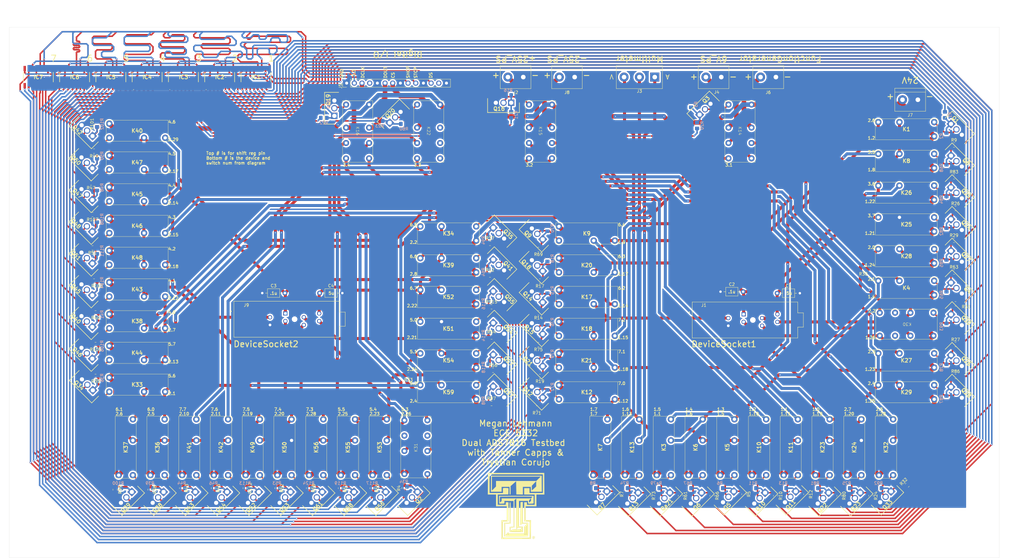
<source format=kicad_pcb>
(kicad_pcb (version 20240108) (generator "pcbnew") (generator_version "8.0")
  (layers (0 "F.Cu" signal) (31 "B.Cu" signal) (34 "B.Paste" user) (35 "F.Paste" user) (36 "B.SilkS" user "B.Silkscreen") (37 "F.SilkS" user "F.Silkscreen") (38 "B.Mask" user) (39 "F.Mask" user) (44 "Edge.Cuts" user))
  (net 0 "")
  (net 1 "/Relay_Control2/OUT")
  (net 2 "GND")
  (net 3 "/Relay_Control17/OUT")
  (net 4 "/Relay_Control45/OUT")
  (net 5 "/Relay_Control30/OUT")
  (net 6 "+3.3V")
  (net 7 "Net-(IC1-Q7S)")
  (net 8 "5")
  (net 9 "6")
  (net 10 "4")
  (net 11 "Net-(IC2-Q7S)")
  (net 13 "Net-(IC3-Q7S)")
  (net 14 "Net-(IC4-Q7S)")
  (net 16 "/Relay_Control23/OUT")
  (net 17 "/Relay_Control19/OUT")
  (net 18 "/Relay_Control25/OUT")
  (net 19 "/Relay_Control24/OUT")
  (net 20 "/Relay_Control12/OUT")
  (net 21 "+HighVoltage")
  (net 22 "Ammeter")
  (net 23 "Voltmeter")
  (net 24 "MultiOut")
  (net 25 "LowVoltage")
  (net 27 "2")
  (net 29 "3")
  (net 30 "0")
  (net 31 "function")
  (net 32 "-HighVoltage")
  (net 33 "/Relay_Control40/OUT")
  (net 34 "/Relay_Control52/OUT")
  (net 35 "/Relay_Control47/OUT")
  (net 36 "/Relay_Control51/OUT")
  (net 37 "/Relay_Control53/OUT")
  (net 38 "+24V")
  (net 39 "/Relay_Control1/OUT")
  (net 40 "Net-(K1-COIL_1)")
  (net 41 "D1_Low")
  (net 42 "Net-(K4-COIL_1)")
  (net 43 "/Relay_Control4/OUT")
  (net 44 "Net-(K5-COIL_1)")
  (net 45 "/Relay_Control10/OUT")
  (net 46 "Net-(K6-COIL_1)")
  (net 47 "Net-(K7-COIL_1)")
  (net 48 "Net-(K8-COIL_1)")
  (net 49 "/Relay_Control17/IN")
  (net 50 "Net-(K9-COIL_1)")
  (net 51 "Net-(K10-COIL_1)")
  (net 52 "D1_+High")
  (net 53 "D1_-High")
  (net 54 "Net-(K11-COIL_1)")
  (net 55 "Net-(K12-COIL_1)")
  (net 56 "Net-(K13-COIL_1)")
  (net 57 "D1_func")
  (net 58 "D2_func")
  (net 59 "Net-(K14-COIL_-)")
  (net 60 "D2_Low")
  (net 61 "D2_+High")
  (net 62 "D2_-High")
  (net 63 "Net-(K15-COIL_-)")
  (net 64 "D2_DOUT")
  (net 65 "Net-(K16-COIL_-)")
  (net 66 "D1_DCLK")
  (net 67 "D2_DCLK")
  (net 68 "D1_DOUT")
  (net 69 "Net-(K17-COIL_1)")
  (net 70 "Net-(K18-COIL_1)")
  (net 71 "Net-(K20-COIL_1)")
  (net 72 "Net-(K21-COIL_1)")
  (net 73 "D1_CS")
  (net 75 "D2_CS")
  (net 78 "Net-(K22-COIL_-)")
  (net 79 "Net-(K23-COIL_1)")
  (net 80 "Net-(K24-COIL_1)")
  (net 81 "Net-(K25-COIL_1)")
  (net 82 "Net-(K26-COIL_1)")
  (net 83 "Net-(K27-COIL_1)")
  (net 84 "Net-(K28-COIL_1)")
  (net 85 "Net-(K29-COIL_1)")
  (net 88 "Net-(K30-COIL_-)")
  (net 89 "Net-(K31-COIL_-)")
  (net 92 "Net-(K32-COIL_1)")
  (net 93 "/Relay_Control29/OUT")
  (net 94 "Net-(K33-COIL_1)")
  (net 95 "Net-(K34-COIL_1)")
  (net 96 "/Relay_Control32/OUT")
  (net 97 "Net-(K36-COIL_1)")
  (net 98 "/Relay_Control33/OUT")
  (net 99 "Net-(K37-COIL_1)")
  (net 100 "Net-(K38-COIL_1)")
  (net 101 "Net-(K39-COIL_1)")
  (net 102 "/Relay_Control37/OUT")
  (net 103 "Net-(K40-COIL_1)")
  (net 104 "Net-(K41-COIL_1)")
  (net 105 "Net-(K42-COIL_1)")
  (net 106 "Net-(K43-COIL_1)")
  (net 107 "Net-(K44-COIL_1)")
  (net 108 "Net-(K45-COIL_1)")
  (net 109 "Net-(K46-COIL_1)")
  (net 110 "Net-(K47-COIL_1)")
  (net 111 "Net-(K48-COIL_1)")
  (net 112 "Net-(K49-COIL_1)")
  (net 113 "Net-(K50-COIL_1)")
  (net 114 "Net-(K51-COIL_1)")
  (net 115 "Net-(K52-COIL_1)")
  (net 116 "Net-(K53-COIL_1)")
  (net 117 "Net-(K54-COIL_1)")
  (net 118 "Net-(K55-COIL_1)")
  (net 119 "Net-(K56-COIL_1)")
  (net 120 "D1CS2")
  (net 121 "D1CS1")
  (net 122 "D1CS4")
  (net 123 "D1CS5")
  (net 124 "D1CS6")
  (net 125 "D1CS7")
  (net 126 "D1CS8")
  (net 127 "D1CS9")
  (net 128 "D1CS10")
  (net 129 "D1CS11")
  (net 130 "D1CS12")
  (net 131 "D1CS13")
  (net 132 "D1CS14")
  (net 133 "D1CS15")
  (net 134 "D1CS17")
  (net 135 "D1CS18")
  (net 136 "D1CS19")
  (net 137 "CS_1")
  (net 138 "CS_2")
  (net 139 "CS_3")
  (net 140 "CS_4")
  (net 141 "D1CS20")
  (net 142 "D1CS21")
  (net 143 "D1CS22")
  (net 144 "D1CS23")
  (net 145 "D1CS24")
  (net 146 "D1CS25")
  (net 147 "D1CS26")
  (net 148 "D1CS28")
  (net 149 "D2CS26")
  (net 150 "D2CS1")
  (net 151 "D2CS2")
  (net 152 "D2CS4")
  (net 153 "D2CS5")
  (net 154 "D2CS6")
  (net 155 "D2CS7")
  (net 156 "D2CS8")
  (net 157 "D2CS9")
  (net 158 "D2CS10")
  (net 159 "D2CS11")
  (net 160 "D2CS12")
  (net 161 "D2CS13")
  (net 162 "D2CS14")
  (net 163 "D2CS15")
  (net 164 "D2CS17")
  (net 165 "D2CS18")
  (net 166 "D2CS19")
  (net 167 "D2CS20")
  (net 168 "D2CS21")
  (net 169 "D2CS22")
  (net 170 "D2CS23")
  (net 171 "D2CS24")
  (net 172 "D2CS25")
  (net 173 "D2CS28")
  (net 174 "Net-(IC5-Q7S)")
  (net 175 "Net-(IC6-Q7S)")
  (net 177 "Net-(K3-COIL_1)")
  (net 178 "Net-(K59-COIL_1)")
  (net 179 "Net-(Q1-G)")
  (net 180 "Net-(Q2-G)")
  (net 181 "Net-(Q3-G)")
  (net 182 "Net-(Q4-G)")
  (net 183 "Net-(Q5-G)")
  (net 184 "Net-(Q6-G)")
  (net 185 "Net-(Q7-G)")
  (net 186 "Net-(Q8-G)")
  (net 187 "Net-(Q9-G)")
  (net 188 "Net-(Q10-G)")
  (net 189 "Net-(Q11-G)")
  (net 190 "Net-(Q12-G)")
  (net 191 "Net-(Q13-G)")
  (net 192 "Net-(Q14-G)")
  (net 193 "Net-(Q15-G)")
  (net 194 "Net-(Q16-G)")
  (net 195 "Net-(Q18-G)")
  (net 196 "Net-(Q19-G)")
  (net 197 "Net-(Q20-G)")
  (net 198 "Net-(Q21-G)")
  (net 199 "Net-(Q22-G)")
  (net 200 "Net-(Q23-G)")
  (net 201 "Net-(Q24-G)")
  (net 202 "Net-(Q25-G)")
  (net 203 "Net-(Q26-G)")
  (net 204 "Net-(Q27-G)")
  (net 205 "Net-(Q28-G)")
  (net 206 "Net-(Q30-G)")
  (net 207 "Net-(Q33-G)")
  (net 208 "Net-(Q34-G)")
  (net 209 "Net-(Q35-G)")
  (net 210 "Net-(Q37-G)")
  (net 211 "Net-(Q38-G)")
  (net 212 "Net-(Q39-G)")
  (net 213 "Net-(Q40-G)")
  (net 214 "Net-(Q41-G)")
  (net 215 "Net-(Q42-G)")
  (net 216 "Net-(Q43-G)")
  (net 217 "Net-(Q44-G)")
  (net 218 "Net-(Q45-G)")
  (net 219 "Net-(Q46-G)")
  (net 220 "Net-(Q47-G)")
  (net 221 "Net-(Q48-G)")
  (net 222 "Net-(Q50-G)")
  (net 223 "Net-(Q51-G)")
  (net 224 "Net-(Q52-G)")
  (net 225 "Net-(Q53-G)")
  (net 226 "Net-(Q54-G)")
  (net 227 "Net-(Q55-G)")
  (net 228 "Net-(Q56-G)")
  (net 229 "Net-(Q57-G)")
  (net 230 "Net-(Q58-G)")
  (net 231 "Net-(Q61-G)")
  (net 232 "Net-(Qa21-G)")
  (footprint "MyLibrary:J104D2C24VDC.15S" (layer "F.Cu") (at -98.32 106.315 -90)
    (property "Reference" "K14")
    (property "Value" "G6K-2P-Y_DC9")
  )
  (footprint "LIB_IRL540PBF:TO254P465X1024X2050-3P" (layer "F.Cu") (at -53.340345 235.567553 -135)
    (property "Reference" "Q33")
    (property "Value" "IRL540PBF" (hide yes))
  )
  (footprint "G5NB-1A4_DC24:G5NB1A4DC5" (layer "F.Cu") (at -38 126.25 180)
    (property "Reference" "K8")
    (property "Value" "OJ-SS-112LMH2" (hide yes))
  )
  (footprint "74LVC595AD,118:74LVC595AD118" (layer "F.Cu") (at -311.4325 98.505)
    (property "Reference" "IC5")
    (property "Value" "74LVC595AD_118" (hide yes))
    (property "VALUE" "74LVC595AD,118" (hide yes))
  )
  (footprint "LIB_IRL540PBF:TO254P465X1024X2050-3P" (layer "F.Cu") (at -33.5 156 -45)
    (property "Reference" "Q27")
    (property "Value" "IRL540PBF" (hide yes))
  )
  (footprint "G5NB-1A4_DC24:G5NB1A4DC5" (layer "F.Cu") (at -313 147.75)
    (property "Reference" "K46")
    (property "Value" "OJ-SS-112LMH2" (hide yes))
  )
  (footprint "LIB_IRL540PBF:TO254P465X1024X2050-3P" (layer "F.Cu") (at -33.5 114 -45)
    (property "Reference" "Q1")
    (property "Value" "IRL540PBF" (hide yes))
  )
  (footprint "G5NB-1A4_DC24:G5NB1A4DC5" (layer "F.Cu") (at -164.25 181.75)
    (property "Reference" "K18")
    (property "Value" "OJ-SS-112LMH2" (hide yes))
  )
  (footprint "MyLibrary:J104D2C24VDC.15S" (layer "F.Cu") (at -38 185.25 180)
    (property "Reference" "K30")
    (property "Value" "G6K-2P-Y_DC9" (hide yes))
  )
  (footprint "LIB_IRL540PBF:TO254P465X1024X2050-3P" (layer "F.Cu") (at -33.5 201 -45)
    (property "Reference" "Q28")
    (property "Value" "IRL540PBF" (hide yes))
  )
  (footprint "Resistor_SMD:R_0805_2012Metric_Pad1.20x1.40mm_HandSolder" (layer "F.Cu") (at -288 234.5 -90)
    (property "Reference" "R43")
    (property "Value" "2k")
  )
  (footprint "Resistor_SMD:R_0805_2012Metric_Pad1.20x1.40mm_HandSolder" (layer "F.Cu") (at -316 114 90)
    (property "Reference" "R101")
    (property "Value" "2k")
  )
  (footprint "Resistor_SMD:R_0805_2012Metric_Pad1.20x1.40mm_HandSolder" (layer "F.Cu") (at -186 164)
    (property "Reference" "R42")
    (property "Value" "2k")
  )
  (footprint "G5NB-1A4_DC24:G5NB1A4DC5" (layer "F.Cu") (at -296 231.25 90)
    (property "Reference" "K36")
    (property "Value" "OJ-SS-112LMH2" (hide yes))
  )
  (footprint "G5NB-1A4_DC24:G5NB1A4DC5" (layer "F.Cu") (at -38 157.75 180)
    (property "Reference" "K28")
    (property "Value" "OJ-SS-112LMH2" (hide yes))
  )
  (footprint "Resistor_SMD:R_0805_2012Metric_Pad1.20x1.40mm_HandSolder" (layer "F.Cu") (at -170 155.5 180)
    (property "Reference" "R69")
    (property "Value" "2k")
  )
  (footprint "G5NB-1A4_DC24:G5NB1A4DC5" (layer "F.Cu") (at -313 179.25)
    (property "Reference" "K38")
    (property "Value" "OJ-SS-112LMH2" (hide yes))
  )
  (footprint "LIB_IRL540PBF:TO254P465X1024X2050-3P" (layer "F.Cu") (at -317.567553 139.159655 135)
    (property "Reference" "Q47")
    (property "Value" "IRL540PBF" (hide yes))
  )
  (footprint "G5NB-1A4_DC24:G5NB1A4DC5" (layer "F.Cu") (at -164.25 192.25)
    (property "Reference" "K21")
    (property "Value" "OJ-SS-112LMH2" (hide yes))
  )
  (footprint "LIB_IRL540PBF:TO254P465X1024X2050-3P" (layer "F.Cu") (at -317.567553 181.159655 135)
    (property "Reference" "Q40")
    (property "Value" "IRL540PBF" (hide yes))
  )
  (footprint "Resistor_SMD:R_0805_2012Metric_Pad1.20x1.40mm_HandSolder" (layer "F.Cu") (at -48 233.5 45)
    (property "Reference" "R32")
    (property "Value" "2k")
  )
  (footprint "Capacitor_THT:C_Axial_L3.8mm_D2.6mm_P7.50mm_Horizontal" (layer "F.Cu") (at -109.75 169.5)
    (property "Reference" "C2")
    (property "Value" ".1u")
  )
  (footprint "G5NB-1A4_DC24:G5NB1A4DC5" (layer "F.Cu") (at -55 231.25 90)
    (property "Reference" "K32")
    (property "Value" "OJ-SS-112LMH2" (hide yes))
  )
  (footprint "LIB_IRL540PBF:TO254P465X1024X2050-3P" (layer "F.Cu") (at -33.5 190.5 -45)
    (property "Reference" "Q26")
    (property "Value" "IRL540PBF" (hide yes))
  )
  (footprint "G5NB-1A4_DC24:G5NB1A4DC5" (layer "F.Cu") (at -313 116.25)
    (property "Reference" "K40")
    (property "Value" "OJ-SS-112LMH2" (hide yes))
  )
  (footprint "Capacitor_THT:C_Axial_L3.8mm_D2.6mm_P7.50mm_Horizontal" (layer "F.Cu") (at -91 170)
    (property "Reference" "C1")
    (property "Value" "5u")
  )
  (footprint "Resistor_SMD:R_0805_2012Metric_Pad1.20x1.40mm_HandSolder" (layer "F.Cu") (at -170 176.5 180)
    (property "Reference" "R14")
    (property "Value" "2k")
  )
  (footprint "G5NB-1A4_DC24:G5NB1A4DC5" (layer "F.Cu") (at -38 115.75 180)
    (property "Reference" "K1")
    (property "Value" "OJ-SS-112LMH2" (hide yes))
  )
  (footprint "LIB_IRL540PBF:TO254P465X1024X2050-3P" (layer "F.Cu") (at -241.5 235.75 -135)
    (property "Reference" "Q61")
    (property "Value" "IRL540PBF" (hide yes))
  )
  (footprint "Resistor_SMD:R_0805_2012Metric_Pad1.20x1.40mm_HandSolder" (layer "F.Cu") (at -310 235 -90)
    (property "Reference" "R99")
    (property "Value" "2k")
  )
  (footprint "LIB_IRL540PBF:TO254P465X1024X2050-3P" (layer "F.Cu") (at -184.932447 179.840345 -45)
    (property "Reference" "Q54")
    (property "Value" "IRL540PBF" (hide yes))
  )
  (footprint "LIB_IRL540PBF:TO254P465X1024X2050-3P" (layer "F.Cu") (at -179 107 180)
    (property "Reference" "Q16")
    (property "Value" "IRL540PBF" (hide yes))
  )
  (footprint "MyLibrary:J104D2C24VDC.15S" (layer "F.Cu") (at -215.5 231.11 90)
    (property "Reference" "K31")
    (property "Value" "G6K-2P-Y_DC9")
  )
  (footprint "LIB_IRL540PBF:TO254P465X1024X2050-3P" (layer "F.Cu") (at -33.5 124.5 -45)
    (property "Reference" "Q8")
    (property "Value" "IRL540PBF" (hide yes))
  )
  (footprint "LIB_IRL540PBF:TO254P465X1024X2050-3P" (layer "F.Cu") (at -317.407898 202.092102 135)
    (property "Reference" "Q34")
    (property "Value" "IRL540PBF" (hide yes))
  )
  (footprint "G5NB-1A4_DC24:G5NB1A4DC5" (layer "F.Cu") (at -313 126.75)
    (property "Reference" "K47")
    (property "Value" "OJ-SS-112LMH2" (hide yes))
  )
  (footprint "LIB_IRL540PBF:TO254P465X1024X2050-3P" (layer "F.Cu") (at -184.932447 200.840345 -45)
    (property "Reference" "Q37")
    (property "Value" "IRL540PBF" (hide yes))
  )
  (footprint "LIB_IRL540PBF:TO254P465X1024X2050-3P" (layer "F.Cu") (at -105.340345 235.567553 -135)
    (property "Reference" "Q5")
    (property "Value" "IRL540PBF" (hide yes))
  )
  (footprint "Resistor_SMD:R_0805_2012Metric_Pad1.20x1.40mm_HandSolder" (layer "F.Cu") (at -32.5 131.5)
    (property "Reference" "R83")
    (property "Value" "2k")
  )
  (footprint "Resistor_SMD:R_0805_2012Metric_Pad1.20x1.40mm_HandSolder" (layer "F.Cu") (at -317 123 180)
    (property "Reference" "R49")
    (property "Value" "2k")
  )
  (footprint "G5NB-1A4_DC24:G5NB1A4DC5" (layer "F.Cu") (at -149.5 231.25 90)
    (property "Reference" "K7")
    (property "Value" "OJ-SS-112LMH2" (hide yes))
  )
  (footprint "Resistor_SMD:R_0805_2012Metric_Pad1.20x1.40mm_HandSolder" (layer "F.Cu") (at -169.5 166 180)
    (property "Reference" "R17")
    (property "Value" "2k")
  )
  (footprint "Resistor_SMD:R_0805_2012Metric_Pad1.20x1.40mm_HandSolder" (layer "F.Cu") (at -185.5 184.5)
    (property "Reference" "R54")
    (property "Value" "2k")
  )
  (footprint "74LVC595AD,118:74LVC595AD118" (layer "F.Cu") (at -263.4325 98.505)
    (property "Reference" "IC1")
    (property "Value" "74LVC595AD_118" (hide yes))
    (property "VALUE" "74LVC595AD,118" (hide yes))
  )
  (footprint "G5NB-1A4_DC24:G5NB1A4DC5" (layer "F.Cu") (at -76 231.25 90)
    (property "Reference" "K23")
    (property "Value" "OJ-SS-112LMH2" (hide yes))
  )
  (footprint "Resistor_SMD:R_0805_2012Metric_Pad1.20x1.40mm_HandSolder" (layer "F.Cu") (at -60 237 -90)
    (property "Reference" "R24")
    (property "Value" "2k")
  )
  (footprint "Resistor_SMD:R_0805_2012Metric_Pad1.20x1.40mm_HandSolder" (layer "F.Cu") (at -170.5 208 180)
    (property "Reference" "R71")
    (property "Value" "2k")
  )
  (footprint "LIB_IRL540PBF:TO254P465X1024X2050-3P" (layer "F.Cu") (at -184.932447 190.340345 -45)
    (property "Reference" "Q57")
    (property "Value" "IRL540PBF" (hide yes))
  )
  (footprint "LIB_IRL540PBF:TO254P465X1024X2050-3P" (layer "F.Cu") (at -168.567553 152.159655 135)
    (property "Reference" "Q9")
    (property "Value" "IRL540PBF" (hide yes))
  )
  (footprint "LIB_IRL540PBF:TO254P465X1024X2050-3P" (layer "F.Cu") (at -33.5 145.5 -45)
    (property "Reference" "Q24")
    (property "Value" "IRL540PBF" (hide yes))
  )
  (footprint "Connector_PinHeader_2.54mm:PinHeader_1x14_P2.54mm_Vertical" (layer "F.Cu") (at -233.43 100.5 90)
    (property "Reference" "J5")
    (property "Value" "Digital I/O")
  )
  (footprint "LIB_IRL540PBF:TO254P465X1024X2050-3P" (layer "F.Cu") (at -33.5 177 -45)
    (property "Reference" "Q30")
    (property "Value" "IRL540PBF" (hide yes))
  )
  (footprint "TerminalBlock:TerminalBlock_bornier-2_P5.08mm" (layer "F.Cu") (at -158 98.5 180)
    (property "Reference" "J8")
    (property "Value" "-25V_PS")
  )
  (footprint "Resistor_SMD:R_0805_2012Metric_Pad1.20x1.40mm_HandSolder" (layer "F.Cu") (at -32.5 121)
    (property "Reference" "R9")
    (property "Value" "2k")
  )
  (footprint "Resistor_SMD:R_0805_2012Metric_Pad1.20x1.40mm_HandSolder" (layer "F.Cu") (at -316.5 197.5 180)
    (property "Reference" "R35")
    (property "Value" "2k")
  )
  (footprint "G5NB-1A4_DC24:G5NB1A4DC5" (layer "F.Cu") (at -38 147.25 180)
    (property "Reference" "K25")
    (property "Value" "OJ-SS-112LMH2" (hide yes))
  )
  (footprint "G5NB-1A4_DC24:G5NB1A4DC5" (layer "F.Cu") (at -97 231.25 90)
    (property "Reference" "K10")
    (property "Value" "OJ-SS-112LMH2" (hide yes))
  )
  (footprint "TerminalBlock:TerminalBlock_bornier-2_P5.08mm" (layer "F.Cu") (at -109.5 98.5 180)
    (property "Reference" "J4")
    (property "Value" "6V_PS")
  )
  (footprint "LIB_IRL540PBF:TO254P465X1024X2050-3P" (layer "F.Cu") (at -126.5 236 -135)
    (property "Reference" "Qa21")
    (property "Value" "IRL540PBF" (hide yes))
  )
  (footprint "LIB_IRL540PBF:TO254P465X1024X2050-3P" (layer "F.Cu") (at -317.567553 191.659655 135)
    (property "Reference" "Q46")
    (property "Value" "IRL540PBF" (hide yes))
  )
  (footprint "G5NB-1A4_DC24:G5NB1A4DC5" (layer "F.Cu") (at -38 192.25 180)
    (property "Reference" "K27")
    (property "Value" "OJ-SS-112LMH2" (hide yes))
  )
  (footprint "LIB_IRL540PBF:TO254P465X1024X2050-3P" (layer "F.Cu") (at -219.176896 113.617364 45)
    (property "Reference" "Q20")
    (property "Value" "IRL540PBF" (hide yes))
  )
  (footprint "G5NB-1A4_DC24:G5NB1A4DC5" (layer "F.Cu") (at -313 158.25)
    (property "Reference" "K48")
    (property "Value" "OJ-SS-112LMH2" (hide yes))
  )
  (footprint "Resistor_SMD:R_0805_2012Metric_Pad1.20x1.40mm_HandSolder" (layer "F.Cu") (at -133.5 237 -90)
    (property "Reference" "R73")
    (property "Value" "2k")
  )
  (footprint "Capacitor_THT:C_Axial_L3.8mm_D2.6mm_P7.50mm_Horizontal" (layer "F.Cu") (at -242.35 169.96)
    (property "Reference" "C4")
    (property "Value" "5u")
  )
  (footprint "LIB_IRL540PBF:TO254P465X1024X2050-3P" (layer "F.Cu") (at -168.567553 173 135)
    (property "Reference" "Q14")
    (property "Value" "IRL540PBF" (hide yes))
  )
  (footprint "Resistor_SMD:R_0805_2012Metric_Pad1.20x1.40mm_HandSolder" (layer "F.Cu") (at -32 142)
    (property "Reference" "R26")
    (property "Value" "2k")
  )
  (footprint "LIB_IRL540PBF:TO254P465X1024X2050-3P" (layer "F.Cu") (at -137 236 -135)
    (property "Reference" "Q13")
    (property "Value" "IRL540PBF" (hide yes))
  )
  (footprint "G5NB-1A4_DC24:G5NB1A4DC5" (layer "F.Cu") (at -164.25 150.25)
    (property "Reference" "K9")
    (property "Value" "OJ-SS-112LMH2" (hide yes))
  )
  (footprint "TTU_Logo:TTU_footprint" (layer "F.Cu") (at -177.5 240.5)
    (property "Reference" "G***")
    (property "Value" "LOGO" (hide yes))
  )
  (footprint "Resistor_SMD:R_0805_2012Metric_Pad1.20x1.40mm_HandSolder" (layer "F.Cu") (at -316.5 187 180)
    (property "Reference" "R105")
    (property "Value" "2k")
  )
  (footprint "LIB_IRL540PBF:TO254P465X1024X2050-3P" (layer "F.Cu") (at -116.659655 110.932447 45)
    (property "Reference" "Q3")
    (property "Value" "IRL540PBF" (hide yes))
  )
  (footprint "Resistor_SMD:R_0805_2012Metric_Pad1.20x1.40mm_HandSolder" (layer "F.Cu") (at -213 197 180)
    (property "Reference" "R33")
    (property "Value" "1R")
  )
  (footprint "LIB_IRL540PBF:TO254P465X1024X2050-3P" (layer "F.Cu") (at -147.340345 235.567553 -135)
    (property "Reference" "Q7")
    (property "Value" "IRL540PBF" (hide yes))
  )
  (footprint "74LVC595AD,118:74LVC595AD118" (layer "F.Cu") (at -323.4325 98.505)
    (property "Reference" "IC6")
    (property "Value" "74LVC595AD_118" (hide yes))
    (property "VALUE" "74LVC595AD,118" (hide yes))
  )
  (footprint "Resistor_SMD:R_0805_2012Metric_Pad1.20x1.40mm_HandSolder" (layer "F.Cu") (at -62.5 162 180)
    (property "Reference" "R30")
    (property "Value" "1R")
  )
  (footprint "G5NB-1A4_DC24:G5NB1A4DC5" (layer "F.Cu") (at -285.5 231.25 90)
    (property "Reference" "K41")
    (property "Value" "OJ-SS-112LMH2" (hide yes))
  )
  (footprint "74LVC595AD,118:74LVC595AD118" (layer "F.Cu") (at -299.4325 98.505)
    (property "Reference" "IC4")
    (property "Value" "74LVC595AD_118" (hide yes))
    (property "VALUE" "74LVC595AD,118" (hide yes))
  )
  (footprint "G5NB-1A4_DC24:G5NB1A4DC5" (layer "F.Cu") (at -313 200.25)
    (property "Reference" "K33")
    (property "Value" "OJ-SS-112LMH2" (hide yes))
  )
  (footprint "LIB_IRL540PBF:TO254P465X1024X2050-3P" (layer "F.Cu") (at -317.567552 160.159655 135)
    (property "Reference" "Q51")
    (property "Value" "IRL540PBF" (hide yes))
  )
  (footprint "LIB_IRL540PBF:TO254P465X1024X2050-3P" (layer "F.Cu") (at -168.567553 204.5 135)
    (property "Reference" "Q12")
    (property "Value" "IRL540PBF" (hide yes))
  )
  (footprint "208-7391-55-1902:3M_208-7391-55-1902" (layer "F.Cu") (at -250.65 178.595)
    (property "Reference" "J9")
    (property "Value" "DNP" (hide yes))
  )
  (footprint "G5NB-1A4_DC24:G5NB1A4DC5" (layer "F.Cu") (at -189.5 171.25 180)
    (property "Reference" "K52")
    (property "Value" "OJ-SS-112LMH2" (hide yes))
  )
  (footprint "74LVC595AD,118:74LVC595AD118" (layer "F.Cu") (at -335.4325 98.505)
    (property "Reference" "IC7")
    (property "Value" "74LVC595AD_118" (hide yes))
    (property "VALUE" "74LVC595AD,118" (hide yes))
  )
  (footprint "LIB_IRL540PBF:TO254P465X1024X2050-3P" (layer "F.Cu") (at -231 235.75 -135)
    (property "Reference" "Q58")
    (property "Value" "IRL540PBF" (hide yes))
  )
  (footprint "Resistor_SMD:R_0805_2012Metric_Pad1.20x1.40mm_HandSolder" (layer "F.Cu") (at -318 133.5 180)
    (property "Reference" "R47")
    (property "Value" "2k")
  )
  (footprint "G5NB-1A4_DC24:G5NB1A4DC5" (layer "F.Cu") (at -128.5 231.25 90)
    (property "Reference" "K3")
    (property "Value" "OJ-SS-112LMH2" (hide yes))
  )
  (footprint "G5NB-1A4_DC24:G5NB1A4DC5" (layer "F.Cu") (at -189.5 150.25 180)
    (property "Reference" "K34")
    (property "Value" "OJ-SS-112LMH2" (hide yes))
  )
  (footprint "G5NB-1A4_DC24:G5NB1A4DC5" (layer "F.Cu") (at -86.5 231.25 90)
    (property "Reference" "K11")
    (property "Value" "OJ-SS-112LMH2" (hide yes))
  )
  (footprint "Resistor_SMD:R_0805_2012Metric_Pad1.20x1.40mm_HandSolder" (layer "F.Cu") (at -277.5 234.5 -90)
    (property "Reference" "R45")
    (property "Value" "2k")
  )
  (footprint "Resistor_SMD:R_0805_2012Metric_Pad1.20x1.40mm_HandSolder" (layer "F.Cu") (at -317.5 144 180)
    (property "Reference" "R107")
    (property "Value" "2k")
  )
  (footprint "Resistor_SMD:R_0805_2012Metric_Pad1.20x1.40mm_HandSolder" (layer "F.Cu") (at -112.5 237 -90)
    (property "Reference" "R66")
    (property "Value" "2k")
  )
  (footprint "MyLibrary:J104D2C24VDC.15S" (layer "F.Cu") (at -224.82 106.315 -90)
    (property "Reference" "K16")
    (property "Value" "G6K-2P-Y_DC9")
  )
  (footprint "Resistor_SMD:R_0805_2012Metric_Pad1.20x1.40mm_HandSolder" (layer "F.Cu") (at -81.5 236.5 -90)
    (property "Reference" "R12")
    (property "Value" "2k")
  )
  (footprint "LIB_IRL540PBF:TO254P465X1024X2050-3P" (layer "F.Cu") (at -262.5 235.75 -135)
    (property "Reference" "Q52")
    (property "Value" "IRL540PBF" (hide yes))
  )
  (footprint "Resistor_SMD:R_0805_2012Metric_Pad1.20x1.40mm_HandSolder" (layer "F.Cu") (at -32 187)
    (property "Reference" "R27")
    (property "Value" "2k")
  )
  (footprint "Resistor_SMD:R_0805_2012Metric_Pad1.20x1.40mm_HandSolder" (layer "F.Cu") (at -32 197.5)
    (property "Reference" "R86")
    (property "Value" "2k")
  )
  (footprint "MountingHole:MountingHole_5.3mm_M5_DIN965" (layer "F.Cu") (at -23 88)
    (property "Reference" "REF**" (hide yes))
    (property "Value" "MountingHole_5.3mm_M5_DIN965" (hide yes))
  )
  (footprint "G5NB-1A4_DC24:G5NB1A4DC5" (layer "F.Cu") (at -243.5 231.25 90)
    (property "Reference" "K56")
    (property "Value" "OJ-SS-112LMH2" (hide yes))
  )
  (footprint "G5NB-1A4_DC24:G5NB1A4DC5" (layer "F.Cu") (at -306.5 231.25 90)
    (property "Reference" "K37")
    (property "Value" "OJ-SS-112LMH2" (hide yes))
  )
  (footprint "TerminalBlock:TerminalBlock_bornier-2_P5.08mm" (layer "F.Cu") (at -44.46 106 180)
    (property "Reference" "J7")
    (property "Value" "24V")
  )
  (footprint "Resistor_SMD:R_0805_2012Metric_Pad1.20x1.40mm_HandSolder" (layer "F.Cu") (at -267 234.5 -90)
    (property "Reference" "R112")
    (property "Value" "2k")
  )
  (footprint "Resistor_SMD:R_0805_2012Metric_Pad1.20x1.40mm_HandSolder" (layer "F.Cu") (at -317.5 155 180)
    (property "Reference" "R51")
    (property "Value" "2k")
  )
  (footprint "G5NB-1A4_DC24:G5NB1A4DC5" (layer "F.Cu") (at -189.5 192.25 180)
    (property "Reference" "K54")
    (property "Value" "OJ-SS-112LMH2" (hide yes))
  )
  (footprint "Resistor_SMD:R_0805_2012Metric_Pad1.20x1.40mm_HandSolder" (layer "F.Cu") (at -185 195.5)
    (property "Reference" "R56")
    (property "Value" "2k")
  )
  (footprint "Resistor_SMD:R_0805_2012Metric_Pad1.20x1.40mm_HandSolder" (layer "F.Cu") (at -32.5 163)
    (property "Reference" "R63")
    (property "Value" "2k")
  )
  (footprint "LIB_IRL540PBF:TO254P465X1024X2050-3P" (layer "F.Cu") (at -283.5 235.75 -135)
    (property "Reference" "Q43")
    (property "Value" "IRL540PBF" (hide yes))
  )
  (footprint "G5NB-1A4_DC24:G5NB1A4DC5" (layer "F.Cu") (at -118 231.25 90)
    (property "Reference" "K6")
    (property "Value" "OJ-SS-112LMH2" (hide yes))
  )
  (footprint "Resistor_SMD:R_0805_2012Metric_Pad1.20x1.40mm_HandSolder" (layer "F.Cu") (at -123 237 -90)
    (property "Reference" "R61")
    (property "Value" "2k")
  )
  (footprint "G5NB-1A4_DC24:G5NB1A4DC5" (layer "F.Cu") (at -164.25 202.75)
    (property "Reference" "K12")
    (property "Value" "OJ-SS-112LMH2" (hide yes))
  )
  (footprint "G5NB-1A4_DC24:G5NB1A4DC5" (layer "F.Cu") (at -264.5 231.25 90)
    (property "Reference" "K49")
    (property "Value" "OJ-SS-112LMH2" (hide yes))
  )
  (footprint "G5NB-1A4_DC24:G5NB1A4DC5" (layer "F.Cu") (at -313 189.75)
    (property "Reference" "K44")
    (property "Value" "OJ-SS-112LMH2" (hide yes))
  )
  (footprint "LIB_IRL540PBF:TO254P465X1024X2050-3P" (layer "F.Cu") (at -33.5 135 -45)
    (property "Reference" "Q25")
    (property "Value" "IRL540PBF" (hide yes))
  )
  (footprint "LIB_IRL540PBF:TO254P465X1024X2050-3P" (layer "F.Cu") (at -84.840345 235.567553 -135)
    (property "Reference" "Q11")
    (property "Value" "IRL540PBF" (hide yes))
  )
  (footprint "MyLibrary:J104D2C24VDC.15S" (layer "F.Cu") (at -201.32 106.315 -90)
    (property "Reference" "K22")
    (property "Value" "G6K-2P-Y_DC9")
  )
  (footprint "LIB_IRL540PBF:TO254P465X1024X2050-3P" (layer "F.Cu") (at -210 235.75 -135)
    (property "Reference" "Q2")
    (property "Value" "IRL540PBF" (hide yes))
  )
  (footprint "LIB_IRL540PBF:TO254P465X1024X2050-3P" (layer "F.Cu") (at -317.567553 128.659655 135)
    (property "Reference" "Q50")
    (property "Value" "IRL540PBF" (hide yes))
  )
  (footprint "Resistor_SMD:R_0805_2012Metric_Pad1.20x1.40mm_HandSolder" (layer "F.Cu") (at -225 234.5 -90)
    (property "Reference" "R55")
    (property "Value" "2k")
  )
  (footprint "Resistor_SMD:R_0805_2012Metric_Pad1.20x1.40mm_HandSolder" (layer "F.Cu") (at -246 234.5 -90)
    (property "Reference" "R58")
    (property "Value" "2k")
  )
  (footprint "Resistor_SMD:R_0805_2012Metric_Pad1.20x1.40mm_HandSolder" (layer "F.Cu") (at -32.5 152.5)
    (property "Reference" "R29")
    (property "Value" "2k")
  )
  (footprint "TerminalBlock:TerminalBlock_bornier-3_P5.08mm" (layer "F.Cu") (at -131.5 98.5 180)
    (property "Reference" "J3")
    (property "Value" "Multimeter")
  )
  (footprint "G5NB-1A4_DC24:G5NB1A4DC5" (layer "F.Cu") (at -139 231.25 90)
    (property "Reference" "K13")
    (property "Value" "OJ-SS-112LMH2" (hide yes))
  )
  (footprint "74LVC595AD,118:74LVC595AD118" (layer "F.Cu") (at -287.4325 98.505)
    (property "Reference" "IC3")
    (property "Value" "74LVC595AD_118" (hide yes))
    (property "VALUE" "74LVC595AD,118" (hide yes))
  )
  (footprint "MountingHole:MountingHole_5.3mm_M5_DIN965" (layer "F.Cu") (at -339.5 88)
    (property "Reference" "REF**" (hide yes))
    (property "Value" "MountingHole_5.3mm_M5_DIN965" (hide yes))
  )
  (footprint "LIB_IRL540PBF:TO254P465X1024X2050-3P" (layer "F.Cu") (at -116 236 -135)
    (property "Reference" "Q6")
    (property "Value" "IRL540PBF" (hide yes))
  )
  (footprint "Resistor_SMD:R_0805_2012Metric_Pad1.20x1.40mm_HandSolder" (layer "F.Cu") (at -298.5 235 -90)
    (property "Reference" "R38")
    (property "Value" "2k")
  )
  (footprint "LIB_IRL540PBF:TO254P465X1024X2050-3P" (layer "F.Cu") (at -63.5 236 -135)
    (property "Reference" "Q23")
    (property "Value" "IRL540PBF" (hide yes))
  )
  (footprint "Resistor_SMD:R_0805_2012Metric_Pad1.20x1.40mm_HandSolder" (layer "F.Cu") (at -170 187 180)
    (property "Reference" "R75")
    (property "Value" "2k")
  )
  (footprint "LIB_IRL540PBF:TO254P465X1024X2050-3P" (layer "F.Cu") (at -184.932447 158.840345 -45)
    (property "Reference" "Q41")
    (property "Value" "IRL540PBF" (hide yes))
  )
  (footprint "208-7391-55-1902:3M_208-7391-55-1902" (layer "F.Cu") (at -99.05 178.865)
    (property "Reference" "J1")
    (property "Value" "DNP" (hide yes))
  )
  (footprint "LIB_IRL540PBF:TO254P465X1024X2050-3P" (layer "F.Cu") (at -317.567553 149.659655 135)
    (property "Reference" "Q48")
    (property "Value" "IRL540PBF" (hide yes))
  )
  (footprint "Resistor_SMD:R_0805_2012Metric_Pad1.20x1.40mm_HandSolder" (layer "F.Cu") (at -102 236.5 -90)
    (property "Reference" "R5")
    (property "Value" "2k")
  )
  (footprint "LIB_IRL540PBF:TO254P465X1024X2050-3P" (layer "F.Cu") (at -184.932447 148.340345 -45)
    (property "Reference" "Q35")
    (property "Value" "IRL540PBF" (hide yes))
  )
  (footprint "G5NB-1A4_DC24:G5NB1A4DC5" (layer "F.Cu") (at -164.25 171.25)
    (property "Reference" "K17")
    (property "Value" "OJ-SS-112LMH2" (hide yes))
  )
  (footprint "TerminalBlock:TerminalBlock_bornier-2_P5.08mm" (layer "F.Cu") (at -175 98.5 180)
    (property "Reference" "J2")
    (property "Value" "+25V_PS")
  )
  (footprint "Resistor_SMD:R_0805_2012Metric_Pad1.20x1.40mm_HandSolder" (layer "F.Cu") (at -169.5 197.5 180)
    (property "Reference" "R19")
    (property "Value" "2k")
  )
  (footprint "LIB_IRL540PBF:TO254P465X1024X2050-3P" (layer "F.Cu") (at -317.567553 170.659655 135)
    (property "Reference" "Q45")
    (property "Value" "IRL540PBF" (hide yes))
  )
  (footprint "G5NB-1A4_DC24:G5NB1A4DC5" (layer "F.Cu") (at -233 231.25 90)
    (property "Reference" "K55")
    (property "Value" "OJ-SS-112LMH2" (hide yes))
  )
  (footprint "MyLibrary:J104D2C24VDC.15S" (layer "F.Cu") (at -164.32 106.315 -90)
    (property "Reference" "K15")
    (property "Value" "G6K-2P-Y_DC9")
  )
  (footprint "G5NB-1A4_DC24:G5NB1A4DC5" (layer "F.Cu") (at -313 137.25)
    (property "Reference" "K45")
    (property "Value" "OJ-SS-112LMH2" (hide yes))
  )
  (footprint "LIB_IRL540PBF:TO254P465X1024X2050-3P" (layer "F.Cu") (at -220.5 235.75 -135)
    (property "Reference" "Q56")
    (property "Value" "IRL540PBF" (hide yes))
  )
  (footprint "Resistor_SMD:R_0805_2012Metric_Pad1.20x1.40mm_HandSolder" (layer "F.Cu") (at -91.5 237 -90)
    (property "Reference" "R10")
    (property "Value" "2k")
  )
  (footprint "G5NB-1A4_DC24:G5NB1A4DC5" (layer "F.Cu") (at -189.5 181.75 180)
    (property "Reference" "K51")
    (property "Value" "OJ-SS-112LMH2" (hide yes))
  )
  (footprint "G5NB-1A4_DC24:G5NB1A4DC5" (layer "F.Cu") (at -38 202.75 180)
    (property "Reference" "K29")
    (property "Value" "OJ-SS-112LMH2" (hide yes))
  )
  (footprint "LIB_IRL540PBF:TO254P465X1024X2050-3P" (layer "F.Cu") (at -33.5 166.5 -45)
    (property "Reference" "Q4")
    (property "Value" "IRL540PBF" (hide yes))
  )
  (footprint "G5NB-1A4_DC24:G5NB1A4DC5" (layer "F.Cu") (at -38 168.25 180)
    (property "Reference" "K4")
    (property "Value" "OJ-SS-112LMH2" (hide yes))
  )
  (footprint "LIB_IRL540PBF:TO254P465X1024X2050-3P" (layer "F.Cu") (at -252 235.75 -135)
    (property "Reference" "Q53")
    (property "Value" "IRL540PBF" (hide yes))
  )
  (footprint "LIB_IRL540PBF:TO254P465X1024X2050-3P" (layer "F.Cu") (at -237.496379 111.342955 90)
    (property "Reference" "Q19")
    (property "Value" "IRL540PBF" (hide yes))
  )
  (footprint "Resistor_SMD:R_0805_2012Metric_Pad1.20x1.40mm_HandSolder" (layer "F.Cu") (at -235.5 234.5 -90)
    (property "Reference" "R57")
    (property "Value" "2k")
  )
  (footprint "Resistor_SMD:R_0805_2012Metric_Pad1.20x1.40mm_HandSolder" (layer "F.Cu") (at -214.5 234.5 90)
    (property "Reference" "R4")
    (property "Value" "2k")
  )
  (footprint "MountingHole:MountingHole_5.3mm_M5_DIN965" (layer "F.Cu") (at -23 252)
    (property "Reference" "REF**" (hide yes))
    (property "Value" "MountingHole_5.3mm_M5_DIN965" (hide yes))
  )
  (footprint "Resistor_SMD:R_0805_2012Metric_Pad1.20x1.40mm_HandSolder" (layer "F.Cu") (at -32 173.5 180)
    (property "Reference" "R31")
    (property "Value" "2k")
  )
  (footprint "LIB_IRL540PBF:TO254P465X1024X2050-3P" (layer "F.Cu") (at -273 235.75 -135)
    (property "Reference" "Q44")
    (property "Value" "IRL540PBF" (hide yes))
  )
  (footprint "G5NB-1A4_DC24:G5NB1A4DC5" (layer "F.Cu") (at -164.25 160.75)
    (property "Reference" "K20")
    (property "Value" "OJ-SS-112LMH2" (hide yes))
  )
  (footprint "LIB_IRL540PBF:TO254P465X1024X2050-3P" (layer "F.Cu") (at -317.5 118 135)
    (property "Reference" "Q42")
    (property "Value" "IRL540PBF" (hide yes))
  )
  (footprint "Resistor_SMD:R_0805_2012Metric_Pad1.20x1.40mm_HandSolder" (layer "F.Cu") (at -185.5 206.5)
    (property "Reference" "R97")
    (property "Value" "2k")
  )
  (footprint "G5NB-1A4_DC24:G5NB1A4DC5" (layer "F.Cu") (at -189.5 202.75 180)
    (property "Reference" "K59")
    (property "Value" "OJ-SS-112LMH2" (hide yes))
  )
  (footprint "Resistor_SMD:R_0805_2012Metric_Pad1.20x1.40mm_HandSolder" (layer "F.Cu") (at -70.5 237 -90)
    (property "Reference" "R80")
    (property "Value" "2k")
  )
  (footprint "LIB_IRL540PBF:TO254P465X1024X2050-3P" (layer "F.Cu") (at -168.567553 162.659655 135)
    (property "Reference" "Q18")
    (property "Value" "IRL540PBF" (hide yes))
  )
  (footprint "MountingHole:MountingHole_5.3mm_M5_DIN965" (layer "F.Cu") (at -339.5 252)
    (property "Reference" "REF**" (hide yes))
    (property "Value" "MountingHole_5.3mm_M5_DIN965" (hide yes))
  )
  (footprint "Resistor_SMD:R_0805_2012Metric_Pad1.20x1.40mm_HandSolder" (layer "F.Cu") (at -256.5 234.5 -90)
    (property "Reference" "R52")
    (property "Value" "2k")
  )
  (footprint "G5NB-1A4_DC24:G5NB1A4DC5" (layer "F.Cu") (at -189.5 160.75 180)
    (property "Reference" "K39")
    (property "Value" "OJ-SS-112LMH2" (hide yes))
  )
  (footprint "LIB_IRL540PBF:TO254P465X1024X2050-3P" (layer "F.Cu") (at -304.5 235.75 -135)
    (property "Reference" "Q39")
    (property "Value" "IRL540PBF" (hide yes))
  )
  (footprint "G5NB-1A4_DC24:G5NB1A4DC5" (layer "F.Cu") (at -275 231.25 90)
    (property "Reference" "K42")
    (property "Value" "OJ-SS-112LMH2" (hide yes))
  )
  (footprint "LIB_IRL540PBF:TO254P465X1024X2050-3P" (layer "F.Cu") (at -294 235.75 -135)
    (property "Reference" "Q38")
    (property "Value" "IRL540PBF" (hide yes))
  )
  (footprint "Capacitor_THT:C_Axial_L3.8mm_D2.6mm_P7.50mm_Horizontal" (layer "F.Cu") (at -261.35 169.96)
    (property "Reference" "C3")
    (property "Value" ".1u")
  )
  (footprint "G5NB-1A4_DC24:G5NB1A4DC5" (layer "F.Cu") (at -65.5 231.25 90)
    (property "Reference" "K24")
    (property "Value" "OJ-SS-112LMH2" (hide yes))
  )
  (footprint "LIB_IRL540PBF:TO254P465X1024X2050-3P" (layer "F.Cu") (at -74 236 -135)
    (property "Reference" "Q22")
    (property "Value" "IRL540PBF" (hide yes))
  )
  (footprint "Resistor_SMD:R_0805_2012Metric_Pad1.20x1.40mm_HandSolder" (layer "F.Cu") (at -144 236.5 -90)
    (property "Reference" "R7")
    (property "Value" "2k")
  )
  (footprint "TerminalBlock:TerminalBlock_bornier-2_P5.08mm" (layer "F.Cu") (at -91.42 98.5 180)
    (property "Reference" "J6")
    (property "Value" "FunctionGenerator")
  )
  (footprint "LIB_IRL540PBF:TO254P465X1024X2050-3P" (layer "F.Cu") (at -168.567553 183.5 135)
    (property "Reference" "Q15")
    (property "Value" "IRL540PBF" (hide yes))
  )
  (footprint "Resistor_SMD:R_0805_2012Metric_Pad1.20x1.40mm_HandSolder" (layer "F.Cu") (at -316.5 176.5 180)
    (property "Reference" "R40")
    (property "Value" "2k")
  )
  (footprint "G5NB-1A4_DC24:G5NB1A4DC5" (layer "F.Cu") (at -107.5 231.25 90)
    (property "Reference" "K5")
    (property "Value" "OJ-SS-112LMH2" (hide yes))
  )
  (footprint "Resistor_SMD:R_0805_2012Metric_Pad1.20x1.40mm_HandSolder" (layer "F.Cu") (at -186 153.5)
    (property "Reference" "R37")
    (property "Value" "2k")
  )
  (footprint "G5NB-1A4_DC24:G5NB1A4DC5" (layer "F.Cu") (at -222.5 231.25 90)
    (property "Reference" "K53")
    (property "Value" "OJ-SS-112LMH2" (hide yes))
  )
  (footprint "Resistor_SMD:R_0805_2012Metric_Pad1.20x1.40mm_HandSolder" (layer "F.Cu") (at -317 166 180)
    (property "Reference" "R103")
    (property "Value" "2k")
  )
  (footprint "G5NB-1A4_DC24:G5NB1A4DC5" (layer "F.Cu") (at -254 231.25 90)
    (property "Reference" "K50")
    (property "Value" "OJ-SS-112LMH2" (hide yes))
  )
  (footprint "Resistor_SMD:R_0805_2012Metric_Pad1.20x1.40mm_HandSolder" (layer "F.Cu") (at -185.5 174.5)
    (property "Reference" "R115")
    (property "Value" "2k")
  )
  (footprint "LIB_IRL540PBF:TO254P465X1024X2050-3P" (layer "F.Cu") (at -184.932447 169.340345 -45)
    (property "Reference" "Q55")
    (property "Value" "IRL540PBF" (hide yes))
  )
  (footprint "G5NB-1A4_DC24:G5NB1A4DC5" (layer "F.Cu") (at -38 136.75 180)
    (property "Reference" "K26")
    (property "Value" "OJ-SS-112LMH2" (hide yes))
  )
  (footprint "LIB_IRL540PBF:TO254P465X1024X2050-3P" (layer "F.Cu") (at -95 236 -135)
    (property "Reference" "Q10")
    (property "Value" "IRL540PBF" (hide yes))
  )
  (footprint "74LVC595AD,118:74LVC595AD118" (layer "F.Cu") (at -275.4325 98.505)
    (property "Reference" "IC2")
    (property "Value" "74LVC595AD_118" (hide yes))
    (property "VALUE" "74LVC595AD,118" (hide yes))
  )
  (footprint "G5NB-1A4_DC24:G5NB1A4DC5" (layer "F.Cu") (at -313 168.75)
    (property "Reference" "K43")
    (property "Value" "OJ-SS-112LMH2" (hide yes))
  )
  (footprint "LIB_IRL540PBF:TO254P465X1024X2050-3P" (layer "F.Cu") (at -168.567553 194.159655 135)
    (property "Reference" "Q21")
    (property "Value" "IRL540PBF" (hide yes))
  )
  (footprint "Resistor_SMD:R_0805_2012Metric_Pad1.20x1.40mm_HandSolder" (layer "B.Cu") (at -68 234.5 180)
    (property "Reference" "R25")
    (property "Value" "10k")
  )
  (footprint "Resistor_SMD:R_0805_2012Metric_Pad1.20x1.40mm_HandSolder" (layer "B.Cu") (at -110 234.5 180)
    (property "Reference" "R6")
    (property "Value" "10k")
  )
  (footprint "Resistor_SMD:R_0805_2012Metric_Pad1.20x1.40mm_HandSolder" (layer "B.Cu") (at -180 104.5 180)
    (property "Reference" "R16")
    (property "Value" "10k")
  )
  (footprint "Resistor_SMD:R_0805_2012Metric_Pad1.20x1.40mm_HandSolder" (layer "B.Cu") (at -131 234.5 180)
    (property "Reference" "Ra79")
    (property "Value" "10k")
  )
  (footprint "Resistor_SMD:R_0805_2012Metric_Pad1.20x1.40mm_HandSolder" (layer "B.Cu") (at -277.5 234.5 180)
    (property "Reference" "R46")
    (property "Value" "10k")
  )
  (footprint "Resistor_SMD:R_0805_2012Metric_Pad1.20x1.40mm_HandSolder" (layer "B.Cu") (at -235.5 234.5 180)
    (property "Reference" "R119")
    (property "Value" "10k")
  )
  (footprint "Resistor_SMD:R_0805_2012Metric_Pad1.20x1.40mm_HandSolder" (layer "B.Cu") (at -99 234.5 180)
    (property "Reference" "R11")
    (property "Value" "10k")
  )
  (footprint "Resistor_SMD:R_0805_2012Metric_Pad1.20x1.40mm_HandSolder" (layer "B.Cu") (at -119.5 107.5 90)
    (property "Reference" "R3")
    (property "Value" "10k")
  )
  (footprint "Resistor_SMD:R_0805_2012Metric_Pad1.20x1.40mm_HandSolder" (layer "B.Cu") (at -35 194.5 -90)
    (property "Reference" "R28")
    (property "Value" "10k")
  )
  (footprint "Resistor_SMD:R_0805_2012Metric_Pad1.20x1.40mm_HandSolder" (layer "B.Cu") (at -35 128.5 -90)
    (property "Reference" "R68")
    (property "Value" "10k")
  )
  (footprint "Resistor_SMD:R_0805_2012Metric_Pad1.20x1.40mm_HandSolder" (layer "B.Cu") (at -241 112)
    (property "Reference" "R22")
    (property "Value" "2k")
  )
  (footprint "Resistor_SMD:R_0805_2012Metric_Pad1.20x1.40mm_HandSolder" (layer "B.Cu") (at -35 149.5 -90)
    (property "Reference" "R82")
    (property "Value" "10k")
  )
  (footprint "Resistor_SMD:R_0805_2012Metric_Pad1.20x1.40mm_HandSolder" (layer "B.Cu") (at -316 177 90)
    (property "Reference" "R41")
    (property "Value" "10k")
  )
  (footprint "Resistor_SMD:R_0805_2012Metric_Pad1.20x1.40mm_HandSolder" (layer "B.Cu") (at -152 234.5 180)
    (property "Reference" "R8")
    (property "Value" "10k")
  )
  (footprint "Resistor_SMD:R_0805_2012Metric_Pad1.20x1.40mm_HandSolder" (layer "B.Cu") (at -241 107.5 90)
    (property "Reference" "R59")
    (property "Value" "10k")
  )
  (footprint "Resistor_SMD:R_0805_2012Metric_Pad1.20x1.40mm_HandSolder" (layer "B.Cu") (at -167 158.5 90)
    (property "Reference" "R18")
    (property "Value" "10k")
  )
  (footprint "Resistor_SMD:R_0805_2012Metric_Pad1.20x1.40mm_HandSolder" (layer "B.Cu") (at -267 234.5 180)
    (property "Reference" "R113")
    (property "Value" "10k")
  )
  (footprint "Resistor_SMD:R_0805_2012Metric_Pad1.20x1.40mm_HandSolder" (layer "B.Cu") (at -35 170.5 -90)
    (property "Reference" "R65")
    (property "Value" "10k")
  )
  (footprint "Resistor_SMD:R_0805_2012Metric_Pad1.20x1.40mm_HandSolder" (layer "B.Cu") (at -78.5 234.5 180)
    (property "Reference" "R81")
    (property "Value" "10k")
  )
  (footprint "Resistor_SMD:R_0805_2012Metric_Pad1.20x1.40mm_HandSolder" (layer "B.Cu") (at -57.5 234.5 180)
    (property "Reference" "R92")
    (property "Value" "10k")
  )
  (footprint "Resistor_SMD:R_0805_2012Metric_Pad1.20x1.40mm_HandSolder" (layer "B.Cu") (at -35 160 -90)
    (property "Reference" "R85")
    (property "Value" "10k")
  )
  (footprint "Resistor_SMD:R_0805_2012Metric_Pad1.20x1.40mm_HandSolder" (layer "B.Cu") (at -35 139 -90)
    (property "Reference" "R84")
    (property "Value" "10k")
  )
  (footprint "Resistor_SMD:R_0805_2012Metric_Pad1.20x1.40mm_HandSolder" (layer "B.Cu") (at -288 234.5 180)
    (property "Reference" "R44")
    (property "Value" "10k")
  )
  (footprint "Resistor_SMD:R_0805_2012Metric_Pad1.20x1.40mm_HandSolder" (layer "B.Cu") (at -35 181 -90)
    (property "Reference" "R93")
    (property "Value" "10k")
  )
  (footprint "Resistor_SMD:R_0805_2012Metric_Pad1.20x1.40mm_HandSolder" (layer "B.Cu") (at -35 118 -90)
    (property "Reference" "R2")
    (property "Value" "10k")
  )
  (footprint "Resistor_SMD:R_0805_2012Metric_Pad1.20x1.40mm_HandSolder" (layer "B.Cu") (at -316 124.5 90)
    (property "Reference" "R50")
    (property "Value" "10k")
  )
  (footprint "Resistor_SMD:R_0805_2012Metric_Pad1.20x1.40mm_HandSolder" (layer "B.Cu") (at -316 135 90)
    (property "Reference" "R48")
    (property "Value" "10k")
  )
  (footprint "Resistor_SMD:R_0805_2012Metric_Pad1.20x1.40mm_HandSolder" (layer "B.Cu") (at -186.5 152.5 -90)
    (property "Reference" "R94")
    (property "Value" "10k")
  )
  (footprint "Resistor_SMD:R_0805_2012Metric_Pad1.20x1.40mm_HandSolder" (layer "B.Cu") (at -309 234.5 180)
    (property "Reference" "R100")
    (property "Value" "10k")
  )
  (footprint "Resistor_SMD:R_0805_2012Metric_Pad1.20x1.40mm_HandSolder" (layer "B.Cu") (at -316 166.5 90)
    (property "Reference" "R104")
    (property "Value" "10k")
  )
  (footprint "Resistor_SMD:R_0805_2012Metric_Pad1.20x1.40mm_HandSolder" (layer "B.Cu") (at -141.5 234.5 180)
    (property "Reference" "R74")
    (property "Value" "10k")
  )
  (footprint "Resistor_SMD:R_0805_2012Metric_Pad1.20x1.40mm_HandSolder" (layer "B.Cu") (at -167 179.5 90)
    (property "Reference" "R76")
    (property "Value" "10k")
  )
  (footprint "Resistor_SMD:R_0805_2012Metric_Pad1.20x1.40mm_HandSolder" (layer "B.Cu") (at -167 190 90)
    (property "Reference" "R79")
    (property "Value" "10k")
  )
  (footprint "Resistor_SMD:R_0805_2012Metric_Pad1.20x1.40mm_HandSolder" (layer "B.Cu") (at -89 234.5 180)
    (property "Reference" "R13")
    (property "Value" "10k")
  )
  (footprint "Resistor_SMD:R_0805_2012Metric_Pad1.20x1.40mm_HandSolder" (layer "B.Cu") (at -246 234.5 180)
    (property "Reference" "R124")
    (property "Value" "10k")
  )
  (footprint "Resistor_SMD:R_0805_2012Metric_Pad1.20x1.40mm_HandSolder" (layer "B.Cu") (at -186.5 205.5 -90)
    (property "Reference" "R98")
    (property "Value" "10k")
  )
  (footprint "Resistor_SMD:R_0805_2012Metric_Pad1.20x1.40mm_HandSolder" (layer "B.Cu") (at -186.5 194.5 -90)
    (property "Reference" "R118")
    (property "Value" "10k")
  )
  (footprint "Resistor_SMD:R_0805_2012Metric_Pad1.20x1.40mm_HandSolder" (layer "B.Cu") (at -120.5 234.5 180)
    (property "Reference" "R67")
    (property "Value" "10k")
  )
  (footprint "Resistor_SMD:R_0805_2012Metric_Pad1.20x1.40mm_HandSolder" (layer "B.Cu") (at -179 111 90)
    (property "Reference" "R21")
    (property "Value" "2k")
  )
  (footprint "Resistor_SMD:R_0805_2012Metric_Pad1.20x1.40mm_HandSolder" (layer "B.Cu") (at -214.5 114)
    (property "Reference" "R60")
    (property "Value" "10k")
  )
  (footprint "Resistor_SMD:R_0805_2012Metric_Pad1.20x1.40mm_HandSolder" (layer "B.Cu") (at -167 169 90)
    (property "Reference" "R15")
    (property "Value" "10k")
  )
  (footprint "Resistor_SMD:R_0805_2012Metric_Pad1.20x1.40mm_HandSolder" (layer "B.Cu") (at -316 114 90)
    (property "Reference" "R102")
    (property "Value" "10k")
  )
  (footprint "Resistor_SMD:R_0805_2012Metric_Pad1.20x1.40mm_HandSolder" (layer "B.Cu") (at -35 205 -90)
    (property "Reference" "R87")
    (property "Value" "10k")
  )
  (footprint "Resistor_SMD:R_0805_2012Metric_Pad1.20x1.40mm_HandSolder" (layer "B.Cu") (at -35.5 111 90)
    (property "Reference" "R1")
    (property "Value" "2k")
  )
  (footprint "Resistor_SMD:R_0805_2012Metric_Pad1.20x1.40mm_HandSolder" (layer "B.Cu") (at -186.5 173.5 -90)
    (property "Reference" "R116")
    (property "Value" "10k")
  )
  (footprint "Resistor_SMD:R_0805_2012Metric_Pad1.20x1.40mm_HandSolder" (layer "B.Cu") (at -117.5 114.5 90)
    (property "Reference" "R20")
    (property "Value" "2k")
  )
  (footprint "Resistor_SMD:R_0805_2012Metric_Pad1.20x1.40mm_HandSolder" (layer "B.Cu") (at -222.5 113)
    (property "Reference" "R23")
    (property "Value" "2k")
  )
  (footprint "Resistor_SMD:R_0805_2012Metric_Pad1.20x1.40mm_HandSolder" (layer "B.Cu") (at -214.5 234 180)
    (property "Reference" "R34")
    (property "Value" "10k")
  )
  (footprint "Resistor_SMD:R_0805_2012Metric_Pad1.20x1.40mm_HandSolder" (layer "B.Cu") (at -316 187.5 90)
    (property "Reference" "R106")
    (property "Value" "10k")
  )
  (footprint "Resistor_SMD:R_0805_2012Metric_Pad1.20x1.40mm_HandSolder" (layer "B.Cu") (at -298.5 234.5 180)
    (property "Reference" "R39")
    (property "Value" "10k")
  )
  (footprint "Resistor_SMD:R_0805_2012Metric_Pad1.20x1.40mm_HandSolder" (layer "B.Cu") (at -316 145.5 90)
    (property "Reference" "R108")
    (property "Value" "10k")
  )
  (footprint "Resistor_SMD:R_0805_2012Metric_Pad1.20x1.40mm_HandSolder" (layer "B.Cu") (at -316 198 90)
    (property "Reference" "R36")
    (property "Value" "10k")
  )
  (footprint "Resistor_SMD:R_0805_2012Metric_Pad1.20x1.40mm_HandSolder" (layer "B.Cu") (at -256.5 234.5 180)
    (property "Reference" "R53")
    (property "Value" "10k")
  )
  (footprint "Resistor_SMD:R_0805_2012Metric_Pad1.20x1.40mm_HandSolder" (layer "B.Cu") (at -167 201 90)
    (property "Reference" "R72")
    (property "Value" "10k")
  )
  (footprint "Resistor_SMD:R_0805_2012Metric_Pad1.20x1.40mm_HandSolder" (layer "B.Cu") (at -167 148.5 90)
    (property "Reference" "R70")
    (property "Value" "10k")
  )
  (footprint "Resistor_SMD:R_0805_2012Metric_Pad1.20x1.40mm_HandSolder" (layer "B.Cu") (at -316 156 90)
    (property "Reference" "R111")
    (property "Value" "10k")
  )
  (footprint "Resistor_SMD:R_0805_2012Metric_Pad1.20x1.40mm_HandSolder" (layer "B.Cu") (at -225 234.5 180)
    (property "Reference" "R117")
    (property "Value" "10k")
  )
  (footprint "Resistor_SMD:R_0805_2012Metric_Pad1.20x1.40mm_HandSolder" (layer "B.Cu") (at -186.5 184 -90)
    (property "Reference" "R114")
    (property "Value" "10k")
  )
  (footprint "Resistor_SMD:R_0805_2012Metric_Pad1.20x1.40mm_HandSolder" (layer "B.Cu") (at -186.5 163 -90)
    (property "Reference" "R64")
    (property "Value" "10k")
  )
  (gr_line (start -345 82) (end -345 257.5) (stroke (width 0.05)) (layer "Edge.Cuts"))
  (gr_line (start -17.5 82) (end -345 82) (stroke (width 0.05)) (layer "Edge.Cuts"))
  (gr_line (start -345 257.5) (end -17.5 257.5) (stroke (width 0.05)) (layer "Edge.Cuts"))
  (gr_line (start -17.5 257.5) (end -17.5 82) (stroke (width 0.05)) (layer "Edge.Cuts"))
  (gr_text "1.1" (at -90 209 0) (layer "F.SilkS") (effects (font (size 1 1) (thickness 0.2) (bold yes)) (justify left bottom)))
  (gr_text "7.0" (at -143.75 199.25 0) (layer "F.SilkS") (effects (font (size 1 1) (thickness 0.2) (bold yes)) (justify left top)))
  (gr_text "3.7" (at -58.5 143.75 0) (layer "F.SilkS") (effects (font (size 1 1) (thickness 0.2) (bold yes)) (justify right top)))
  (gr_text "2.7" (at -69 209 0) (layer "F.SilkS") (effects (font (size 1 1) (thickness 0.2) (bold yes)) (justify left bottom)))
  (gr_text "2.2" (at -58.37 175.28 0) (layer "F.SilkS") (effects (font (size 1 1) (thickness 0.2) (bold yes)) (justify right top)))
  (gr_text "5.7" (at -292.55 186.25 0) (layer "F.SilkS") (effects (font (size 1 1) (thickness 0.2) (bold yes)) (justify left top)))
  (gr_text "7" (at -331.5 93.5 0) (layer "F.SilkS") (effects (font (size 2 2) (thickness 0.3)) (justify left bottom)))
  (gr_text "STCP" (at -210 99 90) (layer "F.SilkS") (effects (font (size 1 1) (thickness 0.2) (bold yes)) (justify left bottom)))
  (gr_text "2.4" (at -58.5 199.25 0) (layer "F.SilkS") (effects (font (size 1 1) (thickness 0.2) (bold yes)) (justify right top)))
  (gr_text "1.22" (at -58.5 140.25 0) (layer "F.SilkS") (effects (font (size 1 1) (thickness 0.2) (bold yes)) (justify right bottom)))
  (gr_text "-" (at -107 99.5 0) (layer "F.SilkS") (effects (font (size 2 2) (thickness 0.3)) (justify left bottom)))
  (gr_text "2.12" (at -292.55 172.25 0) (layer "F.SilkS") (effects (font (size 1 1) (thickness 0.2) (bold yes)) (justify left bottom)))
  (gr_text "7.5" (at -268 209 0) (layer "F.SilkS") (effects (font (size 1 1) (thickness 0.2) (bold yes)) (justify left bottom)))
  (gr_text "6.1" (at -310 209 0) (layer "F.SilkS") (effects (font (size 1 1) (thickness 0.2) (bold yes)) (justify left bottom)))
  (gr_text "2.13" (at -292.55 193.25 0) (layer "F.SilkS") (effects (font (size 1 1) (thickness 0.2) (bold yes)) (justify left bottom)))
  (gr_text "2.23" (at -226 210.5 0) (layer "F.SilkS") (effects (font (size 1 1) (thickness 0.2) (bold yes)) (justify left bottom)))
  (gr_text "2.20" (at -257.5 210.5 0) (layer "F.SilkS") (effects (font (size 1 1) (thickness 0.2) (bold yes)) (justify left bottom)))
  (gr_text "6.4" (at -143.75 146.75 0) (layer "F.SilkS") (effects (font (size 1 1) (thickness 0.2) (bold yes)) (justify left top)))
  (gr_text "4.2" (at -292.55 154.75 0) (layer "F.SilkS") (effects (font (size 1 1) (thickness 0.2) (bold yes)) (justify left top)))
  (gr_text "5.4" (at -226 209 0) (layer "F.SilkS") (effects (font (size 1 1) (thickness 0.2) (bold yes)) (justify left bottom)))
  (gr_text "3" (at -283.5 93.5 0) (layer "F.SilkS") (effects (font (size 2 2) (thickness 0.3)) (justify left bottom)))
  (gr_text "3.5" (at -58.5 122.75 0) (layer "F.SilkS") (effects (font (size 1 1) (thickness 0.2) (bold yes)) (justify right top)))
  (gr_text "4.3" (at -292.55 144.25 0) (layer "F.SilkS") (effects (font (size 1 1) (thickness 0.2) (bold yes)) (justify left top)))
  (gr_text "2.24" (at -210 195.75 0) (layer "F.SilkS") (effects (font (size 1 1) (thickness 0.2) (bold yes)) (justify right bottom)))
  (gr_text "V" (at -145 97.5 180) (layer "F.SilkS") (effects (font (size 1.5 1.5) (thickness 0.2)) (justify left bottom)))
  (gr_text "2.11" (at -278.5 210.5 0) (layer "F.SilkS") (effects (font (size 1 1) (thickness 0.2) (bold yes)) (justify left bottom)))
  (gr_text "CS" (at -217.5 99 90) (layer "F.SilkS") (effects (font (size 1 1) (thickness 0.2) (bold yes)) (justify left bottom)))
  (gr_text "5.6" (at -292.55 196.75 0) (layer "F.SilkS") (effects (font (size 1 1) (thickness 0.2) (bold yes)) (justify left top)))
  (gr_text "-" (at -89 99.5 0) (layer "F.SilkS") (effects (font (size 2 2) (thickness 0.3)) (justify left bottom)))
  (gr_text "7.3" (at -247 209 0) (layer "F.SilkS") (effects (font (size 1 1) (thickness 0.2) (bold yes)) (justify left bottom)))
  (gr_text "1.0" (at -79.5 209 0) (layer "F.SilkS") (effects (font (size 1 1) (thickness 0.2) (bold yes)) (justify left bottom)))
  (gr_text "Megan Lehmann\nECE 5332\nDual ADS7816 Testbed \nwith Tanner Capps &\nTrystian Corujo" (at -177.5 219.5 0) (layer "F.SilkS") (effects (font (size 2 2) (thickness 0.3))))
  (gr_text "DOUT" (at -220 99 90) (layer "F.SilkS") (effects (font (size 1 1) (thickness 0.2) (bold yes)) (justify left bottom)))
  (gr_text "1.18" (at -143.75 195.75 0) (layer "F.SilkS") (effects (font (size 1 1) (thickness 0.2) (bold yes)) (justify left bottom)))
  (gr_text "2.4" (at -210 206.25 0) (layer "F.SilkS") (effects (font (size 1 1) (thickness 0.2) (bold yes)) (justify right bottom)))
  (gr_text "+" (at -102 99.5 0) (layer "F.SilkS") (effects (font (size 2 2) (thickness 0.3) (bold yes)) (justify left bottom)))
  (gr_text "DCLK" (at -227.5 99 90) (layer "F.SilkS") (effects (font (size 1 1) (thickness 0.2) (bold yes)) (justify left bottom)))
  (gr_text "1.5" (at -132 209 0) (layer "F.SilkS") (effects (font (size 1 1) (thickness 0.2) (bold yes)) (justify left bottom)))
  (gr_text "3.4" (at -234.79 127 0) (layer "F.SilkS") (effects (font (size 1 1) (thickness 0.2) (bold yes)) (justify left top)))
  (gr_text "3.2" (at -174.29 127 0) (layer "F.SilkS") (effects (font (size 1 1) (thickness 0.2) (bold yes)) (justify left top)))
  (gr_text "1.14" (at -143.75 174.75 0) (layer "F.SilkS") (effects (font (size 1 1) (thickness 0.2) (bold yes)) (justify left bottom)))
  (gr_text "1.9" (at -143.75 153.75 0) (layer "F.SilkS") (effects (font (size 1 1) (thickness 0.2) (bold yes)) (justify left bottom)))
  (gr_text "1.1" (at -132 210.5 0) (layer "F.SilkS") (effects (font (size 1 1) (thickness 0.2) (bold yes)) (justify left bottom)))
  (gr_text "1.25" (at -58.5 206.25 0) (layer "F.SilkS") (effects (font (size 1 1) (thickness 0.2) (bold yes)) (justify right bottom)))
  (gr_text "1.24" (at -58.5 161.25 0) (layer "F.SilkS") (effects (font (size 1 1) (thickness 0.2) (bold yes)) (justify right bottom)))
  (gr_text "2.3" (at -58.5 188.75 0) (layer "F.SilkS") (effects (font (size 1 1) (thickness 0.2) (bold yes)) (justify right top)))
  (gr_text "7.7" (at -289 209 0) (layer "F.SilkS") (effects (font (size 1 1) (thickness 0.2) (bold yes)) (justify left bottom)))
  (gr_text "+" (at -168.5 99 0) (layer "F.SilkS") (effects (font (size 2 2) (thickness 0.3) (bold yes)) (justify left bottom)))
  (gr_text "2.28" (at -247 210.5 0) (layer "F.SilkS") (effects (font (size 1 1) (thickness 0.2) (bold yes)) (justify left bottom)))
  (gr_text "-" (at -155.5 99 0) (layer "F.SilkS") (effects (font (size 2 2) (thickness 0.3)) (justify left bottom)))
  (gr_text "3.6" (at -58.5 133.25 0) (layer "F.SilkS") (effects (font (size 1 1) (thickness 0.2) (bold yes)) (justify right top)))
  (gr_text "7.1" (at -143.75 188.75 0) (layer "F.SilkS") (effects (font (size 1 1) (thickness 0.2) (bold yes)) (justify left top)))
  (gr_text "2.15" (at -292.55 151.25 0) (layer "F.SilkS") (effects (font (size 1 1) (thickness 0.2) (bold yes)) (justify left bottom)))
  (gr_text "6.3" (at -143.75 157.25 0) (layer "F.SilkS") (effects (font (size 1 1) (thickness 0.2) (bold yes)) (justify left top)))
  (gr_text "2.7" (at -292.55 182.75 0) (layer "F.SilkS") (effects (font (size 1 1) (thickness 0.2) (bold yes)) (justify left bottom)))
  (gr_text "2.1" (at -58.5 164.75 0) (layer "F.SilkS") (effects (font (size 1 1) (thickness 0.2) (bold yes)) (justify right top)))
  (gr_text "1.2" (at -58.5 119.25 0) (layer "F.SilkS") (effects (font (size 1 1) (thickness 0.2) (bold yes)) (justify right bottom)))
  (gr_text "+" (at -120 99.5 0) (layer "F.SilkS") (effects (font (size 2 2) (thickness 0.3) (bold yes)) (justify left bottom)))
  (gr_text "1.28" (at -58.5 210.5 0) (layer "F.SilkS") (effects (font (size 1 1) (thickness 0.2) (bold yes)) (justify left bottom)))
  (gr_text "7.6" (at -278.5 209 0) (layer "F.SilkS") (effects (font (size 1 1) (thickness 0.2) (bold yes)) (justify left bottom)))
  (gr_text "3.1" (at -108.29 127 0) (layer "F.SilkS") (effects (font (size 1 1) (thickness 0.2) (bold yes)) (justify left top)))
  (gr_text "2.6" (at -58.5 112.25 0) (layer "F.SilkS") (effects (font (size 1 1) (thickness 0.2) (bold yes)) (justify right top)))
  (gr_text "5" (at -307.5 93.5 0) (layer "F.SilkS") (effects (font (size 2 2) (thickness 0.3)) (justify left bottom)))
  (gr_text "1.11" (at -90 210.5 0) (layer "F.SilkS") (effects (font (size 1 1) (thickness 0.2) (bold yes)) (justify left bottom)))
  (gr_text "2.14" (at -292.55 140.75 0) (layer "F.SilkS") (effects (font (size 1 1) (thickness 0.2) (bold yes)) (justify left bottom)))
  (gr_text "2.17" (at -292.55 130.25 0) (layer "F.SilkS") (effects (font (size 1 1) (thickness 0.2) (bold yes)) (justify left bottom)))
  (gr_text "1.7" (at -153 209 0) (layer "F.SilkS") (effects (font (size 1 1) (thickness 0.2) (bold yes)) (justify left bottom)))
  (gr_text "2.29" (at -292.55 119.75 0) (layer "F.SilkS") (effects (font (size 1 1) (thickness 0.2) (bold yes)) (justify left bottom)))
  (gr_text "DeviceSocket1" (at -119.5 188 0) (layer "F.SilkS") (effects (font (size 2 2) (thickness 0.3)) (justify left bottom)))
  (gr_text "6.6" (at -210 157.25 0) (layer "F.SilkS") (effects (font (size 1 1) (thickness 0.2) (bold yes)) (justify right top)))
  (gr_text "1.7" (at -153 210.5 0) (layer "F.SilkS") (effects (font (size 1 1) (thickness 0.2) (bold yes)) (justify left bottom)))
  (gr_text "6" (at -319.5 93.5 0) (layer "F.SilkS") (effects (font (size 2 2) (thickness 0.3)) (justify left bottom)))
  (gr_text "2.25" (at -236.5 210.5 0) (layer "F.SilkS") (effects (font (size 1 1) (thickness 0.2) (bold yes)) (justify left bottom)))
  (gr_text "2.5" (at -58.5 209 0) (layer "F.SilkS") (effects (font (size 1 1) (thickness 0.2) (bold yes)) (justify left bottom)))
  (gr_text "4.6" (at -292.55 112.75 0) (layer "F.SilkS") (effects (font (size 1 1) (thickness 0.2) (bold yes)) (justify left top)))
  (gr_text "1.23" (at -58.5 195.75 0) (layer "F.SilkS") (effects (font (size 1 1) (thickness 0.2) (bold yes)) (justify right bottom)))
  (gr_text "SHCP" (at -212.5 99 90) (layer "F.SilkS") (effects (font (size 1 1) (thickness 0.2) (bold yes)) (justify left bottom)))
  (gr_text "4.5" (at -292.55 123.25 0) (layer "F.SilkS") (effects (font (size 1 1) (thickness 0.2) (bold yes)) (justify left top)))
  (gr_text "DeviceSocket2" (at -271 188 0) (layer "F.SilkS") (effects (font (size 2 2) (thickness 0.3)) (justify left bottom)))
  (gr_text "6.2" (at -143.75 167.75 0) (layer "F.SilkS") (effects (font (size 1 1) (thickness 0.2) (bold yes)) (justify left top)))
  (gr_text "5.3" (at -215.5 209 0) (layer "F.SilkS") (effects (font (size 1 1) (thickness 0.2) (bold yes)) (justify left bottom)))
  (gr_text "1.13" (at -142.5 210.5 0) (layer "F.SilkS") (effects (font (size 1 1) (thickness 0.2) (bold yes)) (justify left bottom)))
  (gr_text "1.6" (at -121.5 210.5 0) (layer "F.SilkS") (effects (font (size 1 1) (thickness 0.2) (bold yes)) (justify left bottom)))
  (gr_text "6.0" (at -299.5 209 0) (layer "F.SilkS") (effects (font (size 1 1) (thickness 0.2) (bold yes)) (justify left bottom)))
  (gr_text "1.3" (at -111 209 0) (layer "F.SilkS") (effects (font (size 1 1) (thickness 0.2) (bold yes)) (justify left bottom)))
  (gr_text "1.2" (at -100.5 209 0) (layer "F.SilkS") (effects (font (size 1 1) (thickness 0.2) (bold yes)) (justify left bottom)))
  (gr_text "4" (at -295.5 93.5 0) (layer "F.SilkS") (effects (font (size 2 2) (thickness 0.3)) (justify left bottom)))
  (gr_text "7.2" (at -143.75 178.25 0) (layer "F.SilkS") (effects (font (size 1 1) (thickness 0.2) (bold yes)) (justify left top)))
  (gr_text "6.5" (at -210 146.75 0) (layer "F.SilkS") (effects (font (size 1 1) (thickness 0.2) (bold yes)) (justify right top)))
  (gr_text "1.4" (at -58.5 171.75 0) (layer "F.SilkS") (effects (font (size 1 1) (thickness 0.2) (bold yes)) (justify right bottom)))
  (gr_text "1.15" (at -143.75 185.25 0) (layer "F.SilkS") (effects (font (size 1 1) (thickness 0.2) (bold yes)) (justify left bottom)))
  (gr_text "2.1" (at -292.55 203.75 0) (layer "F.SilkS") (effects (font (size 1 1) (thickness 0.2) (bold yes)) (justify left bottom)))
  (gr_text "5.1" (at -210 188.75 0) (layer "F.SilkS") (effects (font (size 1 1) (thickness 0.2) (bold yes)) (justify right top)))
  (gr_text "4.4" (at -292.55 133.75 0) (layer "F.SilkS") (effects (font (size 1 1) (thickness 0.2) (bold yes)) (justify left top)))
  (gr_text "1.10" (at -100.5 210.5 0) (layer "F.SilkS") (effects (font (size 1 1) (thickness 0.2) (bold yes)) (justify left bottom)))
  (gr_text "5.5" (at -236.5 209 0) (layer "F.SilkS") (effects (font (size 1 1) (thickness 0.2) (bold yes)) (justify left bottom)))
  (gr_text "2.0" (at -58.5 154.25 0) (layer "F.SilkS") (effects (font (size 1 1) (thickness 0.2) (bold yes)) (justify right top)))
  (gr_text "2.5" (at -299.5 210.5 0) (layer "F.SilkS") (effects (font (size 1 1) (thickness 0.2) (bold yes)) (justify left bottom)))
  (gr_text "5.2" (at -210 199.25 0) (layer "F.SilkS") (effects (font (size 1 1) (thickness 0.2) (bold yes)) (justify right top)))
  (gr_text "6.7" (at -210 167.75 0) (layer "F.SilkS") (effects (font (size 1 1) (thickness 0.2) (bold yes)) (justify right top)))
  (gr_text "2.21" (at -210 185.25 0) (layer "F.SilkS") (effects (font (size 1 1) (thickness 0.2) (bold yes)) (justify right bottom)))
  (gr_text "2.6" (at -310 210.5 0) (layer "F.SilkS") (effects (font (size 1 1) (thickness 0.2) (bold yes)) (justify left bottom)))
  (gr_text "1.21" (at -58.5 150.75 0) (layer "F.SilkS") (effects (font (size 1 1) (thickness 0.2) (bold yes)) (justify right bottom)))
  (gr_text "1.6" (at -142.5 209 0) (layer "F.SilkS") (effects (font (size 1 1) (thickness 0.2) (bold yes)) (justify left bottom)))
  (gr_text "-" (at -42 106 0) (layer "F.SilkS") (effects (font (size 2 2) (thickness 0.3)) (justify left bottom)))
  (gr_text "2.10" (at -289 210.5 0) (layer "F.SilkS") (effects (font (size 1 1) (thickness 0.2) (bold yes)) (justify left bottom)))
  (gr_text "2.26" (at -215.5 210.5 0) (layer "F.SilkS") (effects (font (size 1 1) (thickness 0.2) (bold yes)) (justify left bottom)))
  (gr_text "1.19" (at -79.5 210.5 0) (layer "F.SilkS") (effects (font (size 1 1) (thickness 0.2) (bold yes)) (justify left bottom)))
  (gr_text "2.2" (at -210 153.75 0) (layer "F.SilkS") (effects (font (size 1 1) (thickness 0.2) (bold yes)) (justify right bottom)))
  (gr_text "1.8" (at -58.5 129.75 0) (layer "F.SilkS") (effects (font (size 1 1) (thickness 0.2) (bold yes)) (justify right bottom)))
  (gr_text "2.18" (at -292.55 161.75 0) (layer "F.SilkS") (effects (font (size 1 1) (thickness 0.2) (bold yes)) (justify left bottom)))
  (gr_text "DS" (at -205 99 90) (layer "F.SilkS") (effects (font (size 1 1) (thickness 0.2) (bold yes)) (justify left bottom)))
  (gr_text "2" (at -271.5 93.5 0) (layer "F.SilkS") (effects (font (size 2 2) (thickness 0.3)) (justify left bottom)))
  (gr_text "2.19" (at -268 210.5 0) (layer "F.SilkS") (effects (font (size 1 1) (thickness 0.2) (bold yes)) (justify left bottom)))
  (gr_text "7.4" (at -257.5 209 0) (layer "F.SilkS") (effects (font (size 1 1) (thickness 0.2) (bold yes)) (justify left bottom)))
  (gr_text "3.3" (at -230.5 98.5 90) (layer "F.SilkS") (effects (font (size 1 1) (thickness 0.2) (bold yes)) (justify left bottom)))
  (gr_text "-" (at -172.5 99 0) (layer "F.SilkS") (effects (font (size 2 2) (thickness 0.3)) (justify left bottom)))
  (gr_text "4.1" (at -292.55 165.25 0) (layer "F.SilkS") (effects (font (size 1 1) (thickness 0.2) (bold yes)) (justify left top)))
  (gr_text "1.5" (at -111 210.5 0) (layer "F.SilkS") (effects (font (size 1 1) (thickness 0.2) (bold yes)) (justify left bottom)))
  (gr_text "1.4" (at -121.5 209 0) (layer "F.SilkS") (effects (font (size 1 1) (thickness 0.2) (bold yes)) (justify left bottom)))
  (gr_text "4.0" (at -292.55 175.75 0) (layer "F.SilkS") (effects (font (size 1 1) (thickness 0.2) (bold yes)) (justify left top)))
  (gr_text "3.3" (at -211.29 127 0) (layer "F.SilkS") (effects (font (size 1 1) (thickness 0.2) (bold yes)) (justify left top)))
  (gr_text "1.26" (at -58.37 185.25 0) (layer "F.SilkS") (effects (font (size 1 1) (thickness 0.2) (bold yes)) (justify right bottom)))
  (gr_text "1.20" (at -69 210.5 0) (layer "F.SilkS") (effects (font (size 1 1) (thickness 0.2) (bold yes)) (justify left bottom)))
  (gr_text "+" (at -185.5 99 0) (layer "F.SilkS") (effects (font (size 2 2) (thickness 0.3) (bold yes)) (justify left bottom)))
  (gr_text "+" (at -55 106 0) (layer "F.SilkS") (effects (font (size 2 2) (thickness 0.3) (bold yes)) (justify left bottom)))
  (gr_text "5.0" (at -210 178.25 0) (layer "F.SilkS") (effects (font (size 1 1) (thickness 0.2) (bold yes)) (justify right top)))
  (gr_text "A" (at -126.5 97.5 180) (layer "F.SilkS") (effects (font (size 1.5 1.5) (thickness 0.2)) (justify left bottom)))
  (gr_text "1.12" (at -143.75 206.25 0) (layer "F.SilkS") (effects (font (size 1 1) (thickness 0.2) (bold yes)) (justify left bottom)))
  (gr_text "1" (at -259.5 93.5 0) (layer "F.SilkS") (effects (font (size 2 2) (thickness 0.3)) (justify left bottom)))
  (gr_text "2.8" (at -210 164.25 0) (layer "F.SilkS") (effects (font (size 1 1) (thickness 0.2) (bold yes)) (justify right bottom)))
  (gr_text "GND" (at -234.5 99 90) (layer "F.SilkS") (effects (font (size 1 1) (thickness 0.2) (bold yes)) (justify left bottom)))
  (gr_text "1.17" (at -143.75 164.25 0) (layer "F.SilkS") (effects (font (size 1 1) (thickness 0.2) (bold yes)) (justify left bottom)))
  (gr_text "2.22" (at -210 174.75 0) (layer "F.SilkS") (effects (font (size 1 1) (thickness 0.2) (bold yes)) (justify right bottom)))
  (gr_text "Top # is for shift reg pin\nBottom # is the device and \nswitch num from diagram" (at -280 127.5 0) (layer "F.SilkS") (effects (font (size 1 1) (thickness 0.2) (bold yes)) (justify left bottom)))
  (segment (start -91 170) (end -91 176.88) (width 1) (layer "F.Cu") (net 1))
  (segment (start -69 148) (end -57.55 136.55) (width 1) (layer "F.Cu") (net 1))
  (segment (start -57.55 136.55) (end -57.55 134.4) (width 1) (layer "F.Cu") (net 1))
  (segment (start -91 170) (end -69 148) (width 1) (layer "F.Cu") (net 1))
  (segment (start -91 176.88) (end -90.92 176.96) (width 1) (layer "F.Cu") (net 1))
  (segment (start -57.55 144.9) (end -65.9 144.9) (width 1) (layer "F.Cu") (net 1))
  (segment (start -57.55 130.9) (end -50.55 123.9) (width 1) (layer "F.Cu") (net 1))
  (segment (start -57.55 134.4) (end -57.55 130.9) (width 1) (layer "F.Cu") (net 1))
  (segment (start -65.9 144.9) (end -69 148) (width 1) (layer "F.Cu") (net 1))
  (segment (start -50.55 113.4) (end -50.55 123.9) (width 1) (layer "F.Cu") (net 1))
  (segment (start -324.0675 97.37) (end -322.9325 98.505) (width 0.5) (layer "F.Cu") (net 2))
  (segment (start -318.9375 99.5) (end -318.9375 101.33) (width 0.5) (layer "F.Cu") (net 2))
  (segment (start -298.9325 98.505) (end -297.4325 98.505) (width 0.5) (layer "F.Cu") (net 2))
  (segment (start -261.4325 98.505) (end -260.96375 98.505) (width 0.5) (layer "F.Cu") (net 2))
  (segment (start -319.9325 98.505) (end -318.9375 99.5) (width 0.5) (layer "F.Cu") (net 2))
  (segment (start -294.9375 99.5) (end -294.9375 101.33) (width 0.5) (layer "F.Cu") (net 2))
  (segment (start -336.0675 97.37) (end -334.9325 98.505) (width 0.5) (layer "F.Cu") (net 2))
  (segment (start -312.0675 95.68) (end -312.0675 97.37) (width 0.5) (layer "F.Cu") (net 2))
  (segment (start -274.9325 98.505) (end -273.4325 98.505) (width 0.5) (layer "F.Cu") (net 2))
  (segment (start -321.4325 98.505) (end -319.9325 98.505) (width 0.5) (layer "F.Cu") (net 2))
  (segment (start -273.4325 98.505) (end -271.9325 98.505) (width 0.5) (layer "F.Cu") (net 2))
  (segment (start -297.4325 98.505) (end -295.9325 98.505) (width 0.5) (layer "F.Cu") (net 2))
  (segment (start -270.9375 99.5) (end -270.9375 101.33) (width 0.5) (layer "F.Cu") (net 2))
  (segment (start -333.4325 98.505) (end -331.9325 98.505) (width 0.5) (layer "F.Cu") (net 2))
  (segment (start -271.9325 98.505) (end -270.9375 99.5) (width 0.5) (layer "F.Cu") (net 2))
  (segment (start -276.0675 95.68) (end -276.0675 97.37) (width 0.5) (layer "F.Cu") (net 2))
  (segment (start -258.9375 100.53125) (end -258.9375 101.33) (width 0.5) (layer "F.Cu") (net 2))
  (segment (start -309.4325 98.505) (end -307.9325 98.505) (width 0.5) (layer "F.Cu") (net 2))
  (segment (start -288.0675 97.37) (end -286.9325 98.505) (width 0.5) (layer "F.Cu") (net 2))
  (segment (start -300.0675 95.68) (end -300.0675 97.37) (width 0.5) (layer "F.Cu") (net 2))
  (segment (start -300.0675 97.37) (end -298.9325 98.505) (width 0.5) (layer "F.Cu") (net 2))
  (segment (start -307.9325 98.505) (end -306.9375 99.5) (width 0.5) (layer "F.Cu") (net 2))
  (segment (start -282.9375 99.5) (end -282.9375 101.33) (width 0.5) (layer "F.Cu") (net 2))
  (segment (start -295.9325 98.505) (end -294.9375 99.5) (width 0.5) (layer "F.Cu") (net 2))
  (segment (start -306.9375 99.5) (end -306.9375 101.33) (width 0.5) (layer "F.Cu") (net 2))
  (segment (start -334.9325 98.505) (end -333.4325 98.505) (width 0.5) (layer "F.Cu") (net 2))
  (segment (start -331.9325 98.505) (end -330.9375 99.5) (width 0.5) (layer "F.Cu") (net 2))
  (segment (start -324.0675 95.68) (end -324.0675 97.37) (width 0.5) (layer "F.Cu") (net 2))
  (segment (start -283.9325 98.505) (end -282.9375 99.5) (width 0.5) (layer "F.Cu") (net 2))
  (segment (start -330.9375 99.5) (end -330.9375 101.33) (width 0.5) (layer "F.Cu") (net 2))
  (segment (start -336.0675 95.68) (end -336.0675 97.37) (width 0.5) (layer "F.Cu") (net 2))
  (segment (start -288.0675 95.68) (end -288.0675 97.37) (width 0.5) (layer "F.Cu") (net 2))
  (segment (start -312.0675 97.37) (end -310.9325 98.505) (width 0.5) (layer "F.Cu") (net 2))
  (segment (start -286.9325 98.505) (end -285.4325 98.505) (width 0.5) (layer "F.Cu") (net 2))
  (segment (start -285.4325 98.505) (end -283.9325 98.505) (width 0.5) (layer "F.Cu") (net 2))
  (segment (start -276.0675 97.37) (end -274.9325 98.505) (width 0.5) (layer "F.Cu") (net 2))
  (segment (start -322.9325 98.505) (end -321.4325 98.505) (width 0.5) (layer "F.Cu") (net 2))
  (segment (start -264.0675 97.37) (end -262.9325 98.505) (width 0.5) (layer "F.Cu") (net 2))
  (segment (start -260.96375 98.505) (end -258.9375 100.53125) (width 0.5) (layer "F.Cu") (net 2))
  (segment (start -262.9325 98.505) (end -261.4325 98.505) (width 0.5) (layer "F.Cu") (net 2))
  (segment (start -264.0675 95.68) (end -264.0675 97.37) (width 0.5) (layer "F.Cu") (net 2))
  (segment (start -310.9325 98.505) (end -309.4325 98.505) (width 0.5) (layer "F.Cu") (net 2))
  (via (at -285.4325 98.505) (size 0.6) (drill 0.3) (layers "F.Cu" "B.Cu") (net 2))
  (via (at -321.4325 98.505) (size 0.6) (drill 0.3) (layers "F.Cu" "B.Cu") (net 2))
  (via (at -309.4325 98.505) (size 0.6) (drill 0.3) (layers "F.Cu" "B.Cu") (net 2))
  (via (at -297.4325 98.505) (size 0.6) (drill 0.3) (layers "F.Cu" "B.Cu") (net 2))
  (via (at -273.4325 98.505) (size 0.6) (drill 0.3) (layers "F.Cu" "B.Cu") (net 2))
  (via (at -261.4325 98.505) (size 0.6) (drill 0.3) (layers "F.Cu" "B.Cu") (net 2))
  (via (at -333.4325 98.505) (size 0.6) (drill 0.3) (layers "F.Cu" "B.Cu") (net 2))
  (segment (start -102.1 176.96) (end -102.1 169.65) (width 1) (layer "F.Cu") (net 3))
  (segment (start -111.75 160) (end -148.6 160) (width 1) (layer "F.Cu") (net 3))
  (segment (start -102.25 169.5) (end -111.75 160) (width 1) (layer "F.Cu") (net 3))
  (segment (start -102.1 169.65) (end -102.25 169.5) (width 1) (layer "F.Cu") (net 3))
  (segment (start -61.5 137) (end -94 169.5) (width 1) (layer "F.Cu") (net 3))
  (segment (start -148.6 160) (end -151.7 163.1) (width 1) (layer "F.Cu") (net 3))
  (segment (start -94 169.5) (end -102.25 169.5) (width 1) (layer "F.Cu") (net 3))
  (via (at -61.5 137) (size 0.6) (drill 0.3) (layers "F.Cu" "B.Cu") (net 3))
  (segment (start -61.5 137) (end -53.15 137) (width 1) (layer "B.Cu") (net 3))
  (segment (start -53.15 137) (end -50.55 134.4) (width 1) (layer "B.Cu") (net 3))
  (segment (start -211 165.5) (end -249.39 165.5) (width 1) (layer "F.Cu") (net 4))
  (segment (start -297.6 132) (end -300.5 129.1) (width 1) (layer "F.Cu") (net 4))
  (segment (start -249.39 165.5) (end -253.85 169.96) (width 1) (layer "F.Cu") (net 4))
  (segment (start -202.1 168.9) (end -202.05 168.9) (width 1) (layer "F.Cu") (net 4))
  (segment (start -205.5 165.5) (end -202.1 168.9) (width 1) (layer "F.Cu") (net 4))
  (segment (start -253.7 170.11) (end -253.85 169.96) (width 1) (layer "F.Cu") (net 4))
  (segment (start -253.7 176.69) (end -253.7 170.11) (width 1) (layer "F.Cu") (net 4))
  (segment (start -291.81 132) (end -297.6 132) (width 1) (layer "F.Cu") (net 4))
  (segment (start -253.85 169.96) (end -291.81 132) (width 1) (layer "F.Cu") (net 4))
  (segment (start -206.5 165.5) (end -205.5 165.5) (width 1) (layer "F.Cu") (net 4))
  (via (at -211 165.5) (size 0.6) (drill 0.3) (layers "F.Cu" "B.Cu") (net 4))
  (via (at -206.5 165.5) (size 0.6) (drill 0.3) (layers "F.Cu" "B.Cu") (net 4))
  (segment (start -206.5 165.5) (end -211 165.5) (width 1) (layer "B.Cu") (net 4))
  (segment (start -209 168.85) (end -209 165.5) (width 1) (layer "F.Cu") (net 5))
  (segment (start -202.05 158.4) (end -202.05 147.9) (width 1) (layer "F.Cu") (net 5))
  (segment (start -242.52 170.13) (end -242.35 169.96) (width 1) (layer "F.Cu") (net 5))
  (segment (start -209 169) (end -231 169) (width 1) (layer "F.Cu") (net 5))
  (segment (start -209 179.35) (end -209 169) (width 1) (layer "F.Cu") (net 5))
  (segment (start -232 168) (end -240.39 168) (width 1) (layer "F.Cu") (net 5))
  (segment (start -231 169) (end -232 168) (width 1) (layer "F.Cu") (net 5))
  (segment (start -202.05 158.55) (end -202.05 158.4) (width 1) (layer "F.Cu") (net 5))
  (segment (start -209 165.5) (end -202.05 158.55) (width 1) (layer "F.Cu") (net 5))
  (segment (start -240.39 168) (end -242.35 169.96) (width 1) (layer "F.Cu") (net 5))
  (segment (start -209.05 179.4) (end -209 179.35) (width 1) (layer "F.Cu") (net 5))
  (segment (start -242.52 176.69) (end -242.52 170.13) (width 1) (layer "F.Cu") (net 5))
  (segment (start -209.05 168.9) (end -209 168.85) (width 1) (layer "F.Cu") (net 5))
  (segment (start -267.9275 96.5) (end -268.9325 97.505) (width 0.5) (layer "F.Cu") (net 6))
  (segment (start -295.8075 97.505) (end -295.9325 97.505) (width 0.5) (layer "F.Cu") (net 6))
  (segment (start -272.2575 97.055) (end -272.2575 95.68) (width 0.5) (layer "F.Cu") (net 6))
  (segment (start -307.8075 97.505) (end -307.9325 97.505) (width 0.5) (layer "F.Cu") (net 6))
  (segment (start -339.4325 97.505) (end -339.9275 97.01) (width 0.5) (layer "F.Cu") (net 6))
  (segment (start -319.9325 97.505) (end -319.9325 97.38) (width 0.5) (layer "F.Cu") (net 6))
  (segment (start -331.8075 97.505) (end -332.2575 97.055) (width 0.5) (layer "F.Cu") (net 6))
  (segment (start -295.9325 97.505) (end -295.9325 97.38) (width 0.5) (layer "F.Cu") (net 6))
  (segment (start -260.2575 97.055) (end -260.2575 97.7425) (width 0.5) (layer "F.Cu") (net 6))
  (segment (start -260.2575 97.055) (end -260.2575 95.68) (width 0.5) (layer "F.Cu") (net 6))
  (segment (start -316.9325 97.505) (end -319.8075 97.505) (width 0.5) (layer "F.Cu") (net 6))
  (segment (start -295.9325 97.38) (end -296.2575 97.055) (width 0.5) (layer "F.Cu") (net 6))
  (segment (start -283.9325 97.38) (end -284.2575 97.055) (width 0.5) (layer "F.Cu") (net 6))
  (segment (start -283.8075 97.505) (end -283.9325 97.505) (width 0.5) (layer "F.Cu") (net 6))
  (segment (start -271.9325 97.38) (end -272.2575 97.055) (width 0.5) (layer "F.Cu") (net 6))
  (segment (start -308.2575 97.055) (end -308.2575 95.68) (width 0.5) (layer "F.Cu") (net 6))
  (segment (start -279.9275 96.5) (end -280.9325 97.505) (width 0.5) (layer "F.Cu") (net 6))
  (segment (start -292.9325 97.505) (end -295.8075 97.505) (width 0.5) (layer "F.Cu") (net 6))
  (segment (start -257.5 100.5) (end -248 100.5) (width 0.5) (layer "F.Cu") (net 6))
  (segment (start -315.9275 96.5) (end -316.9325 97.505) (width 0.5) (layer "F.Cu") (net 6))
  (segment (start -327.9275 96.5) (end -328.9325 97.505) (width 0.5) (layer "F.Cu") (net 6))
  (segment (start -339.9275 97.01) (end -339.9275 95.68) (width 0.5) (layer "F.Cu") (net 6))
  (segment (start -296.2575 97.055) (end -296.2575 95.68) (width 0.5) (layer "F.Cu") (net 6))
  (segment (start -320.2575 97.055) (end -320.2575 95.68) (width 0.5) (layer "F.Cu") (net 6))
  (segment (start -332.2575 97.055) (end -332.2575 95.68) (width 0.5) (layer "F.Cu") (net 6))
  (segment (start -303.9275 95.68) (end -303.9275 96.5) (width 0.5) (layer "F.Cu") (net 6))
  (segment (start -328.9325 97.505) (end -331.8075 97.505) (width 0.5) (layer "F.Cu") (net 6))
  (segment (start -271.8075 97.505) (end -271.9325 97.505) (width 0.5) (layer "F.Cu") (net 6))
  (segment (start -279.9275 95.68) (end -279.9275 96.5) (width 0.5) (layer "F.Cu") (net 6))
  (segment (start -267.9275 95.68) (end -267.9275 96.5) (width 0.5) (layer "F.Cu") (net 6))
  (segment (start -291.9275 96.5) (end -292.9325 97.505) (width 0.5) (layer "F.Cu") (net 6))
  (segment (start -268.9325 97.505) (end -271.8075 97.505) (width 0.5) (layer "F.Cu") (net 6))
  (segment (start -307.8075 97.505) (end -307.8075 97.505) (width 0.5) (layer "F.Cu") (net 6))
  (segment (start -283.8075 97.505) (end -283.8075 97.505) (width 0.5) (layer "F.Cu") (net 6))
  (segment (start -327.9275 95.68) (end -327.9275 96.5) (width 0.5) (layer "F.Cu") (net 6))
  (segment (start -260.2575 97.7425) (end -257.5 100.5) (width 0.5) (layer "F.Cu") (net 6))
  (segment (start -248 100.5) (end -247.5 100) (width 0.5) (layer "F.Cu") (net 6))
  (segment (start -280.9325 97.505) (end -283.8075 97.505) (width 0.5) (layer "F.Cu") (net 6))
  (segment (start -284.2575 97.055) (end -284.2575 95.68) (width 0.5) (layer "F.Cu") (net 6))
  (segment (start -307.9325 97.505) (end -307.9325 97.38) (width 0.5) (layer "F.Cu") (net 6))
  (segment (start -271.9325 97.505) (end -271.9325 97.38) (width 0.5) (layer "F.Cu") (net 6))
  (segment (start -283.9325 97.505) (end -283.9325 97.38) (width 0.5) (layer "F.Cu") (net 6))
  (segment (start -319.9325 97.38) (end -320.2575 97.055) (width 0.5) (layer "F.Cu") (net 6))
  (segment (start -271.8075 97.505) (end -271.8075 97.505) (width 0.5) (layer "F.Cu") (net 6))
  (segment (start -304.9325 97.505) (end -307.8075 97.505) (width 0.5) (layer "F.Cu") (net 6))
  (segment (start -303.9275 96.5) (end -304.9325 97.505) (width 0.5) (layer "F.Cu") (net 6))
  (segment (start -291.9275 95.68) (end -291.9275 96.5) (width 0.5) (layer "F.Cu") (net 6))
  (segment (start -295.8075 97.505) (end -295.8075 97.505) (width 0.5) (layer "F.Cu") (net 6))
  (segment (start -315.9275 95.68) (end -315.9275 96.5) (width 0.5) (layer "F.Cu") (net 6))
  (segment (start -319.8075 97.505) (end -319.8075 97.505) (width 0.5) (layer "F.Cu") (net 6))
  (segment (start -307.9325 97.38) (end -308.2575 97.055) (width 0.5) (layer "F.Cu") (net 6))
  (segment (start -319.8075 97.505) (end -319.9325 97.505) (width 0.5) (layer "F.Cu") (net 6))
  (via (at -271.9325 97.505) (size 0.6) (drill 0.3) (layers "F.Cu" "B.Cu") (net 6))
  (via (at -268.9325 97.505) (size 0.6) (drill 0.3) (layers "F.Cu" "B.Cu") (net 6))
  (via (at -295.9325 97.505) (size 0.6) (drill 0.3) (layers "F.Cu" "B.Cu") (net 6))
  (via (at -316.9325 97.505) (size 0.6) (drill 0.3) (layers "F.Cu" "B.Cu") (net 6))
  (via (at -339.4325 97.505) (size 0.6) (drill 0.3) (layers "F.Cu" "B.Cu") (net 6))
  (via (at -304.9325 97.505) (size 0.6) (drill 0.3) (layers "F.Cu" "B.Cu") (net 6))
  (via (at -307.9325 97.505) (size 0.6) (drill 0.3) (layers "F.Cu" "B.Cu") (net 6))
  (via (at -280.9325 97.505) (size 0.6) (drill 0.3) (layers "F.Cu" "B.Cu") (net 6))
  (via (at -319.9325 97.505) (size 0.6) (drill 0.3) (layers "F.Cu" "B.Cu") (net 6))
  (via (at -328.9325 97.505) (size 0.6) (drill 0.3) (layers "F.Cu" "B.Cu") (net 6))
  (via (at -260.2575 97.055) (size 0.6) (drill 0.3) (layers "F.Cu" "B.Cu") (net 6))
  (via (at -247.5 100) (size 0.6) (drill 0.3) (layers "F.Cu" "B.Cu") (net 6))
  (via (at -331.8075 97.505) (size 0.6) (drill 0.3) (layers "F.Cu" "B.Cu") (net 6))
  (via (at -292.9325 97.505) (size 0.6) (drill 0.3) (layers "F.Cu" "B.Cu") (net 6))
  (via (at -283.9325 97.505) (size 0.6) (drill 0.3) (layers "F.Cu" "B.Cu") (net 6))
  (segment (start -246 96.5) (end -232.5 96.5) (width 0.5) (layer "B.Cu") (net 6))
  (segment (start -260.7075 97.505) (end -268.9325 97.505) (width 0.5) (layer "B.Cu") (net 6))
  (segment (start -232.5 96.5) (end -230.89 98.11) (width 0.5) (layer "B.Cu") (net 6))
  (segment (start -307.9325 97.505) (end -316.9325 97.505) (width 0.5) (layer "B.Cu") (net 6))
  (segment (start -271.9325 97.505) (end -280.9325 97.505) (width 0.5) (layer "B.Cu") (net 6))
  (segment (start -295.9325 97.505) (end -304.9325 97.505) (width 0.5) (layer "B.Cu") (net 6))
  (segment (start -319.9325 97.505) (end -328.9325 97.505) (width 0.5) (layer "B.Cu") (net 6))
  (segment (start -247.5 100) (end -247.5 98) (width 0.5) (layer "B.Cu") (net 6))
  (segment (start -260.2575 97.055) (end -260.7075 97.505) (width 0.5) (layer "B.Cu") (net 6))
  (segment (start -283.9325 97.505) (end -292.9325 97.505) (width 0.5) (layer "B.Cu") (net 6))
  (segment (start -230.89 98.11) (end -230.89 100.5) (width 0.5) (layer "B.Cu") (net 6))
  (segment (start -247.5 98) (end -246 96.5) (width 0.5) (layer "B.Cu") (net 6))
  (segment (start -339.4325 97.505) (end -331.8075 97.505) (width 0.5) (layer "B.Cu") (net 6))
  (segment (start -258.9375 94.5) (end -258.9375 95.68) (width 0.5) (layer "F.Cu") (net 7))
  (segment (start -277.3375 94.41) (end -277.3375 95.68) (width 0.5) (layer "F.Cu") (net 7))
  (segment (start -276.9325 94.005) (end -277.3375 94.41) (width 0.5) (layer "F.Cu") (net 7))
  (segment (start -259.4325 94.005) (end -258.9375 94.5) (width 0.5) (layer "F.Cu") (net 7))
  (via (at -259.4325 94.005) (size 0.6) (drill 0.3) (layers "F.Cu" "B.Cu") (net 7))
  (via (at -276.9325 94.005) (size 0.6) (drill 0.3) (layers "F.Cu" "B.Cu") (net 7))
  (segment (start -259.4325 94.005) (end -276.9325 94.005) (width 0.5) (layer "B.Cu") (net 7))
  (segment (start -320.5 83.5) (end -321 83.5) (width 0.5) (layer "F.Cu") (net 8))
  (segment (start -311.5 87.5) (end -311 88) (width 0.5) (layer "F.Cu") (net 8))
  (segment (start -252.5 87) (end -266.5 87) (width 0.5) (layer "F.Cu") (net 8))
  (segment (start -265.5 86) (end -264.5 85) (width 0.5) (layer "F.Cu") (net 8))
  (segment (start -283.5 85.5) (end -272.5 85.5) (width 0.5) (layer "F.Cu") (net 8))
  (segment (start -284 85) (end -283.5 85.5) (width 0.5) (layer "F.Cu") (net 8))
  (segment (start -234 97.5) (end -213.57 97.5) (width 0.5) (layer "F.Cu") (net 8))
  (segment (start -309.5 83.5) (end -311 85) (width 0.5) (layer "F.Cu") (net 8))
  (segment (start -272.5 89) (end -272 89.5) (width 0.5) (layer "F.Cu") (net 8))
  (segment (start -298.5 87.5) (end -297.5 88.5) (width 0.5) (layer "F.Cu") (net 8))
  (segment (start -323.7975 89.023627) (end -323.7975 89.163627) (width 0.5) (layer "F.Cu") (net 8))
  (segment (start -287.5 86.5) (end -287 86) (width 0.5) (layer "F.Cu") (net 8))
  (segment (start -252.5 85) (end -252 85.5) (width 0.5) (layer "F.Cu") (net 8))
  (segment (start -309 83.5) (end -320.5 83.5) (width 0.5) (layer "F.Cu") (net 8))
  (segment (start -317.5 87) (end -317 87.5) (width 0.5) (layer "F.Cu") (net 8))
  (segment (start -267.25 88.25) (end -266.5 89) (width 0.5) (layer "F.Cu") (net 8))
  (segment (start -322.5175 89.443627) (end -322.0775 89.443627) (width 0.5) (layer "F.Cu") (net 8))
  (segment (start -322.7975 85.2975) (end -322.7975 86.363627) (width 0.5) (layer "F.Cu") (net 8))
  (segment (start -297 83.5) (end -298 84.5) (width 0.5) (layer "F.Cu") (net 8))
  (segment (start -263 93.5) (end -262.7975 93.7025) (width 0.5) (layer "F.Cu") (net 8))
  (segment (start -306 84.5) (end -307 85.5) (width 0.5) (layer "F.Cu") (net 8))
  (segment (start -253 90.5) (end -253.5 91) (width 0.5) (layer "F.Cu") (net 8))
  (segment (start -323.7975 87.623627) (end -323.7975 87.763627) (width 0.5) (layer "F.Cu") (net 8))
  (segment (start -283 83.5) (end -284 84.5) (width 0.5) (layer "F.Cu") (net 8))
  (segment (start -311 89) (end -311.5 89.5) (width 0.5) (layer "F.Cu") (net 8))
  (segment (start -322.0775 88.743627) (end -322.7975 88.743627) (width 0.5) (layer "F.Cu") (net 8))
  (segment (start -293.5 85.5) (end -294 85) (width 0.5) (layer "F.Cu") (net 8))
  (segment (start -286.7975 93.2025) (end -287.5 92.5) (width 0.5) (layer "F.Cu") (net 8))
  (segment (start -294.5 90.5) (end -287.5 90.5) (width 0.5) (layer "F.Cu") (net 8))
  (segment (start -295 92) (end -295 91) (width 0.5) (layer "F.Cu") (net 8))
  (segment (start -297.5 88.5) (end -297.5 90) (width 0.5) (layer "F.Cu") (net 8))
  (segment (start -268.5 93.5) (end -263 93.5) (width 0.5) (layer "F.Cu") (net 8))
  (segment (start -321.7975 89.723627) (end -321.7975 89.863627) (width 0.5) (layer "F.Cu") (net 8))
  (segment (start -317.5 85.5) (end -317.5 87) (width 0.5) (layer "F.Cu") (net 8))
  (segment (start -294.5 88.5) (end -295 88) (width 0.5) (layer "F.Cu") (net 8))
  (segment (start -287.5 90.5) (end -287 90) (width 0.5) (layer "F.Cu") (net 8))
  (segment (start -297.5 90) (end -298.5 91) (width 0.5) (layer "F.Cu") (net 8))
  (segment (start -295 87) (end -294.5 86.5) (width 0.5) (layer "F.Cu") (net 8))
  (segment (start -272 89.5) (end -272 90.5) (width 0.5) (layer "F.Cu") (net 8))
  (segment (start -306.5 91) (end -307 91.5) (width 0.5) (layer "F.Cu") (net 8))
  (segment (start -252 85.5) (end -252 86.5) (width 0.5) (layer "F.Cu") (net 8))
  (segment (start -297 83.5) (end -309 83.5) (width 0.5) (layer "F.Cu") (net 8))
  (segment (start -283 83.5) (end -292.5 83.5) (width 0.5) (layer "F.Cu") (net 8))
  (segment (start -327.5 83.5) (end -334.7975 90.7975) (width 0.5) (layer "F.Cu") (net 8))
  (segment (start -253 89.5) (end -253 90.5) (width 0.5) (layer "F.Cu") (net 8))
  (segment (start -272 90.5) (end -272.5 91) (width 0.5) (layer "F.Cu") (net 8))
  (segment (start -270 83.5) (end -283 83.5) (width 0.5) (layer "F.Cu") (net 8))
  (segment (start -286.7975 95.68) (end -286.7975 93.2025) (width 0.5) (layer "F.Cu") (net 8))
  (segment (start -322.7975 88.043627) (end -322.0775 88.043627) (width 0.5) (layer "F.Cu") (net 8))
  (segment (start -264.5 83.5) (end -265 83.5) (width 0.5) (layer "F.Cu") (net 8))
  (segment (start -298.5 91) (end -306.5 91) (width 0.5) (layer "F.Cu") (net 8))
  (segment (start -213.57 97.5) (end -210.57 100.5) (width 0.5) (layer "F.Cu") (net 8))
  (segment (start -287.5 84.5) (end -291 84.5) (width 0.5) (layer "F.Cu") (net 8))
  (segment (start -322.7975 87.343627) (end -323.5175 87.343627) (width 0.5) (layer "F.Cu") (net 8))
  (segment (start -262.7975 93.7025) (end -262.7975 95.68) (width 0.5) (layer "F.Cu") (net 8))
  (segment (start -283.5 92.5) (end -283 93) (width 0.5) (layer "F.Cu") (net 8))
  (segment (start -322.7975 89.443627) (end -322.5175 89.443627) (width 0.5) (layer "F.Cu") (net 8))
  (segment (start -316.5 90) (end -316.5 92) (width 0.5) (layer "F.Cu") (net 8))
  (segment (start -322.7975 91.142052) (end -322.7975 95.68) (width 0.5) (layer "F.Cu") (net 8))
  (segment (start -291 84.5) (end -292 85.5) (width 0.5) (layer "F.Cu") (net 8))
  (segment (start -321.7975 88.323627) (end -321.7975 88.463627) (width 0.5) (layer "F.Cu") (net 8))
  (segment (start -248.5 83.5) (end -264.5 83.5) (width 0.5) (layer "F.Cu") (net 8))
  (segment (start -323.5175 89.443627) (end -322.7975 89.443627) (width 0.5) (layer "F.Cu") (net 8))
  (segment (start -265 83.5) (end -266.5 85) (width 0.5) (layer "F.Cu") (net 8))
  (segment (start -316.5 92) (end -316 92.5) (width 0.5) (layer "F.Cu") (net 8))
  (segment (start -322.5175 86.643627) (end -322.0775 86.643627) (width 0.5) (layer "F.Cu") (net 8))
  (segment (start -323.5175 88.043627) (end -322.7975 88.043627) (width 0.5) (layer "F.Cu") (net 8))
  (segment (start -253.5 89) (end -253 89.5) (width 0.5) (layer "F.Cu") (net 8))
  (segment (start -307 85.5) (end -307 87) (width 0.5) (layer "F.Cu") (net 8))
  (segment (start -298 84.5) (end -306 84.5) (width 0.5) (layer "F.Cu") (net 8))
  (segment (start -292 85.5) (end -293.5 85.5) (width 0.5) (layer "F.Cu") (net 8))
  (segment (start -281.5 88.5) (end -281 89) (width 0.5) (layer "F.Cu") (net 8))
  (segment (start -298.7975 94.305) (end -298.7975 95.68) (width 0.5) (layer "F.Cu") (net 8))
  (segment (start -309 83.5) (end -309.5 83.5) (width 0.5) (layer "F.Cu") (net 8))
  (segment (start -311 88) (end -311 89) (width 0.5) (layer "F.Cu") (net 8))
  (segment (start -320.5 83.5) (end -327.5 83.5) (width 0.5) (layer "F.Cu") (net 8))
  (segment (start -287.5 88.5) (end -294.5 88.5) (width 0.5) (layer "F.Cu") (net 8))
  (segment (start -283.5 91.5) (end -283.5 92.5) (width 0.5) (layer "F.Cu") (net 8))
  (segment (start -266.5 85) (end -266.5 85.5) (width 0.5) (layer "F.Cu") (net 8))
  (segment (start -300.1025 93) (end -298.7975 94.305) (width 0.5) (layer "F.Cu") (net 8))
  (segment (start -266 86) (end -265.5 86) (width 0.5) (layer "F.Cu") (net 8))
  (segment (start -247 96) (end -247 85) (width 0.5) (layer "F.Cu") (net 8))
  (segment (start -311.5 89.5) (end -316 89.5) (width 0.5) (layer "F.Cu") (net 8))
  (segment (start -294.5 92.5) (end -295 92) (width 0.5) (layer "F.Cu") (net 8))
  (segment (start -269 91) (end -269.5 91.5) (width 0.5) (layer "F.Cu") (net 8))
  (segment (start -281 89) (end -272.5 89) (width 0.5) (layer "F.Cu") (net 8))
  (segment (start -311 85) (end -317 85) (width 0.5) (layer "F.Cu") (net 8))
  (segment (start -307 87) (end -306.5 87.5) (width 0.5) (layer "F.Cu") (net 8))
  (segment (start -287 90) (end -287 89) (width 0.5) (layer "F.Cu") (net 8))
  (segment (start -272 87) (end -272.5 87.5) (width 0.5) (layer "F.Cu") (net 8))
  (segment (start -287 89) (end -287.5 88.5) (width 0.5) (layer "F.Cu") (net 8))
  (segment (start -322.7975 88.743627) (end -323.5175 88.743627) (width 0.5) (layer "F.Cu") (net 8))
  (segment (start -272 86) (end -272 87) (width 0.5) (layer "F.Cu") (net 8))
  (segment (start -292.5 83.5) (end -293 83.5) (width 0.5) (layer "F.Cu") (net 8))
  (segment (start -266.5 87) (end -267.25 87.75) (width 0.5) (layer "F.Cu") (net 8))
  (segment (start -334.7975 90.7975) (end -334.7975 95.68) (width 0.5) (layer "F.Cu") (net 8))
  (segment (start -252 86.5) (end -252.5 87) (width 0.5) (layer "F.Cu") (net 8))
  (segment (start -322.0775 90.143627) (end -322.5175 90.143627) (width 0.5) (layer "F.Cu") (net 8))
  (segment (start -317 85) (end -317.5 85.5) (width 0.5) (layer "F.Cu") (net 8))
  (segment (start -247 85) (end -248.5 83.5) (width 0.5) (layer "F.Cu") (net 8))
  (segment (start -245.5 97.5) (end -247 96) (width 0.5) (layer "F.Cu") (net 8))
  (segment (start -284 84.5) (end -284 85) (width 0.5) (layer "F.Cu") (net 8))
  (segment (start -307 92.5) (end -306.5 93) (width 0.5) (layer "F.Cu") (net 8))
  (segment (start -287 86) (end -287 85) (width 0.5) (layer "F.Cu") (net 8))
  (segment (start -321 83.5) (end -322.7975 85.2975) (width 0.5) (layer "F.Cu") (net 8))
  (segment (start -287 85) (end -287.5 84.5) (width 0.5) (layer "F.Cu") (net 8))
  (segment (start -322.7975 90.423627) (end -322.7975 90.563627) (width 0.5) (layer "F.Cu") (net 8))
  (segment (start -253.5 91) (end -269 91) (width 0.5) (layer "F.Cu") (net 8))
  (segment (start -272.5 85.5) (end -272 86) (width 0.5) (layer "F.Cu") (net 8))
  (segment (start -307 91.5) (end -307 92.5) (width 0.5) (layer "F.Cu") (net 8))
  (segment (start -274.7975 94.2025) (end -274.7975 95.68) (width 0.5) (layer "F.Cu") (net 8))
  (segment (start -295 91) (end -294.5 90.5) (width 0.5) (layer "F.Cu") (net 8))
  (segment (start -322.5175 87.343627) (end -322.7975 87.343627) (width 0.5) (layer "F.Cu") (net 8))
  (segment (start -294 85) (end -294 84.5) (width 0.5) (layer "F.Cu") (net 8))
  (segment (start -306.5 93) (end -300.1025 93) (width 0.5) (layer "F.Cu") (net 8))
  (segment (start -317 87.5) (end -311.5 87.5) (width 0.5) (layer "F.Cu") (net 8))
  (segment (start -264.5 85) (end -252.5 85) (width 0.5) (layer "F.Cu") (net 8))
  (segment (start -321.7975 86.923627) (end -321.7975 87.063627) (width 0.5) (layer "F.Cu") (net 8))
  (segment (start -266.5 89) (end -253.5 89) (width 0.5) (layer "F.Cu") (net 8))
  (segment (start -310.7975 93.2025) (end -310.7975 95.68) (width 0.5) (layer "F.Cu") (net 8))
  (segment (start -295 88) (end -295 87) (width 0.5) (layer "F.Cu") (net 8))
  (segment (start -267.25 87.75) (end -267.25 88.25) (width 0.5) (layer "F.Cu") (net 8))
  (segment (start -316 92.5) (end -311.5 92.5) (width 0.5) (layer "F.Cu") (net 8))
  (segment (start -316 89.5) (end -316.5 90) (width 0.5) (layer "F.Cu") (net 8))
  (segment (start -294.5 86.5) (end -287.5 86.5) (width 0.5) (layer "F.Cu") (net 8))
  (segment (start -281 87.5) (end -281.5 88) (width 0.5) (layer "F.Cu") (net 8))
  (segment (start -269.5 91.5) (end -269.5 92.5) (width 0.5) (layer "F.Cu") (net 8))
  (segment (start -322.0775 87.343627) (end -322.5175 87.343627) (width 0.5) (layer "F.Cu") (net 8))
  (segment (start -287.5 92.5) (end -294.5 92.5) (width 0.5) (layer "F.Cu") (net 8))
  (segment (start -269.5 92.5) (end -268.5 93.5) (width 0.5) (layer "F.Cu") (net 8))
  (segment (start -264.5 83.5) (end -270 83.5) (width 0.5) (layer "F.Cu") (net 8))
  (segment (start -266.5 85.5) (end -266 86) (width 0.5) (layer "F.Cu") (net 8))
  (segment (start -283 93) (end -276 93) (width 0.5) (layer "F.Cu") (net 8))
  (segment (start -306.5 87.5) (end -298.5 87.5) (width 0.5) (layer "F.Cu") (net 8))
  (segment (start -281.5 88.5) (end -281.5 88) (width 0.5) (layer "F.Cu") (net 8))
  (segment (start -293 83.5) (end -297 83.5) (width 0.5) (layer "F.Cu") (net 8))
  (segment (start -294 84.5) (end -293 83.5) (width 0.5) (layer "F.Cu") (net 8))
  (segment (start -322.7975 90.563627) (end -322.7975 91.142052) (width 0.5) (layer "F.Cu") (net 8))
  (segment (start -276 93) (end -274.7975 94.2025) (width 0.5) (layer "F.Cu") (net 8))
  (segment (start -272.5 91) (end -283 91) (width 0.5) (layer "F.Cu") (net 8))
  (segment (start -311.5 92.5) (end -310.7975 93.2025) (width 0.5) (layer "F.Cu") (net 8))
  (segment (start -272.5 87.5) (end -281 87.5) (width 0.5) (layer "F.Cu") (net 8))
  (segment (start -283 91) (end -283.5 91.5) (width 0.5) (layer "F.Cu") (net 8))
  (via (at -234 97.5) (size 0.6) (drill 0.3) (layers "F.Cu" "B.Cu") (net 8))
  (via (at -245.5 97.5) (size 0.6) (drill 0.3) (layers "F.Cu" "B.Cu") (net 8))
  (arc (start -321.7975 87.063627) (mid -321.87951 87.261617) (end -322.0775 87.343627) (width 0.5) (layer "F.Cu") (net 8))
  (arc (start -323.7975 89.163627) (mid -323.71549 89.361617) (end -323.5175 89.443627) (width 0.5) (layer "F.Cu") (net 8))
  (arc (start -321.7975 88.463627) (mid -321.87951 88.661617) (end -322.0775 88.743627) (width 0.5) (layer "F.Cu") (net 8))
  (arc (start -322.5175 90.143627) (mid -322.71549 90.225637) (end -322.7975 90.423627) (width 0.5) (layer "F.Cu") (net 8))
  (arc (start -323.5175 88.743627) (mid -323.71549 88.825637) (end -323.7975 89.023627) (width 0.5) (layer "F.Cu") (net 8))
  (arc (start -322.0775 89.443627) (mid -321.87951 89.525637) (end -321.7975 89.723627) (width 0.5) (layer "F.Cu") (net 8))
  (arc (start -322.0775 86.643627) (mid -321.87951 86.725637) (end -321.7975 86.923627) (width 0.5) (layer "F.Cu") (net 8))
  (arc (start -323.5175 87.343627) (mid -323.71549 87.425637) (end -323.7975 87.623627) (width 0.5) (layer "F.Cu") (net 8))
  (arc (start -322.0775 88.043627) (mid -321.87951 88.125637) (end -321.7975 88.323627) (width 0.5) (layer "F.Cu") (net 8))
  (arc (start -321.7975 89.863627) (mid -321.87951 90.061617) (end -322.0775 90.143627) (width 0.5) (layer "F.Cu") (net 8))
  (arc (start -323.7975 87.763627) (mid -323.71549 87.961617) (end -323.5175 88.043627) (width 0.5) (layer "F.Cu") (net 8))
  (arc (start -322.7975 86.363627) (mid -322.71549 86.561617) (end -322.5175 86.643627) (width 0.5) (layer "F.Cu") (net 8))
  (segment (start -234 97.5) (end -245.5 97.5) (width 0.5) (layer "B.Cu") (net 8))
  (segment (start -265 98.5) (end -265.3375 98.1625) (width 0.5) (layer "F.Cu") (net 9))
  (segment (start -256.5 99) (end -257.5 99) (width 0.5) (layer "F.Cu") (net 9))
  (segment (start -247 99) (end -256.5 99) (width 0.5) (layer "F.Cu") (net 9))
  (segment (start -235.5 100) (end -235.5 97) (width 0.5) (layer "F.Cu") (net 9))
  (segment (start -257.5 99) (end -258.5 98) (width 0.5) (layer "F.Cu") (net 9))
  (segment (start -265.3375 98.1625) (end -265.3375 95.68) (width 0.5) (layer "F.Cu") (net 9))
  (segment (start -246.5 99.5) (end -247 99) (width 0.5) (layer "F.Cu") (net 9))
  (segment (start -235 96.5) (end -209.49 96.5) (width 0.5) (layer "F.Cu") (net 9))
  (segment (start -209.49 96.5) (end -205.49 100.5) (width 0.5) (layer "F.Cu") (net 9))
  (segment (start -235.5 97) (end -235 96.5) (width 0.5) (layer "F.Cu") (net 9))
  (via (at -265 98.5) (size 0.6) (drill 0.3) (layers "F.Cu" "B.Cu") (net 9))
  (via (at -246.5 99.5) (size 0.6) (drill 0.3) (layers "F.Cu" "B.Cu") (net 9))
  (via (at -235.5 100) (size 0.6) (drill 0.3) (layers "F.Cu" "B.Cu") (net 9))
  (via (at -258.5 98) (size 0.6) (drill 0.3) (layers "F.Cu" "B.Cu") (net 9))
  (segment (start -259.755 99.255) (end -264.245 99.255) (width 0.5) (layer "B.Cu") (net 9))
  (segment (start -235.5 100) (end -246 100) (width 0.5) (layer "B.Cu") (net 9))
  (segment (start -258.5 98) (end -259.755 99.255) (width 0.5) (layer "B.Cu") (net 9))
  (segment (start -246 100) (end -246.5 99.5) (width 0.5) (layer "B.Cu") (net 9))
  (segment (start -264.245 99.255) (end -265 98.5) (width 0.5) (layer "B.Cu") (net 9))
  (segment (start -297.5275 92.51809) (end -297.51441 92.505) (width 0.5) (layer "F.Cu") (net 10))
  (segment (start -261.5275 92.504464) (end -261.529758 92.502206) (width 0.5) (layer "F.Cu") (net 10))
  (segment (start -333.5275 92.5275) (end -333.5 92.5) (width 0.5) (layer "F.Cu") (net 10))
  (segment (start -248 96.5) (end -248 85.5) (width 0.5) (layer "F.Cu") (net 10))
  (segment (start -309.5275 95.68) (end -309.5275 92.50795) (width 0.5) (layer "F.Cu") (net 10))
  (segment (start -309.5275 92.50795) (end -309.52455 92.505) (width 0.5) (layer "F.Cu") (net 10))
  (segment (start -297.5275 95.68) (end -297.5275 92.51809) (width 0.5) (layer "F.Cu") (net 10))
  (segment (start -261.5275 95.68) (end -261.5275 92.504464) (width 0.5) (layer "F.Cu") (net 10))
  (segment (start -245.5 98.5) (end -246 98.5) (width 0.5) (layer "F.Cu") (net 10))
  (segment (start -215.11 98.5) (end -213.11 100.5) (width 0.5) (layer "F.Cu") (net 10))
  (segment (start -333.5275 95.68) (end -333.5275 92.5275) (width 0.5) (layer "F.Cu") (net 10))
  (segment (start -273.5275 95.68) (end -273.5275 92.51727) (width 0.5) (layer "F.Cu") (net 10))
  (segment (start -285.5275 95.68) (end -285.5275 92.497975) (width 0.5) (layer "F.Cu") (net 10))
  (segment (start -285.5275 92.497975) (end -285.522577 92.493052) (width 0.5) (layer "F.Cu") (net 10))
  (segment (start -246 98.5) (end -248 96.5) (width 0.5) (layer "F.Cu") (net 10))
  (segment (start -321.5275 95.68) (end -321.5275 92.506963) (width 0.5) (layer "F.Cu") (net 10))
  (segment (start -234 98.5) (end -215.11 98.5) (width 0.5) (layer "F.Cu") (net 10))
  (segment (start -273.5275 92.51727) (end -273.494128 92.483898) (width 0.5) (layer "F.Cu") (net 10))
  (segment (start -321.5275 92.506963) (end -321.525537 92.505) (width 0.5) (layer "F.Cu") (net 10))
  (via (at -333.5 92.5) (size 0.6) (drill 0.3) (layers "F.Cu" "B.Cu") (net 10))
  (via (at -273.494128 92.483898) (size 0.6) (drill 0.3) (layers "F.Cu" "B.Cu") (net 10))
  (via (at -248 85.5) (size 0.6) (drill 0.3) (layers "F.Cu" "B.Cu") (net 10))
  (via (at -297.51441 92.505) (size 0.6) (drill 0.3) (layers "F.Cu" "B.Cu") (net 10))
  (via (at -261.529758 92.502206) (size 0.6) (drill 0.3) (layers "F.Cu" "B.Cu") (net 10))
  (via (at -309.52455 92.505) (size 0.6) (drill 0.3) (layers "F.Cu" "B.Cu") (net 10))
  (via (at -321.525537 92.505) (size 0.6) (drill 0.3) (layers "F.Cu" "B.Cu") (net 10))
  (via (at -245.5 98.5) (size 0.6) (drill 0.3) (layers "F.Cu" "B.Cu") (net 10))
  (via (at -285.522577 92.493052) (size 0.6) (drill 0.3) (layers "F.Cu" "B.Cu") (net 10))
  (via (at -234 98.5) (size 0.6) (drill 0.3) (layers "F.Cu" "B.Cu") (net 10))
  (segment (start -292 83.5) (end -281 83.5) (width 0.5) (layer "B.Cu") (net 10))
  (segment (start -268.5 87.5) (end -268.5 88) (width 0.5) (layer "B.Cu") (net 10))
  (segment (start -287 91) (end -286.5 90.5) (width 0.5) (layer "B.Cu") (net 10))
  (segment (start -286.5 85) (end -292 85) (width 0.5) (layer "B.Cu") (net 10))
  (segment (start -286.5 87) (end -286 86.5) (width 0.5) (layer "B.Cu") (net 10))
  (segment (start -258.5 91) (end -259 90.5) (width 0.5) (layer "B.Cu") (net 10))
  (segment (start -264.5 92) (end -264.5 88.5) (width 0.5) (layer "B.Cu") (net 10))
  (segment (start -253.5 87) (end -255 87) (width 0.5) (layer "B.Cu") (net 10))
  (segment (start -307 87.5) (end -306.5 88) (width 0.5) (layer "B.Cu") (net 10))
  (segment (start -275 90) (end -268.5 90) (width 0.5) (layer "B.Cu") (net 10))
  (segment (start -306.5 90) (end -307 90.5) (width 0.5) (layer "B.Cu") (net 10))
  (segment (start -258.5 86) (end -258.5 86.5) (width 0.5) (layer "B.Cu") (net 10))
  (segment (start -321 83.5) (end -323.5 83.5) (width 0.5) (layer "B.Cu") (net 10))
  (segment (start -306.5 88) (end -299 88) (width 0.5) (layer "B.Cu") (net 10))
  (segment (start -255 87) (end -255.5 86.5) (width 0.5) (layer "B.Cu") (net 10))
  (segment (start -264 88) (end -257 88) (width 0.5) (layer "B.Cu") (net 10))
  (segment (start -314 90) (end -314.5 90.5) (width 0.5) (layer "B.Cu") (net 10))
  (segment (start -271.5 85) (end -270 86.5) (width 0.5) (layer "B.Cu") (net 10))
  (segment (start -313 85.5) (end -317 85.5) (width 0.5) (layer "B.Cu") (net 10))
  (segment (start -298 83.5) (end -292 83.5) (width 0.5) (layer "B.Cu") (net 10))
  (segment (start -295 89) (end -295.5 88.5) (width 0.5) (layer "B.Cu") (net 10))
  (segment (start -293 92) (end -293.5 91.5) (width 0.5) (layer "B.Cu") (net 10))
  (segment (start -259.5 89) (end -262.5 89) (width 0.5) (layer "B.Cu") (net 10))
  (segment (start -255.5 86.5) (end -255.5 86) (width 0.5) (layer "B.Cu") (net 10))
  (segment (start -311 83.5) (end -313 85.5) (width 0.5) (layer "B.Cu") (net 10))
  (segment (start -263 91) (end -261.529758 92.470242) (width 0.5) (layer "B.Cu") (net 10))
  (segment (start -317 88) (end -311 88) (width 0.5) (layer "B.Cu") (net 10))
  (segment (start -321.020537 92) (end -321.525537 92.505) (width 0.5) (layer "B.Cu") (net 10))
  (segment (start -261.529758 92.470242) (end -261.529758 92.502206) (width 0.5) (layer "B.Cu") (net 10))
  (segment (start -257 88) (end -256.5 88.5) (width 0.5) (layer "B.Cu") (net 10))
  (segment (start -314.5 90.5) (end -314.5 91.5) (width 0.5) (layer "B.Cu") (net 10))
  (segment (start -286 85.5) (end -286.5 85) (width 0.5) (layer "B.Cu") (net 10))
  (segment (start -259 90.5) (end -259 89.5) (width 0.5) (layer "B.Cu") (net 10))
  (segment (start -270 87.5) (end -270.5 88) (width 0.5) (layer "B.Cu") (net 10))
  (segment (start -265.25 85.5) (end -264.25 84.5) (width 0.5) (layer "B.Cu") (net 10))
  (segment (start -307 85.5) (end -307 87.5) (width 0.5) (layer "B.Cu") (net 10))
  (segment (start -265 92.5) (end -264.5 92) (width 0.5) (layer "B.Cu") (net 10))
  (segment (start -253.5 84.5) (end -253 85) (width 0.5) (layer "B.Cu") (net 10))
  (segment (start -311 90) (end -314 90) (width 0.5) (layer "B.Cu") (net 10))
  (segment (start -260 85) (end -259.5 84.5) (width 0.5) (layer "B.Cu") (net 10))
  (segment (start -291 91) (end -287 91) (width 0.5) (layer "B.Cu") (net 10))
  (segment (start -324 87) (end -323.5 87.5) (width 0.5) (layer "B.Cu") (net 10))
  (segment (start -262 86) (end -260.5 86) (width 0.5) (layer "B.Cu") (net 10))
  (segment (start -267.5 88.5) (end -266.5 89.5) (width 0.5) (layer "B.Cu") (net 10))
  (segment (start -262.73317 84.5) (end -262.366585 84.866585) (width 0.5) (layer "B.Cu") (net 10))
  (segment (start -286.5 90.5) (end -286.5 89.5) (width 0.5) (layer "B.Cu") (net 10))
  (segment (start -262.366585 85.633415) (end -262 86) (width 0.5) (layer "B.Cu") (net 10))
  (segment (start -253 85) (end -253 86.5) (width 0.5) (layer "B.Cu") (net 10))
  (segment (start -311 88) (end -310.5 88.5) (width 0.5) (layer "B.Cu") (net 10))
  (segment (start -259 89.5) (end -259.5 89) (width 0.5) (layer "B.Cu") (net 10))
  (segment (start -266 92.5) (end -265 92.5) (width 0.5) (layer "B.Cu") (net 10))
  (segment (start -317 85.5) (end -317.5 86) (width 0.5) (layer "B.Cu") (net 10))
  (segment (start -281 83.5) (end -282 84.5) (width 0.5) (layer "B.Cu") (net 10))
  (segment (start -307 91.5) (end -306.5 92) (width 0.5) (layer "B.Cu") (net 10))
  (segment (start -264.25 84.5) (end -262.73317 84.5) (width 0.5) (layer "B.Cu") (net 10))
  (segment (start -266.5 83.5) (end -250 83.5) (width 0.5) (layer "B.Cu") (net 10))
  (segment (start -283.5 88) (end -284 88.5) (width 0.5) (layer "B.Cu") (net 10))
  (segment (start -268 85) (end -267.5 85.5) (width 0.5) (layer "B.Cu") (net 10))
  (segment (start -276 91) (end -275 90) (width 0.5) (layer "B.Cu") (net 10))
  (segment (start -256 85.5) (end -258 85.5) (width 0.5) (layer "B.Cu") (net 10))
  (segment (start -293.5 91.5) (end -293.5 90.5) (width 0.5) (layer "B.Cu") (net 10))
  (segment (start -276.5 92) (end -276 91.5) (width 0.5) (layer "B.Cu") (net 10))
  (segment (start -292 90) (end -291 91) (width 0.5) (layer "B.Cu") (net 10))
  (segment (start -273.01023 92) (end -273.494128 92.483898) (width 0.5) (layer "B.Cu") (net 10))
  (segment (start -262.366585 84.866585) (end -262.366585 85.633415) (width 0.5) (layer "B.Cu") (net 10))
  (segment (start -258.5 86.5) (end -259 87) (width 0.5) (layer "B.Cu") (net 10))
  (segment (start -264.5 88.5) (end -264 88) (width 0.5) (layer "B.Cu") (net 10))
  (segment (start -262.5 89) (end -263 89.5) (width 0.5) (layer "B.Cu") (net 10))
  (segment (start -292.5 84) (end -292 83.5) (width 0.5) (layer "B.Cu") (net 10))
  (segment (start -234 98.5) (end -245.5 98.5) (width 0.5) (layer "B.Cu") (net 10))
  (segment (start -281 83.5) (end -266.5 83.5) (width 0.5) (layer "B.Cu") (net 10))
  (segment (start -282 84.5) (end -282 85.5) (width 0.5) (layer "B.Cu") (net 10))
  (segment (start -314.5 91.5) (end -314 92) (width 0.5) (layer "B.Cu") (net 10))
  (segment (start -268.5 90) (end -268 90.5) (width 0.5) (layer "B.Cu") (net 10))
  (segment (start -310.5 89.5) (end -311 90) (width 0.5) (layer "B.Cu") (net 10))
  (segment (start -287 89) (end -295 89) (width 0.5) (layer "B.Cu") (net 10))
  (segment (start -260.5 86) (end -260 85.5) (width 0.5) (layer "B.Cu") (net 10))
  (segment (start -286 86.5) (end -286 85.5) (width 0.5) (layer "B.Cu") (net 10))
  (segment (start -306.5 85) (end -307 85.5) (width 0.5) (layer "B.Cu") (net 10))
  (segment (start -268 87) (end -268.5 87.5) (width 0.5) (layer "B.Cu") (net 10))
  (segment (start -324 84) (end -324 87) (width 0.5) (layer "B.Cu") (net 10))
  (segment (start -298.5 89.5) (end -299 90) (width 0.5) (layer "B.Cu") (net 10))
  (segment (start -260 85.5) (end -260 85) (width 0.5) (layer "B.Cu") (net 10))
  (segment (start -299 88) (end -298.5 88.5) (width 0.5) (layer "B.Cu") (net 10))
  (segment (start -323.5 87.5) (end -319.5 87.5) (width 0.5) (layer "B.Cu") (net 10))
  (segment (start -286.015629 92) (end -293 92) (width 0.5) (layer "B.Cu") (net 10))
  (segment (start -283.5 90) (end -281.5 90) (width 0.5) (layer "B.Cu") (net 10))
  (segment (start -292.5 84.5) (end -292.5 84) (width 0.5) (layer "B.Cu") (net 10))
  (segment (start -268.5 88) (end -268 88.5) (width 0.5) (layer "B.Cu") (net 10))
  (segment (start -267.5 85.5) (end -265.25 85.5) (width 0.5) (layer "B.Cu") (net 10))
  (segment (start -292 85) (end -292.5 84.5) (width 0.5) (layer "B.Cu") (net 10))
  (segment (start -281.5 90) (end -281 90.5) (width 0.5) (layer "B.Cu") (net 10))
  (segment (start -281 90.5) (end -281 91.5) (width 0.5) (layer "B.Cu") (net 10))
  (segment (start -281.5 86) (end -274 86) (width 0.5) (layer "B.Cu") (net 10))
  (segment (start -282 85.5) (end -281.5 86) (width 0.5) (layer "B.Cu") (net 10))
  (segment (start -307 90.5) (end -307 91.5) (width 0.5) (layer "B.Cu") (net 10))
  (segment (start -266.5 92) (end -266 92.5) (width 0.5) (layer "B.Cu") (net 10))
  (segment (start -293.5 90.5) (end -293 90) (width 0.5) (layer "B.Cu") (net 10))
  (segment (start -293 90) (end -292 90) (width 0.5) (layer "B.Cu") (net 10))
  (segment (start -306.5 92) (end -298.01941 92) (width 0.5) (layer "B.Cu") (net 10))
  (segment (start -298 83.5) (end -299.5 85) (width 0.5) (layer "B.Cu") (net 10))
  (segment (start -321 83.5) (end -311 83.5) (width 0.5) (layer "B.Cu") (net 10))
  (segment (start -295.5 88.5) (end -295.5 87.5) (width 0.5) (layer "B.Cu") (net 10))
  (segment (start -310.5 88.5) (end -310.5 89.5) (width 0.5) (layer "B.Cu") (net 10))
  (segment (start -268 88.5) (end -267.5 88.5) (width 0.5) (layer "B.Cu") (net 10))
  (segment (start -270.5 88) (end -283.5 88) (width 0.5) (layer "B.Cu") (net 10))
  (segment (start -268 84.5) (end -268 85) (width 0.5) (layer "B.Cu") (net 10))
  (segment (start -314 92) (end -310.02955 92) (width 0.5) (layer "B.Cu") (net 10))
  (segment (start -295.5 87.5) (end -295 87) (width 0.5) (layer "B.Cu") (net 10))
  (segment (start -310.02955 92) (end -309.52455 92.505) (width 0.5) (layer "B.Cu") (net 10))
  (segment (start -319.5 92) (end -321.020537 92) (width 0.5) (layer "B.Cu") (net 10))
  (segment (start -276 91.5) (end -276 91) (width 0.5) (layer "B.Cu") (net 10))
  (segment (start -319 91.5) (end -319.5 92) (width 0.5) (layer "B.Cu") (net 10))
  (segment (start -323.5 83.5) (end -324 84) (width 0.5) (layer "B.Cu") (net 10))
  (segment (start -253 86.5) (end -253.5 87) (width 0.5) (layer "B.Cu") (net 10))
  (segment (start -333.5 92.5) (end -333.5 89.5) (width 0.5) (layer "B.Cu") (net 10))
  (segment (start -266.5 83.5) (end -267 83.5) (width 0.5) (layer "B.Cu") (net 10))
  (segment (start -256.5 90) (end -257.5 91) (width 0.5) (layer "B.Cu") (net 10))
  (segment (start -333.5 89.5) (end -327.5 83.5) (width 0.5) (layer "B.Cu") (net 10))
  (segment (start -317.5 87.5) (end -317 88) (width 0.5) (layer "B.Cu") (net 10))
  (segment (start -284 88.5) (end -284 89.5) (width 0.5) (layer "B.Cu") (net 10))
  (segment (start -281 91.5) (end -280.5 92) (width 0.5) (layer "B.Cu") (net 10))
  (segment (start -317.5 86) (end -317.5 87.5) (width 0.5) (layer "B.Cu") (net 10))
  (segment (start -268 90.5) (end -268 91.5) (width 0.5) (layer "B.Cu") (net 10))
  (segment (start -298.5 88.5) (end -298.5 89.5) (width 0.5) (layer "B.Cu") (net 10))
  (segment (start -268.5 92) (end -273.01023 92) (width 0.5) (layer "B.Cu") (net 10))
  (segment (start -258 85.5) (end -258.5 86) (width 0.5) (layer "B.Cu") (net 10))
  (segment (start -263 89.5) (end -263 91) (width 0.5) (layer "B.Cu") (net 10))
  (segment (start -250 83.5) (end -248 85.5) (width 0.5) (layer "B.Cu") (net 10))
  (segment (start -274 86) (end -273 85) (width 0.5) (layer "B.Cu") (net 10))
  (segment (start -286.5 89.5) (end -287 89) (width 0.5) (layer "B.Cu") (net 10))
  (segment (start -266.5 89.5) (end -266.5 92) (width 0.5) (layer "B.Cu") (net 10))
  (segment (start -311 83.5) (end -298 83.5) (width 0.5) (layer "B.Cu") (net 10))
  (segment (start -319.5 87.5) (end -319 88) (width 0.5) (layer "B.Cu") (net 10))
  (segment (start -319 88) (end -319 91.5) (width 0.5) (layer "B.Cu") (net 10))
  (segment (start -270 86.5) (end -270 87.5) (width 0.5) (layer "B.Cu") (net 10))
  (segment (start -257.5 91) (end -258.5 91) (width 0.5) (layer "B.Cu") (net 10))
  (segment (start -267 83.5) (end -268 84.5) (width 0.5) (layer "B.Cu") (net 10))
  (segment (start -295 87) (end -286.5 87) (width 0.5) (layer "B.Cu") (net 10))
  (segment (start -259.5 84.5) (end -253.5 84.5) (width 0.5) (layer "B.Cu") (net 10))
  (segment (start -259 87) (end -268 87) (width 0.5) (layer "B.Cu") (net 10))
  (segment (start -285.522577 92.493052) (end -286.015629 92) (width 0.5) (layer "B.Cu") (net 10))
  (segment (start -327.5 83.5) (end -321 83.5) (width 0.5) (layer "B.Cu") (net 10))
  (segment (start -298.01941 92) (end -297.51441 92.505) (width 0.5) (layer "B.Cu") (net 10))
  (segment (start -280.5 92) (end -276.5 92) (width 0.5) (layer "B.Cu") (net 10))
  (segment (start -268 91.5) (end -268.5 92) (width 0.5) (layer "B.Cu") (net 10))
  (segment (start -284 89.5) (end -283.5 90) (width 0.5) (layer "B.Cu") (net 10))
  (segment (start -299 90) (end -306.5 90) (width 0.5) (layer "B.Cu") (net 10))
  (segment (start -299.5 85) (end -306.5 85) (width 0.5) (layer "B.Cu") (net 10))
  (segment (start -273 85) (end -271.5 85) (width 0.5) (layer "B.Cu") (net 10))
  (segment (start -255.5 86) (end -256 85.5) (width 0.5) (layer "B.Cu") (net 10))
  (segment (start -256.5 88.5) (end -256.5 90) (width 0.5) (layer "B.Cu") (net 10))
  (segment (start -288.6825 93.255) (end -289.3375 93.91) (width 0.5) (layer "F.Cu") (net 11))
  (segment (start -289.3375 93.91) (end -289.3375 95.68) (width 0.5) (layer "F.Cu") (net 11))
  (segment (start -271.4325 93.255) (end -270.9375 93.75) (width 0.5) (layer "F.Cu") (net 11))
  (segment (start -270.9375 93.75) (end -270.9375 95.68) (width 0.5) (layer "F.Cu") (net 11))
  (via (at -288.6825 93.255) (size 0.6) (drill 0.3) (layers "F.Cu" "B.Cu") (net 11))
  (via (at -271.4325 93.255) (size 0.6) (drill 0.3) (layers "F.Cu" "B.Cu") (net 11))
  (segment (start -288.6825 93.255) (end -271.4325 93.255) (width 0.5) (layer "B.Cu") (net 11))
  (segment (start -282.9375 94.5) (end -282.9375 95.68) (width 0.5) (layer "F.Cu") (net 13))
  (segment (start -301.3375 94.41) (end -301.3375 95.68) (width 0.5) (layer "F.Cu") (net 13))
  (segment (start -283.4325 94.005) (end -282.9375 94.5) (width 0.5) (layer "F.Cu") (net 13))
  (segment (start -300.9325 94.005) (end -301.3375 94.41) (width 0.5) (layer "F.Cu") (net 13))
  (via (at -283.4325 94.005) (size 0.6) (drill 0.3) (layers "F.Cu" "B.Cu") (net 13))
  (via (at -300.9325 94.005) (size 0.6) (drill 0.3) (layers "F.Cu" "B.Cu") (net 13))
  (segment (start -283.4325 94.005) (end -300.9325 94.005) (width 0.5) (layer "B.Cu") (net 13))
  (segment (start -313.3375 93.91) (end -313.3375 95.68) (width 0.5) (layer "F.Cu") (net 14))
  (segment (start -295.4325 93.255) (end -294.9375 93.75) (width 0.5) (layer "F.Cu") (net 14))
  (segment (start -312.6825 93.255) (end -313.3375 93.91) (width 0.5) (layer "F.Cu") (net 14))
  (segment (start -294.9375 93.75) (end -294.9375 95.68) (width 0.5) (layer "F.Cu") (net 14))
  (via (at -312.6825 93.255) (size 0.6) (drill 0.3) (layers "F.Cu" "B.Cu") (net 14))
  (via (at -295.4325 93.255) (size 0.6) (drill 0.3) (layers "F.Cu" "B.Cu") (net 14))
  (segment (start -312.6825 93.255) (end -295.4325 93.255) (width 0.5) (layer "B.Cu") (net 14))
  (segment (start -95.27 178.23) (end -96 178.23) (width 1) (layer "F.Cu") (net 16))
  (segment (start -51.24 189.9) (end -57.07 184.07) (width 1) (layer "F.Cu") (net 16))
  (segment (start -89.43 184.07) (end -95.27 178.23) (width 1) (layer "F.Cu") (net 16))
  (segment (start -57.07 184.07) (end -89.43 184.07) (width 1) (layer "F.Cu") (net 16))
  (segment (start -50.55 189.9) (end -51.24 189.9) (width 1) (layer "F.Cu") (net 16))
  (segment (start -70.15 218.7) (end -63.15 211.7) (width 1) (layer "F.Cu") (net 17))
  (segment (start -102.1 179.5) (end -79 202.6) (width 1) (layer "F.Cu") (net 17))
  (segment (start -73.65 218.7) (end -70.15 218.7) (width 1) (layer "F.Cu") (net 17))
  (segment (start -79 213.35) (end -73.65 218.7) (width 1) (layer "F.Cu") (net 17))
  (segment (start -79 202.6) (end -79 213.35) (width 1) (layer "F.Cu") (net 17))
  (segment (start -96 180.77) (end -81.27 195.5) (width 1) (layer "F.Cu") (net 18))
  (segment (start -81.27 195.5) (end -55.45 195.5) (width 1) (layer "F.Cu") (net 18))
  (segment (start -52.65 218.7) (end -50.55 216.6) (width 1) (layer "F.Cu") (net 18))
  (segment (start -55.45 195.5) (end -50.55 200.4) (width 1) (layer "F.Cu") (net 18))
  (segment (start -50.55 216.6) (end -50.55 200.4) (width 1) (layer "F.Cu") (net 18))
  (segment (start -50.55 155.4) (end -46.91 159.04) (width 1) (layer "F.Cu") (net 19))
  (segment (start -46.91 176.46) (end -49.95 179.5) (width 1) (layer "F.Cu") (net 19))
  (segment (start -49.95 179.5) (end -90.92 179.5) (width 1) (layer "F.Cu") (net 19))
  (segment (start -46.91 159.04) (end -46.91 176.46) (width 1) (layer "F.Cu") (net 19))
  (segment (start -151.7 184.1) (end -151.7 205.1) (width 1) (layer "F.Cu") (net 20))
  (segment (start -147.07 178.23) (end -147.23 178.23) (width 1) (layer "F.Cu") (net 20))
  (segment (start -147.23 178.23) (end -151.7 182.7) (width 1) (layer "F.Cu") (net 20))
  (segment (start -107.18 178.23) (end -147.07 178.23) (width 1) (layer "F.Cu") (net 20))
  (segment (start -151.7 182.7) (end -151.7 184.1) (width 1) (layer "F.Cu") (net 20))
  (segment (start -147.07 178.23) (end -151.7 173.6) (width 1) (layer "F.Cu") (net 20))
  (segment (start -170.5 112.615) (end -173.11 115.225) (width 1.5) (layer "F.Cu") (net 21))
  (segment (start -170.5 106.5) (end -170.5 112.615) (width 1.5) (layer "F.Cu") (net 21))
  (segment (start -173.5 103.5) (end -170.5 106.5) (width 1.5) (layer "F.Cu") (net 21))
  (segment (start -180.08 98.5) (end -175.08 103.5) (width 1.5) (layer "F.Cu") (net 21))
  (segment (start -175.08 103.5) (end -173.5 103.5) (width 1.5) (layer "F.Cu") (net 21))
  (segment (start -134.9 150.1) (end -134.901115 150.098885) (width 1) (layer "F.Cu") (net 22))
  (segment (start -204.5 143.5) (end -140 143.5) (width 1) (layer "F.Cu") (net 22))
  (segment (start -131.5 114.5) (end -131.5 98.5) (width 1) (layer "F.Cu") (net 22))
  (segment (start -134.9 117.9) (end -131.5 114.5) (width 1) (layer "F.Cu") (net 22))
  (segment (start -134.9 150.1) (end -134.9 142) (width 1) (layer "F.Cu") (net 22))
  (segment (start -300.5 192) (end -300.5 192.1) (width 1) (layer "F.Cu") (net 22))
  (segment (start -296.5 188) (end -300.5 192) (width 1) (layer "F.Cu") (net 22))
  (segment (start -296.5 181) (end -296.5 188) (width 1) (layer "F.Cu") (net 22))
  (segment (start -134.9 142) (end -134.9 117.9) (width 1) (layer "F.Cu") (net 22))
  (via (at -296.5 181) (size 0.6) (drill 0.3) (layers "F.Cu" "B.Cu") (net 22))
  (via (at -134.9 150.1) (size 0.6) (drill 0.3) (layers "F.Cu" "B.Cu") (net 22))
  (via (at -134.9 142) (size 0.6) (drill 0.3) (layers "F.Cu" "B.Cu") (net 22))
  (via (at -140 143.5) (size 0.6) (drill 0.3) (layers "F.Cu" "B.Cu") (net 22))
  (via (at -204.5 143.5) (size 0.6) (drill 0.3) (layers "F.Cu" "B.Cu") (net 22))
  (segment (start -259 143.5) (end -296.5 181) (width 1) (layer "B.Cu") (net 22))
  (segment (start -140 143.5) (end -136.4 143.5) (width 1) (layer "B.Cu") (net 22))
  (segment (start -134.9 216.95) (end -136.65 218.7) (width 1) (layer "B.Cu") (net 22))
  (segment (start -134.9 150.1) (end -134.9 216.95) (width 1) (layer "B.Cu") (net 22))
  (segment (start -204.5 143.5) (end -259 143.5) (width 1) (layer "B.Cu") (net 22))
  (segment (start -136.4 143.5) (end -134.9 142) (width 1) (layer "B.Cu") (net 22))
  (segment (start -138.5 137.5) (end -138.5 117.5) (width 1) (layer "F.Cu") (net 23))
  (segment (start -295.5 176.6) (end -300.5 181.6) (width 1) (layer "F.Cu") (net 23))
  (segment (start -141.5 114.5) (end -141.5 98.66) (width 1) (layer "F.Cu") (net 23))
  (segment (start -138.5 117.5) (end -141.5 114.5) (width 1) (layer "F.Cu") (net 23))
  (segment (start -138.5 150) (end -138.5 137.5) (width 1) (layer "F.Cu") (net 23))
  (segment (start -139.5 140.5) (end -138.5 139.5) (width 1) (layer "F.Cu") (net 23))
  (segment (start -138.5 139.5) (end -138.5 137.5) (width 1) (layer "F.Cu") (net 23))
  (segment (start -234 140.5) (end -139.5 140.5) (width 1) (layer "F.Cu") (net 23))
  (segment (start -141.5 98.66) (end -141.66 98.5) (width 1) (layer "F.Cu") (net 23))
  (via (at -295.5 176.6) (size 0.6) (drill 0.3) (layers "F.Cu" "B.Cu") (net 23))
  (via (at -234 140.5) (size 0.6) (drill 0.3) (layers "F.Cu" "B.Cu") (net 23))
  (via (at -138.5 150) (size 0.6) (drill 0.3) (layers "F.Cu" "B.Cu") (net 23))
  (segment (start -234 140.5) (end -234.5 141) (width 1) (layer "B.Cu") (net 23))
  (segment (start -234.5 141) (end -259 141) (width 1) (layer "B.Cu") (net 23))
  (segment (start -138.5 150) (end -138.5 210.05) (width 1) (layer "B.Cu") (net 23))
  (segment (start -294.6 176.6) (end -295.5 176.6) (width 1) (layer "B.Cu") (net 23))
  (segment (start -138.5 210.05) (end -147.15 218.7) (width 1) (layer "B.Cu") (net 23))
  (segment (start -259 141) (end -294.6 176.6) (width 1) (layer "B.Cu") (net 23))
  (segment (start -206 143) (end -205 142) (width 1) (layer "F.Cu") (net 24))
  (segment (start -136.5 152.6) (end -144.7 152.6) (width 1) (layer "F.Cu") (net 24))
  (segment (start -207 142) (end -206 142) (width 1) (layer "F.Cu") (net 24))
  (segment (start -209.05 158.4) (end -206 155.35) (width 1) (layer "F.Cu") (net 24))
  (segment (start -268.5 152.5) (end -217.5 152.5) (width 1) (layer "F.Cu") (net 24))
  (segment (start -155 165) (end -146.4 173.6) (width 1) (layer "F.Cu") (net 24))
  (segment (start -136.58 141) (end -136.58 98.5) (width 1) (layer "F.Cu") (net 24))
  (segment (start -69 125) (end -96.6 152.6) (width 1) (layer "F.Cu") (net 24))
  (segment (start -140 142) (end -206 142) (width 1) (layer "F.Cu") (net 24))
  (segment (start -136.58 152.52) (end -136.5 152.6) (width 1) (layer "F.Cu") (net 24))
  (segment (start -147.1 152.6) (end -155 160.5) (width 1) (layer "F.Cu") (net 24))
  (segment (start -146.4 173.6) (end -144.7 173.6) (width 1) (layer "F.Cu") (net 24))
  (segment (start -289 132) (end -268.5 152.5) (width 1) (layer "F.Cu") (net 24))
  (segment (start -155 160.5) (end -155 165) (width 1) (layer "F.Cu") (net 24))
  (segment (start -206 155.35) (end -206 143) (width 1) (layer "F.Cu") (net 24))
  (segment (start -96.6 152.6) (end -136.5 152.6) (width 1) (layer "F.Cu") (net 24))
  (segment (start -136.58 141) (end -136.58 152.52) (width 1) (layer "F.Cu") (net 24))
  (segment (start -217.5 152.5) (end -207 142) (width 1) (layer "F.Cu") (net 24))
  (segment (start -144.7 152.6) (end -147.1 152.6) (width 1) (layer "F.Cu") (net 24))
  (via (at -140 142) (size 0.6) (drill 0.3) (layers "F.Cu" "B.Cu") (net 24))
  (via (at -136.58 141) (size 0.6) (drill 0.3) (layers "F.Cu" "B.Cu") (net 24))
  (via (at -289 132) (size 0.6) (drill 0.3) (layers "F.Cu" "B.Cu") (net 24))
  (via (at -69 125) (size 0.6) (drill 0.3) (layers "F.Cu" "B.Cu") (net 24))
  (segment (start -136.58 141) (end -137.58 142) (width 1) (layer "B.Cu") (net 24))
  (segment (start -57.55 123.9) (end -67.9 123.9) (width 1) (layer "B.Cu") (net 24))
  (segment (start -289 135.1) (end -293.5 139.6) (width 1) (layer "B.Cu") (net 24))
  (segment (start -289 132) (end -289 123.1) (width 1) (layer "B.Cu") (net 24))
  (segment (start -137.58 142) (end -140 142) (width 1) (layer "B.Cu") (net 24))
  (segment (start -67.9 123.9) (end -69 125) (width 1) (layer "B.Cu") (net 24))
  (segment (start -289 132) (end -289 135.1) (width 1) (layer "B.Cu") (net 24))
  (segment (start -289 123.1) (end -293.5 118.6) (width 1) (layer "B.Cu") (net 24))
  (segment (start -104.5 106.5) (end -104.5 112.615) (width 1.5) (layer "F.Cu") (net 25))
  (segment (start -110.08 103) (end -108 103) (width 1.5) (layer "F.Cu") (net 25))
  (segment (start -108 103) (end -104.5 106.5) (width 1.5) (layer "F.Cu") (net 25))
  (segment (start -114.58 98.5) (end -110.08 103) (width 1.5) (layer "F.Cu") (net 25))
  (segment (start -104.5 112.615) (end -107.11 115.225) (width 1.5) (layer "F.Cu") (net 25))
  (segment (start -220.73 100.5) (end -220.73 105.48) (width 1.5) (layer "F.Cu") (net 27))
  (segment (start -220.73 105.48) (end -222.5 107.25) (width 1.5) (layer "F.Cu") (net 27))
  (segment (start -222.5 107.25) (end -222.5 113) (width 1.5) (layer "F.Cu") (net 27))
  (segment (start -222.5 113) (end -224.725 115.225) (width 1.5) (layer "F.Cu") (net 27))
  (segment (start -224.725 115.225) (end -226 115.225) (width 1.5) (layer "F.Cu") (net 27))
  (segment (start -207.5 112.615) (end -207.5 106.5) (width 1.5) (layer "F.Cu") (net 29))
  (segment (start -210.11 115.225) (end -207.5 112.615) (width 1.5) (layer "F.Cu") (net 29))
  (segment (start -207.5 106.5) (end -209.25 104.75) (width 1.5) (layer "F.Cu") (net 29))
  (segment (start -218.19 102.31) (end -218.19 100.5) (width 1.5) (layer "F.Cu") (net 29))
  (segment (start -209.25 104.75) (end -215.75 104.75) (width 1.5) (layer "F.Cu") (net 29))
  (segment (start -215.75 104.75) (end -218.19 102.31) (width 1.5) (layer "F.Cu") (net 29))
  (segment (start -228.35 104.85) (end -231 107.5) (width 1.5) (layer "F.Cu") (net 30))
  (segment (start -231 114) (end -232.225 115.225) (width 1.5) (layer "F.Cu") (net 30))
  (segment (start -232.225 115.225) (end -233.61 115.225) (width 1.5) (layer "F.Cu") (net 30))
  (segment (start -228.35 100.5) (end -228.35 104.85) (width 1.5) (layer "F.Cu") (net 30))
  (segment (start -231 107.5) (end -231 114) (width 1.5) (layer "F.Cu") (net 30))
  (segment (start -102 112.725) (end -102 104) (width 1.5) (layer "F.Cu") (net 31))
  (segment (start -102 104) (end -96.5 98.5) (width 1.5) (layer "F.Cu") (net 31))
  (segment (start -99.5 115.225) (end -102 112.725) (width 1.5) (layer "F.Cu") (net 31))
  (segment (start -168 103.42) (end -163.08 98.5) (width 1.5) (layer "F.Cu") (net 32))
  (segment (start -168 112.725) (end -168 103.42) (width 1.5) (layer "F.Cu") (net 32))
  (segment (start -165.5 115.225) (end -168 112.725) (width 1.5) (layer "F.Cu") (net 32))
  (segment (start -287 168) (end -297.4 168) (width 1) (layer "F.Cu") (net 33))
  (segment (start -300.5 171.1) (end -300.5 160.6) (width 1) (layer "F.Cu") (net 33))
  (segment (start -277.04 177.96) (end -287 168) (width 1) (layer "F.Cu") (net 33))
  (segment (start -300.5 139.6) (end -300.5 160.6) (width 1) (layer "F.Cu") (net 33))
  (segment (start -297.4 168) (end -300.5 171.1) (width 1) (layer "F.Cu") (net 33))
  (segment (start -258.78 177.96) (end -277.04 177.96) (width 1) (layer "F.Cu") (net 33))
  (segment (start -200.75 189.9) (end -202.05 189.9) (width 1) (layer "F.Cu") (net 34))
  (segment (start -206.2 222.2) (end -198.5 214.5) (width 1) (layer "F.Cu") (net 34))
  (segment (start -206.39 222.2) (end -206.2 222.2) (width 1) (layer "F.Cu") (net 34))
  (segment (start -202.05 189.45) (end -206.5 185) (width 1) (layer "F.Cu") (net 34))
  (segment (start -198.5 192.15) (end -200.75 189.9) (width 1) (layer "F.Cu") (net 34))
  (segment (start -198.5 214.5) (end -198.5 192.15) (width 1) (layer "F.Cu") (net 34))
  (segment (start -202.05 189.9) (end -202.05 189.45) (width 1) (layer "F.Cu") (net 34))
  (segment (start -206.5 185) (end -236.75 185) (width 1) (layer "F.Cu") (net 34))
  (segment (start -236.75 185) (end -242.52 179.23) (width 1) (layer "F.Cu") (net 34))
  (segment (start -251.65 210.16) (end -253.7 208.11) (width 1) (layer "F.Cu") (net 35))
  (segment (start -262.15 218.7) (end -261.2 218.7) (width 1) (layer "F.Cu") (net 35))
  (segment (start -257.25 214.75) (end -254.7 214.75) (width 1) (layer "F.Cu") (net 35))
  (segment (start -261.2 218.7) (end -257.25 214.75) (width 1) (layer "F.Cu") (net 35))
  (segment (start -251.65 211.7) (end -251.65 210.16) (width 1) (layer "F.Cu") (net 35))
  (segment (start -253.7 208.11) (end -253.7 179.23) (width 1) (layer "F.Cu") (net 35))
  (segment (start -254.7 214.75) (end -251.65 211.7) (width 1) (layer "F.Cu") (net 35))
  (segment (start -214.32 212.04) (end -214 212.04) (width 1) (layer "F.Cu") (net 36))
  (segment (start -214.32 212.32) (end -214.32 212.04) (width 1) (layer "F.Cu") (net 36))
  (segment (start -220.15 218.15) (end -214.32 212.32) (width 1) (layer "F.Cu") (net 36))
  (segment (start -225.5 200.06) (end -247.6 177.96) (width 1) (layer "F.Cu") (net 36))
  (segment (start -225.44 200.06) (end -225.5 200.06) (width 1) (layer "F.Cu") (net 36))
  (segment (start -220.15 218.7) (end -220.15 218.15) (width 1) (layer "F.Cu") (net 36))
  (segment (start -222 203.5) (end -225.44 200.06) (width 1) (layer "F.Cu") (net 36))
  (via (at -222 203.5) (size 0.6) (drill 0.3) (layers "F.Cu" "B.Cu") (net 36))
  (segment (start -217.5 206.5) (end -214.32 209.68) (width 1) (layer "B.Cu") (net 36))
  (segment (start -222 203.5) (end -219 206.5) (width 1) (layer "B.Cu") (net 36))
  (segment (start -214.32 209.68) (end -214.32 212.04) (width 1) (layer "B.Cu") (net 36))
  (segment (start -219 206.5) (end -217.5 206.5) (width 1) (layer "B.Cu") (net 36))
  (segment (start -248.5 216.45) (end -246.45 218.5) (width 1) (layer "F.Cu") (net 37))
  (segment (start -230.659507 218.709507) (end -230.65 218.7) (width 1) (layer "F.Cu") (net 37))
  (segment (start -241.35 218.5) (end -241.15 218.7) (width 1) (layer "F.Cu") (net 37))
  (segment (start -247.6 180.5) (end -248.5 181.4) (width 1) (layer "F.Cu") (net 37))
  (segment (start -248.5 181.4) (end -248.5 216.45) (width 1) (layer "F.Cu") (net 37))
  (segment (start -241.15 218.7) (end -241.140493 218.709507) (width 1) (layer "F.Cu") (net 37))
  (segment (start -246.45 218.5) (end -241.35 218.5) (width 1) (layer "F.Cu") (net 37))
  (segment (start -241.140493 218.709507) (end -230.659507 218.709507) (width 1) (layer "F.Cu") (net 37))
  (segment (start -160.5 155.7) (end -163.2 158.4) (width 1.5) (layer "F.Cu") (net 38))
  (segment (start -39.05 139.1) (end -42 136.15) (width 1.5) (layer "F.Cu") (net 38))
  (segment (start -277.35 230.2) (end -275.15 228) (width 1.5) (layer "F.Cu") (net 38))
  (segment (start -151.85 230.2) (end -151.2 230.2) (width 1.5) (layer "F.Cu") (net 38))
  (segment (start -258.55 228) (end -256.35 230.2) (width 1.5) (layer "F.Cu") (net 38))
  (segment (start -130.85 230.2) (end -128.15 227.5) (width 1.5) (layer "F.Cu") (net 38))
  (segment (start -42 197.55) (end -39.05 194.6) (width 1.5) (layer "F.Cu") (net 38))
  (segment (start -126.5 113.5) (end -128.5 111.5) (width 1.5) (layer "F.Cu") (net 38))
  (segment (start -193 202.65) (end -193 197.05) (width 1.5) (layer "F.Cu") (net 38))
  (segment (start -193 181) (end -193 176.05) (width 1.5) (layer "F.Cu") (net 38))
  (segment (start -99.35 230.2) (end -96.65 227.5) (width 1.5) (layer "F.Cu") (net 38))
  (segment (start -193 191) (end -193 186.55) (width 1.5) (layer "F.Cu") (net 38))
  (segment (start -67.2 230.2) (end -64.5 227.5) (width 1.5) (layer "F.Cu") (net 38))
  (segment (start -312 155.9) (end -309 158.9) (width 1.5) (layer "F.Cu") (net 38))
  (segment (start -57.35 230.2) (end -39.05 211.9) (width 1.5) (layer "F.Cu") (net 38))
  (segment (start -109 111.5) (end -111 113.5) (width 1.5) (layer "F.Cu") (net 38))
  (segment (start -312 176.9) (end -309 179.9) (width 1.5) (layer "F.Cu") (net 38))
  (segment (start -161 166.7) (end -163.2 168.9) (width 1.5) (layer "F.Cu") (net 38))
  (segment (start -64.5 227.5) (end -60.05 227.5) (width 1.5) (layer "F.Cu") (net 38))
  (segment (start -42 131.55) (end -39.05 128.6) (width 1.5) (layer "F.Cu") (net 38))
  (segment (start -138.65 227.5) (end -133.55 227.5) (width 1.5) (layer "F.Cu") (net 38))
  (segment (start -306.15 227.5) (end -301.05 227.5) (width 1.5) (layer "F.Cu") (net 38))
  (segment (start -160.5 172) (end -160.5 176.7) (width 1.5) (layer "F.Cu") (net 38))
  (segment (start -309.5 142.9) (end -312 145.4) (width 1.5) (layer "F.Cu") (net 38))
  (segment (start -39.05 170.6) (end -42 167.65) (width 1.5) (layer "F.Cu") (net 38))
  (segment (start -163.2 158.4) (end -161 160.6) (width 1.5) (layer "F.Cu") (net 38))
  (segment (start -77.2 230.2) (end -74.5 227.5) (width 1.5) (layer "F.Cu") (net 38))
  (segment (start -51.145 107.605) (end -49.54 106) (width 1.5) (layer "F.Cu") (net 38))
  (segment (start -235.35 230.2) (end -233.15 228) (width 1.5) (layer "F.Cu") (net 38))
  (segment (start -190.55 173.6) (end -193 171.15) (width 1.5) (layer "F.Cu") (net 38))
  (segment (start -237.5 115.5) (end -310.4 115.5) (width 1.5) (layer "F.Cu") (net 38))
  (segment (start -308.85 230.2) (end -306.15 227.5) (width 1.5) (layer "F.Cu") (net 38))
  (segment (start -312 145.4) (end -309.5 147.9) (width 1.5) (layer "F.Cu") (net 38))
  (segment (start -290.55 227.5) (end -287.85 230.2) (width 1.5) (layer "F.Cu") (net 38))
  (segment (start -42 121.05) (end -39.05 118.1) (width 1.5) (layer "F.Cu") (net 38))
  (segment (start -111 113.5) (end -126.5 113.5) (width 1.5) (layer "F.Cu") (net 38))
  (segment (start -301.05 227.5) (end -298.35 230.2) (width 1.5) (layer "F.Cu") (net 38))
  (segment (start -312 113.9) (end -308.5 117.4) (width 1.5) (layer "F.Cu") (net 38))
  (segment (start -190.55 184.1) (end -190.55 183.45) (width 1.5) (layer "F.Cu") (net 38))
  (segment (start -109.85 230.2) (end -107.15 227.5) (width 1.5) (layer "F.Cu") (net 38))
  (segment (start -190.55 163.1) (end -193 160.65) (width 1.5) (layer "F.Cu") (net 38))
  (segment (start -193 186.55) (end -190.55 184.1) (width 1.5) (layer "F.Cu") (net 38))
  (segment (start -67.85 230.2) (end -67.2 230.2) (width 1.5) (layer "F.Cu") (net 38))
  (segment (start -312 166.4) (end -309 169.4) (width 1.5) (layer "F.Cu") (net 38))
  (segment (start -295.65 227.5) (end -290.55 227.5) (width 1.5) (layer "F.Cu") (net 38))
  (segment (start -190.55 193.45) (end -193 191) (width 1.5) (layer "F.Cu") (net 38))
  (segment (start -216.14 228) (end -214.32 229.82) (width 1.5) (layer "F.Cu") (net 38))
  (segment (start -269.05 228) (end -266.85 230.2) (width 1.5) (layer "F.Cu") (net 38))
  (segment (start -190.55 205.1) (end -193 202.65) (width 1.5) (layer "F.Cu") (net 38))
  (segment (start -298.35 230.2) (end -295.65 227.5) (width 1.5) (layer "F.Cu") (net 38))
  (segment (start -99.5 107.605) (end -51.145 107.605) (width 1.5) (layer "F.Cu") (net 38))
  (segment (start -309 190.4) (end -309 194.9) (width 1.5) (layer "F.Cu") (net 38))
  (segment (start -42 136.15) (end -42 131.55) (width 1.5) (layer "F.Cu") (net 38))
  (segment (start -107.15 227.5) (end -102.05 227.5) (width 1.5) (layer "F.Cu") (net 38))
  (segment (start -39.05 160.1) (end -42 157.15) (width 1.5) (layer "F.Cu") (net 38))
  (segment (start -49.54 106) (end -49.54 107.46) (width 1.5) (layer "F.Cu") (net 38))
  (segment (start -42 202.15) (end -42 197.55) (width 1.5) (layer "F.Cu") (net 38))
  (segment (start -214.32 229.82) (end -211 226.5) (width 1.5) (layer "F.Cu") (net 38))
  (segment (start -227.05 228) (end -224.85 230.2) (width 1.5) (layer "F.Cu") (net 38))
  (segment (start -42 157.15) (end -42 152.55) (width 1.5) (layer "F.Cu") (net 38))
  (segment (start -151.2 230.2) (end -148.5 227.5) (width 1.5) (layer "F.Cu") (net 38))
  (segment (start -144.5 111.5) (end -161.5 111.5) (width 1.5) (layer "F.Cu") (net 38))
  (segment (start -266.7 230.2) (end -264.5 228) (width 1.5) (layer "F.Cu") (net 38))
  (segment (start -312 134.9) (end -312 135.5) (width 1.5) (layer "F.Cu") (net 38))
  (segment (start -102.05 227.5) (end -99.35 230.2) (width 1.5) (layer "F.Cu") (net 38))
  (segment (start -236.25 114.25) (end -237.5 115.5) (width 1.5) (layer "F.Cu") (net 38))
  (segment (start -163.2 147.9) (end -160.5 150.6) (width 1.5) (layer "F.Cu") (net 38))
  (segment (start -309 184.4) (end -312 187.4) (width 1.5) (layer "F.Cu") (net 38))
  (segment (start -144.05 227.5) (end -141.35 230.2) (width 1.5) (layer "F.Cu") (net 38))
  (segment (start -256.35 230.2) (end -254.15 228) (width 1.5) (layer "F.Cu") (net 38))
  (segment (start -275.15 228) (end -269.05 228) (width 1.5) (layer "F.Cu") (net 38))
  (segment (start -70.55 227.5) (end -67.85 230.2) (width 1.5) (layer "F.Cu") (net 38))
  (segment (start -42 186.78) (end -39.29 184.07) (width 1.5) (layer "F.Cu") (net 38))
  (segment (start -96.65 227.5) (end -91.55 227.5) (width 1.5) (layer "F.Cu") (net 38))
  (segment (start -309.5 126.9) (end -309.5 132.4) (width 1.5) (layer "F.Cu") (net 38))
  (segment (start -237.55 228) (end -235.35 230.2) (width 1.5) (layer "F.Cu") (net 38))
  (segment (start -211 226.5) (end -207 226.5) (width 1.5) (layer "F.Cu") (net 38))
  (segment (start -78.35 230.2) (end -77.2 230.2) (width 1.5) (layer "F.Cu") (net 38))
  (segment (start -160.5 194) (end -160.5 197.7) (width 1.5) (layer "F.Cu") (net 38))
  (segment (start -309.5 132.4) (end -312 134.9) (width 1.5) (layer "F.Cu") (net 38))
  (segment (start -163.2 189.9) (end -163.2 191.3) (width 1.5) (layer "F.Cu") (net 38))
  (segment (start -160.5 176.7) (end -163.2 179.4) (width 1.5) (layer "F.Cu") (net 38))
  (segment (start -224.85 230.2) (end -222.65 228) (width 1.5) (layer "F.Cu") (net 38))
  (segment (start -163.2 200.4) (end -151.85 211.75) (width 1.5) (layer "F.Cu") (net 38))
  (segment (start -254.15 228) (end -248.05 228) (width 1.5) (layer "F.Cu") (net 38))
  (segment (start -264.5 228) (end -258.55 228) (width 1.5) (layer "F.Cu") (net 38))
  (segment (start -141.35 230.2) (end -138.65 227.5) (width 1.5) (layer "F.Cu") (net 38))
  (segment (start -165.395 107.605) (end -165.5 107.605) (width 1.5) (layer "F.Cu") (net 38))
  (segment (start -117.65 227.5) (end -112.55 227.5) (width 1.5) (layer "F.Cu") (net 38))
  (segment (start -39.05 149.6) (end -42 146.65) (width 1.5) (layer "F.Cu") (net 38))
  (segment (start -309.5 138) (end -309.5 142.9) (width 1.5) (layer "F.Cu") (net 38))
  (segment (start -42 167.65) (end -42 163.05) (width 1.5) (layer "F.Cu") (net 38))
  (segment (start -222.65 228) (end -216.14 228) (width 1.5) (layer "F.Cu") (net 38))
  (segment (start -308.5 120.9) (end -312 124.4) (width 1.5) (layer "F.Cu") (net 38))
  (segment (start -309 194.9) (end -312 197.9) (width 1.5) (layer "F.Cu") (net 38))
  (segment (start -190.55 194.6) (end -190.55 193.45) (width 1.5) (layer "F.Cu") (net 38))
  (segment (start -39.05 211.9) (end -39.05 205.1) (width 1.5) (layer "F.Cu") (net 38))
  (segment (start -285.65 228) (end -279.55 228) (width 1.5) (layer "F.Cu") (net 38))
  (segment (start -80.55 228) (end -78.35 230.2) (width 1.5) (layer "F.Cu") (net 38))
  (segment (start -133.55 227.5) (end -130.85 230.2) (width 1.5) (layer "F.Cu") (net 38))
  (segment (start -312 135.5) (end -309.5 138) (width 1.5) (layer "F.Cu") (net 38))
  (segment (start -148.5 227.5) (end -144.05 227.5) (width 1.5) (layer "F.Cu") (net 38))
  (segment (start -74.5 227.5) (end -70.55 227.5) (width 1.5) (layer "F.Cu") (net 38))
  (segment (start -163.2 169.3) (end -160.5 172) (width 1.5) (layer "F.Cu") (net 38))
  (segment (start -309.5 153.4) (end -312 155.9) (width 1.5) (layer "F.Cu") (net 38))
  (segment (start -39.05 128.6) (end -42 125.65) (width 1.5) (layer "F.Cu") (net 38))
  (segment (start -310.4 115.5) (end -312 113.9) (width 1.5) (layer "F.Cu") (net 38))
  (segment (start -128.15 227.5) (end -123.05 227.5) (width 1.5) (layer "F.Cu") (net 38))
  (segment (start -248.05 228) (end -245.85 230.2) (width 1.5) (layer "F.Cu") (net 38))
  (segment (start -160.5 197.7) (end -163.2 200.4) (width 1.5) (layer "F.Cu") (net 38))
  (segment (start -193 171.15) (end -193 165.55) (width 1.5) (layer "F.Cu") (net 38))
  (segment (start -190.55 210.05) (end -190.55 205.1) (width 1.5) (layer "F.Cu") (net 38))
  (segment (start -39.29 184.07) (end -42 181.36) (width 1.5) (layer "F.Cu") (net 38))
  (segment (start -243 228) (end -237.55 228) (width 1.5) (layer "F.Cu") (net 38))
  (segment (start -60.05 227.5) (end -57.35 230.2) (width 1.5) (layer "F.Cu") (net 38))
  (segment (start -161 160.6) (end -161 166.7) (width 1.5) (layer "F.Cu") (net 38))
  (segment (start -207 226.5) (end -190.55 210.05) (width 1.5) (layer "F.Cu") (net 38))
  (segment (start -309.9 229.15) (end -308.85 230.2) (width 1.5) (layer "F.Cu") (net 38))
  (segment (start -151.85 211.75) (end -151.85 230.2) (width 1.5) (layer "F.Cu") (net 38))
  (segment (start -160 182.6) (end -160 186.7) (width 1.5) (layer "F.Cu") (net 38))
  (segment (start -42 163.05) (end -39.05 160.1) (width 1.5) (layer "F.Cu") (net 38))
  (segment (start -160 186.7) (end -163.2 189.9) (width 1.5) (layer "F.Cu") (net 38))
  (segment (start -120.35 230.2) (end -117.65 227.5) (width 1.5) (layer "F.Cu") (net 38))
  (segment (start -193 197.05) (end -190.55 194.6) (width 1.5) (layer "F.Cu") (net 38))
  (segment (start -312 124.4) (end -309.5 126.9) (width 1.5) (layer "F.Cu") (net 38))
  (segment (start -193 176.05) (end -190.55 173.6) (width 1.5) (layer "F.Cu") (net 38))
  (segment (start -160.5 150.6) (end -160.5 155.7) (width 1.5) (layer "F.Cu") (net 38))
  (segment (start -86.65 228) (end -80.55 228) (width 1.5) (layer "F.Cu") (net 38))
  (segment (start -198.605 111.5) (end -202.5 107.605) (width 1.5) (layer "F.Cu") (net 38))
  (segment (start -312 197.9) (end -309.9 200) (width 1.5) (layer "F.Cu") (net 38))
  (segment (start -163.2 168.9) (end -163.2 169.3) (width 1.5) (layer "F.Cu") (net 38))
  (segment (start -91.55 227.5) (end -88.85 230.2) (width 1.5) (layer "F.Cu") (net 38))
  (segment (start -266.85 230.2) (end -266.7 230.2) (width 1.5) (layer "F.Cu") (net 38))
  (segment (start -309 173.9) (end -312 176.9) (width 1.5) (layer "F.Cu") (net 38))
  (segment (start -193 155.05) (end -190.55 152.6) (width 1.5) (layer "F.Cu") (net 38))
  (segment (start -309.9 200) (end -309.9 229.15) (width 1.5) (layer "F.Cu") (net 38))
  (segment (start -309 179.9) (end -309 184.4) (width 1.5) (layer "F.Cu") (net 38))
  (segment (start -39.05 117.95) (end -39.05 118.1) (width 1.5) (layer "F.Cu") (net 38))
  (segment (start -233.15 228) (end -227.05 228) (width 1.5) (layer "F.Cu") (net 38))
  (segment (start -42 181.36) (end -42 173.55) (width 1.5) (layer "F.Cu") (net 38))
  (segment (start -309 169.4) (end -309 173.9) (width 1.5) (layer "F.Cu") (net 38))
  (segment (start -309 163.4) (end -312 166.4) (width 1.5) (layer "F.Cu") (net 38))
  (segment (start -173.5 111.5) (end -198.605 111.5) (width 1.5) (layer "F.Cu") (net 38))
  (segment (start -161.5 111.5) (end -165.395 107.605) (width 1.5) (layer "F.Cu") (net 38))
  (segment (start -39.05 194.6) (end -42 191.65) (width 1.5) (layer "F.Cu") (net 38))
  (segment (start -245.2 230.2) (end -243 228) (width 1.5) (layer "F.Cu") (net 38))
  (segment (start -308.5 117.4) (end -308.5 120.9) (width 1.5) (layer "F.Cu") (net 38))
  (segment (start -42 125.65) (end -42 121.05) (width 1.5) (layer "F.Cu") (net 38))
  (segment (start -287.85 230.2) (end -285.65 228) (width 1.5) (layer "F.Cu") (net 38))
  (segment (start -42 173.55) (end -39.05 170.6) (width 1.5) (layer "F.Cu") (net 38))
  (segment (start -193 160.65) (end -193 155.05) (width 1.5) (layer "F.Cu") (net 38))
  (segment (start -163.2 179.4) (end -160 182.6) (width 1.5) (layer "F.Cu") (net 38))
  (segment (start -312 187.4) (end -309 190.4) (width 1.5) (layer "F.Cu") (net 38))
  (segment (start -245.85 230.2) (end -245.2 230.2) (width 1.5) (layer "F.Cu") (net 38))
  (segment (start -123.05 227.5) (end -120.35 230.2) (width 1.5) (layer "F.Cu") (net 38))
  (segment (start -42 191.65) (end -42 186.78) (width 1.5) (layer "F.Cu") (net 38))
  (segment (start -279.55 228) (end -277.35 230.2) (width 1.5) (layer "F.Cu") (net 38))
  (segment (start -163.2 191.3) (end -160.5 194) (width 1.5) (layer "F.Cu") (net 38))
  (segment (start -42 146.65) (end -42 142.05) (width 1.5) (layer "F.Cu") (net 38))
  (segment (start -88.85 230.2) (end -86.65 228) (width 1.5) (layer "F.Cu") (net 38))
  (segment (start -42 152.55) (end -39.05 149.6) (width 1.5) (layer "F.Cu") (net 38))
  (segment (start -42 142.05) (end -39.05 139.1) (width 1.5) (layer "F.Cu") (net 38))
  (segment (start -309 158.9) (end -309 163.4) (width 1.5) (layer "F.Cu") (net 38))
  (segment (start -190.55 183.45) (end -193 181) (width 1.5) (layer "F.Cu") (net 38))
  (segment (start -49.54 107.46) (end -39.05 117.95) (width 1.5) (layer "F.Cu") (net 38))
  (segment (start -193 165.55) (end -190.55 163.1) (width 1.5) (layer "F.Cu") (net 38))
  (segment (start -39.05 205.1) (end -42 202.15) (width 1.5) (layer "F.Cu") (net 38))
  (segment (start -309.5 147.9) (end -309.5 153.4) (width 1.5) (layer "F.Cu") (net 38))
  (segment (start -112.55 227.5) (end -109.85 230.2) (width 1.5) (layer "F.Cu") (net 38))
  (via (at -109 111.5) (size 0.6) (drill 0.3) (layers "F.Cu" "B.Cu") (net 38))
  (via (at -144.5 111.5) (size 0.6) (drill 0.3) (layers "F.Cu" "B.Cu") (net 38))
  (via (at -128.5 111.5) (size 0.6) (drill 0.3) (layers "F.Cu" "B.Cu") (net 38))
  (via (at -173.5 111.5) (size 0.6) (drill 0.3) (layers "F.Cu" "B.Cu") (net 38))
  (via (at -236.25 114.25) (size 0.6) (drill 0.3) (layers "F.Cu" "B.Cu") (net 38))
  (segment (start -205.605 104.5) (end -202.5 107.605) (width 1.5) (layer "B.Cu") (net 38))
  (segment (start -173.5 111.5) (end -171.5 111.5) (width 1.5) (layer "B.Cu") (net 38))
  (segment (start -171.5 111.5) (end -167.605 107.605) (width 1.5) (layer "B.Cu") (net 38))
  (segment (start -226 107.605) (end -222.895 104.5) (width 1.5) (layer "B.Cu") (net 38))
  (segment (start -128.5 111.5) (end -144.5 111.5) (width 1.5) (layer "B.Cu") (net 38))
  (segment (start -236.25 114.25) (end -232.5 110.5) (width 1.5) (layer "B.Cu") (net 38))
  (segment (start -185 145.5) (end -165.6 145.5) (width 1.5) (layer "B.Cu") (net 38))
  (segment (start -190.55 152.6) (end -190.55 151.05) (width 1.5) (layer "B.Cu") (net 38))
  (segment (start -190.55 151.05) (end -185 145.5) (width 1.5) (layer "B.Cu") (net 38))
  (segment (start -167.605 107.605) (end -165.5 107.605) (width 1.5) (layer "B.Cu") (net 38))
  (segment (start -228.895 110.5) (end -226 107.605) (width 1.5) (layer "B.Cu") (net 38))
  (segment (start -232.5 110.5) (end -228.895 110.5) (width 1.5) (layer "B.Cu") (net 38))
  (segment (start -109 111.5) (end -106.29 111.5) (width 1.5) (layer "B.Cu") (net 38))
  (segment (start -222.895 104.5) (end -205.605 104.5) (width 1.5) (layer "B.Cu") (net 38))
  (segment (start -165.6 145.5) (end -163.2 147.9) (width 1.5) (layer "B.Cu") (net 38))
  (segment (start -106.29 111.5) (end -102.395 107.605) (width 1.5) (layer "B.Cu") (net 38))
  (segment (start -102.395 107.605) (end -99.5 107.605) (width 1.5) (layer "B.Cu") (net 38))
  (segment (start -87.5 160.5) (end -87.5 146.5) (width 1) (layer "F.Cu") (net 39))
  (segment (start -102.5 201) (end -104.95 201) (width 1) (layer "F.Cu") (net 39))
  (segment (start -93 191.5) (end -102.5 201) (width 1) (layer "F.Cu") (net 39))
  (segment (start -57.55 116.55) (end -57.55 113.4) (width 1) (layer "F.Cu") (net 39))
  (segment (start -87.5 146.5) (end -57.55 116.55) (width 1) (layer "F.Cu") (net 39))
  (segment (start -104.95 201) (end -115.65 211.7) (width 1) (layer "F.Cu") (net 39))
  (via (at -87.5 160.5) (size 0.6) (drill 0.3) (layers "F.Cu" "B.Cu") (net 39))
  (via (at -93 191.5) (size 0.6) (drill 0.3) (layers "F.Cu" "B.Cu") (net 39))
  (segment (start -87.5 160.5) (end -87.5 186) (width 1) (layer "B.Cu") (net 39))
  (segment (start -87.5 186) (end -93 191.5) (width 1) (layer "B.Cu") (net 39))
  (segment (start -122.65 218.7) (end -115.65 211.7) (width 1) (layer "B.Cu") (net 39))
  (segment (start -126.15 218.7) (end -122.65 218.7) (width 1) (layer "B.Cu") (net 39))
  (segment (start -35.611449 116.838551) (end -32.786449 116.838551) (width 0.5) (layer "F.Cu") (net 40))
  (segment (start -32.786449 116.838551) (end -31.743949 115.796051) (width 0.5) (layer "F.Cu") (net 40))
  (segment (start -39.05 113.4) (end -35.611449 116.838551) (width 0.5) (layer "F.Cu") (net 40))
  (segment (start -81.5 129.5) (end -93 118) (width 1) (layer "F.Cu") (net 41))
  (segment (start -90.45 197) (end -105.15 211.7) (width 1) (layer "F.Cu") (net 41))
  (segment (start -81.5 134) (end -81.5 129.5) (width 1) (layer "F.Cu") (net 41))
  (segment (start -90 197) (end -90.45 197) (width 1) (layer "F.Cu") (net 41))
  (segment (start -93 118) (end -104.805 118) (width 1) (layer "F.Cu") (net 41))
  (segment (start -104.805 118) (end -107.11 120.305) (width 1) (layer "F.Cu") (net 41))
  (via (at -81.5 134) (size 0.6) (drill 0.3) (layers "F.Cu" "B.Cu") (net 41))
  (via (at -90 197) (size 0.6) (drill 0.3) (layers "F.Cu" "B.Cu") (net 41))
  (segment (start -57.55 171.05) (end -83.5 197) (width 1) (layer "B.Cu") (net 41))
  (segment (start -81.5 142.5) (end -81.5 134) (width 1) (layer "B.Cu") (net 41))
  (segment (start -57.55 165.9) (end -57.55 171.05) (width 1) (layer "B.Cu") (net 41))
  (segment (start -58.1 165.9) (end -81.5 142.5) (width 1) (layer "B.Cu") (net 41))
  (segment (start -124.4 209.95) (end -106.9 209.95) (width 1) (layer "B.Cu") (net 41))
  (segment (start -126.15 211.7) (end -124.4 209.95) (width 1) (layer "B.Cu") (net 41))
  (segment (start -83.5 197) (end -90 197) (width 1) (layer "B.Cu") (net 41))
  (segment (start -106.9 209.95) (end -105.15 211.7) (width 1) (layer "B.Cu") (net 41))
  (segment (start -57.55 165.9) (end -58.1 165.9) (width 1) (layer "B.Cu") (net 41))
  (segment (start -39.05 165.9) (end -36.350398 168.599602) (width 0.5) (layer "F.Cu") (net 42))
  (segment (start -32.0075 168.599602) (end -31.703949 168.296051) (width 0.5) (layer "F.Cu") (net 42))
  (segment (start -36.350398 168.599602) (end -32.0075 168.599602) (width 0.5) (layer "F.Cu") (net 42))
  (segment (start -50.55 165.9) (end -54.45 162) (width 1) (layer "F.Cu") (net 43))
  (segment (start -54.45 162) (end -61.5 162) (width 1) (layer "F.Cu") (net 43))
  (segment (start -108.178896 236.321104) (end -108.178896 233.228896) (width 0.5) (layer "F.Cu") (net 44))
  (segment (start -107.136396 237.363604) (end -108.178896 236.321104) (width 0.5) (layer "F.Cu") (net 44))
  (segment (start -108.178896 233.228896) (end -105.15 230.2) (width 0.5) (layer "F.Cu") (net 44))
  (segment (start -147.15 211.7) (end -147.15 207.55) (width 1) (layer "F.Cu") (net 45))
  (segment (start -133.35 215) (end -119.35 215) (width 1) (layer "F.Cu") (net 45))
  (segment (start -143.25 205.1) (end -136.65 211.7) (width 1) (layer "F.Cu") (net 45))
  (segment (start -144.7 205.1) (end -143.25 205.1) (width 1) (layer "F.Cu") (net 45))
  (segment (start -115.65 218.7) (end -84.15 218.7) (width 1) (layer "F.Cu") (net 45))
  (segment (start -136.65 211.7) (end -133.35 215) (width 1) (layer "F.Cu") (net 45))
  (segment (start -119.35 215) (end -115.65 218.7) (width 1) (layer "F.Cu") (net 45))
  (segment (start -147.15 207.55) (end -144.7 205.1) (width 1) (layer "F.Cu") (net 45))
  (segment (start -118.838551 236.753551) (end -118.838551 233.388551) (width 0.5) (layer "F.Cu") (net 46))
  (segment (start -118.838551 233.388551) (end -115.65 230.2) (width 0.5) (layer "F.Cu") (net 46))
  (segment (start -117.796051 237.796051) (end -118.838551 236.753551) (width 0.5) (layer "F.Cu") (net 46))
  (segment (start -150.178896 236.321104) (end -150.178896 233.228896) (width 0.5) (layer "F.Cu") (net 47))
  (segment (start -150.178896 233.228896) (end -147.15 230.2) (width 0.5) (layer "F.Cu") (net 47))
  (segment (start -149.136396 237.363604) (end -150.178896 236.321104) (width 0.5) (layer "F.Cu") (net 47))
  (segment (start -39.05 123.9) (end -35.771104 127.178896) (width 0.5) (layer "F.Cu") (net 48))
  (segment (start -35.771104 127.178896) (end -32.678896 127.178896) (width 0.5) (layer "F.Cu") (net 48))
  (segment (start -32.678896 127.178896) (end -31.636396 126.136396) (width 0.5) (layer "F.Cu") (net 48))
  (segment (start -68.85 211.7) (end -57.55 200.4) (width 1) (layer "F.Cu") (net 49))
  (segment (start -63.5 174) (end -60 177.5) (width 1) (layer "F.Cu") (net 49))
  (segment (start -63.5 162) (end -63.5 174) (width 1) (layer "F.Cu") (net 49))
  (segment (start -57.55 155.4) (end -63.5 161.35) (width 1) (layer "F.Cu") (net 49))
  (segment (start -63.5 161.35) (end -63.5 162) (width 1) (layer "F.Cu") (net 49))
  (segment (start -73.65 211.7) (end -68.85 211.7) (width 1) (layer "F.Cu") (net 49))
  (segment (start -99.4 194.6) (end -99 195) (width 1) (layer "F.Cu") (net 49))
  (segment (start -144.7 194.6) (end -99.4 194.6) (width 1) (layer "F.Cu") (net 49))
  (via (at -60 177.5) (size 0.6) (drill 0.3) (layers "F.Cu" "B.Cu") (net 49))
  (via (at -99 195) (size 0.6) (drill 0.3) (layers "F.Cu" "B.Cu") (net 49))
  (segment (start -144.7 159.6) (end -151.7 152.6) (width 1) (layer "B.Cu") (net 49))
  (segment (start -83.85 201.5) (end -73.65 211.7) (width 1) (layer "B.Cu") (net 49))
  (segment (start -147 192.3) (end -147 165.4) (width 1) (layer "B.Cu") (net 49))
  (segment (start -144.7 163.1) (end -144.7 159.6) (width 1) (layer "B.Cu") (net 49))
  (segment (start -99 195) (end -96 195) (width 1) (layer "B.Cu") (net 49))
  (segment (start -57.55 200.4) (end -57.55 189.9) (width 1) (layer "B.Cu") (net 49))
  (segment (start -144.7 194.6) (end -147 192.3) (width 1) (layer "B.Cu") (net 49))
  (segment (start -60 187.45) (end -57.55 189.9) (width 1) (layer "B.Cu") (net 49))
  (segment (start -60 177.5) (end -60 187.45) (width 1) (layer "B.Cu") (net 49))
  (segment (start -96 195) (end -89.5 201.5) (width 1) (layer "B.Cu") (net 49))
  (segment (start -147 165.4) (end -144.7 163.1) (width 1) (layer "B.Cu") (net 49))
  (segment (start -89.5 201.5) (end -83.85 201.5) (width 1) (layer "B.Cu") (net 49))
  (segment (start -166.478896 149.321104) (end -163.2 152.6) (width 0.5) (layer "F.Cu") (net 50))
  (segment (start -170.363604 150.363604) (end -169.321104 149.321104) (width 0.5) (layer "F.Cu") (net 50))
  (segment (start -169.321104 149.321104) (end -166.478896 149.321104) (width 0.5) (layer "F.Cu") (net 50))
  (segment (start -97.5 233.05) (end -94.65 230.2) (width 0.5) (layer "F.Cu") (net 51))
  (segment (start -96.796051 237.796051) (end -97.5 237.092102) (width 0.5) (layer "F.Cu") (net 51))
  (segment (start -97.5 237.092102) (end -97.5 233.05) (width 0.5) (layer "F.Cu") (net 51))
  (segment (start -140.5 137.5) (end -155.5 122.5) (width 1) (layer "F.Cu") (net 52))
  (segment (start -140 137.5) (end -140.5 137.5) (width 1) (layer "F.Cu") (net 52))
  (segment (start -155.5 122.5) (end -170.915 122.5) (width 1) (layer "F.Cu") (net 52))
  (segment (start -170.915 122.5) (end -173.11 120.305) (width 1) (layer "F.Cu") (net 52))
  (via (at -140 137.5) (size 0.6) (drill 0.3) (layers "F.Cu" "B.Cu") (net 52))
  (segment (start -130 176.35) (end -94.65 211.7) (width 1) (layer "B.Cu") (net 52))
  (segment (start -130 139.5) (end -130 176.35) (width 1) (layer "B.Cu") (net 52))
  (segment (start -132 137.5) (end -130 139.5) (width 1) (layer "B.Cu") (net 52))
  (segment (start -140 137.5) (end -132 137.5) (width 1) (layer "B.Cu") (net 52))
  (segment (start -155.695 120.305) (end -165.5 120.305) (width 1) (layer "F.Cu") (net 53))
  (segment (start -140 136) (end -155.695 120.305) (width 1) (layer "F.Cu") (net 53))
  (via (at -140 136) (size 0.6) (drill 0.3) (layers "F.Cu" "B.Cu") (net 53))
  (segment (start -140 136) (end -131 136) (width 1) (layer "B.Cu") (net 53))
  (segment (start -128 167.85) (end -84.15 211.7) (width 1) (layer "B.Cu") (net 53))
  (segment (start -128 139) (end -128 167.85) (width 1) (layer "B.Cu") (net 53))
  (segment (start -131 136) (end -128 139) (width 1) (layer "B.Cu") (net 53))
  (segment (start -87.678896 233.728896) (end -84.15 230.2) (width 0.5) (layer "F.Cu") (net 54))
  (segment (start -87.678896 236.321104) (end -87.678896 233.728896) (width 0.5) (layer "F.Cu") (net 54))
  (segment (start -86.636396 237.363604) (end -87.678896 236.321104) (width 0.5) (layer "F.Cu") (net 54))
  (segment (start -170.363604 202.703949) (end -169.321104 201.661449) (width 0.5) (layer "F.Cu") (net 55))
  (segment (start -166.638551 201.661449) (end -163.2 205.1) (width 0.5) (layer "F.Cu") (net 55))
  (segment (start -169.321104 201.661449) (end -166.638551 201.661449) (width 0.5) (layer "F.Cu") (net 55))
  (segment (start -139.838551 233.388551) (end -136.65 230.2) (width 0.5) (layer "F.Cu") (net 56))
  (segment (start -139.838551 236.753551) (end -139.838551 233.388551) (width 0.5) (layer "F.Cu") (net 56))
  (segment (start -138.796051 237.796051) (end -139.838551 236.753551) (width 0.5) (layer "F.Cu") (net 56))
  (segment (start -93.695 120.305) (end -99.5 120.305) (width 1) (layer "F.Cu") (net 57))
  (segment (start -86.5 127.5) (end -93.695 120.305) (width 1) (layer "F.Cu") (net 57))
  (segment (start -95 147) (end -86.5 138.5) (width 1) (layer "F.Cu") (net 57))
  (segment (start -133.5 147) (end -95 147) (width 1) (layer "F.Cu") (net 57))
  (segment (start -86.5 138.5) (end -86.5 127.5) (width 1) (layer "F.Cu") (net 57))
  (via (at -133.5 147) (size 0.6) (drill 0.3) (layers "F.Cu" "B.Cu") (net 57))
  (segment (start -141.5 180.9) (end -144.7 184.1) (width 1) (layer "B.Cu") (net 57))
  (segment (start -140 147) (end -141.5 148.5) (width 1) (layer "B.Cu") (net 57))
  (segment (start -141.5 148.5) (end -141.5 180.9) (width 1) (layer "B.Cu") (net 57))
  (segment (start -133.5 147) (end -140 147) (width 1) (layer "B.Cu") (net 57))
  (segment (start -101.635 123.25) (end -113.75 123.25) (width 1) (layer "F.Cu") (net 58))
  (segment (start -133 139) (end -129.5 139) (width 1) (layer "F.Cu") (net 58))
  (segment (start -99.5 125.385) (end -101.635 123.25) (width 1) (layer "F.Cu") (net 58))
  (segment (start -234 139) (end -140 139) (width 1) (layer "F.Cu") (net 58))
  (segment (start -129.5 139) (end -113.75 123.25) (width 1) (layer "F.Cu") (net 58))
  (via (at -140 139) (size 0.6) (drill 0.3) (layers "F.Cu" "B.Cu") (net 58))
  (via (at -234 139) (size 0.6) (drill 0.3) (layers "F.Cu" "B.Cu") (net 58))
  (via (at -133 139) (size 0.6) (drill 0.3) (layers "F.Cu" "B.Cu") (net 58))
  (segment (start -282.4 139) (end -293.5 150.1) (width 1) (layer "B.Cu") (net 58))
  (segment (start -234 139) (end -282.4 139) (width 1) (layer "B.Cu") (net 58))
  (segment (start -133 139) (end -140 139) (width 1) (layer "B.Cu") (net 58))
  (segment (start -107.755 106.96) (end -107.11 107.605) (width 0.5) (layer "F.Cu") (net 59))
  (segment (start -108.641396 109.136396) (end -107.11 107.605) (width 0.5) (layer "F.Cu") (net 59))
  (segment (start -114.863604 109.136396) (end -108.641396 109.136396) (width 0.5) (layer "F.Cu") (net 59))
  (segment (start -293.65 202.7) (end -293.65 211.7) (width 1) (layer "F.Cu") (net 60))
  (segment (start -291.45 200.5) (end -293.65 202.7) (width 1) (layer "F.Cu") (net 60))
  (segment (start -204.5 145) (end -140 145) (width 1) (layer "F.Cu") (net 60))
  (segment (start -264.5 200.5) (end -291.45 200.5) (width 1) (layer "F.Cu") (net 60))
  (segment (start -113.885 125.385) (end -107.11 125.385) (width 1) (layer "F.Cu") (net 60))
  (segment (start -133.5 145) (end -113.885 125.385) (width 1) (layer "F.Cu") (net 60))
  (via (at -204.5 145) (size 0.6) (drill 0.3) (layers "F.Cu" "B.Cu") (net 60))
  (via (at -140 145) (size 0.6) (drill 0.3) (layers "F.Cu" "B.Cu") (net 60))
  (via (at -264.5 200.5) (size 0.6) (drill 0.3) (layers "F.Cu" "B.Cu") (net 60))
  (via (at -133.5 145) (size 0.6) (drill 0.3) (layers "F.Cu" "B.Cu") (net 60))
  (segment (start -209.1 196.4) (end -209.1 200.5) (width 1) (layer "B.Cu") (net 60))
  (segment (start -215.5 151.5) (end -215.5 190) (width 1) (layer "B.Cu") (net 60))
  (segment (start -204.5 145) (end -209 145) (width 1) (layer "B.Cu") (net 60))
  (segment (start -215.5 190) (end -209.1 196.4) (width 1) (layer "B.Cu") (net 60))
  (segment (start -140 145) (end -133.5 145) (width 1) (layer "B.Cu") (net 60))
  (segment (start -209 145) (end -215.5 151.5) (width 1) (layer "B.Cu") (net 60))
  (segment (start -209.1 200.5) (end -264.5 200.5) (width 1) (layer "B.Cu") (net 60))
  (segment (start -257 144) (end -257 150) (width 1) (layer "F.Cu") (net 61))
  (segment (start -241 128.5) (end -241.5 128.5) (width 1) (layer "F.Cu") (net 61))
  (segment (start -241.5 128.5) (end -257 144) (width 1) (layer "F.Cu") (net 61))
  (segment (start -176.225 128.5) (end -173.11 125.385) (width 1) (layer "F.Cu") (net 61))
  (segment (start -207 128.5) (end -176.225 128.5) (width 1) (layer "F.Cu") (net 61))
  (via (at -257 150) (size 0.6) (drill 0.3) (layers "F.Cu" "B.Cu") (net 61))
  (via (at -207 128.5) (size 0.6) (drill 0.3) (layers "F.Cu" "B.Cu") (net 61))
  (via (at -241 128.5) (size 0.6) (drill 0.3) (layers "F.Cu" "B.Cu") (net 61))
  (segment (start -257 154) (end -274.5 171.5) (width 1) (layer "B.Cu") (net 61))
  (segment (start -274.5 171.5) (end -274.5 201.35) (width 1) (layer "B.Cu") (net 61))
  (segment (start -274.5 201.35) (end -283.15 210) (width 1) (layer "B.Cu") (net 61))
  (segment (start -257 150) (end -257 154) (width 1) (layer "B.Cu") (net 61))
  (segment (start -283.15 210) (end -283.15 211.7) (width 1) (layer "B.Cu") (net 61))
  (segment (start -241 128.5) (end -207 128.5) (width 1) (layer "B.Cu") (net 61))
  (segment (start -206 130) (end -170.115 130) (width 1) (layer "F.Cu") (net 62))
  (segment (start -170.115 130) (end -165.5 125.385) (width 1) (layer "F.Cu") (net 62))
  (segment (start -255 144) (end -255 150) (width 1) (layer "F.Cu") (net 62))
  (segment (start -241 130) (end -255 144) (width 1) (layer "F.Cu") (net 62))
  (via (at -206 130) (size 0.6) (drill 0.3) (layers "F.Cu" "B.Cu") (net 62))
  (via (at -241 130) (size 0.6) (drill 0.3) (layers "F.Cu" "B.Cu") (net 62))
  (via (at -255 150) (size 0.6) (drill 0.3) (layers "F.Cu" "B.Cu") (net 62))
  (segment (start -241 130) (end -206 130) (width 1) (layer "B.Cu") (net 62))
  (segment (start -255 155) (end -255 150) (width 1) (layer "B.Cu") (net 62))
  (segment (start -272.65 211.7) (end -272.65 172.65) (width 1) (layer "B.Cu") (net 62))
  (segment (start -272.65 172.65) (end -255 155) (width 1) (layer "B.Cu") (net 62))
  (segment (start -175.715 105) (end -179.985 105) (width 0.5) (layer "F.Cu") (net 63))
  (segment (start -181.54 106.555) (end -181.54 107) (width 0.5) (layer "F.Cu") (net 63))
  (segment (start -173.11 107.605) (end -175.715 105) (width 0.5) (layer "F.Cu") (net 63))
  (segment (start -179.985 105) (end -181.54 106.555) (width 0.5) (layer "F.Cu") (net 63))
  (segment (start -213.5 199.5) (end -207 206) (width 1) (layer "F.Cu") (net 64))
  (segment (start -207 206) (end -207 211.75) (width 1) (layer "F.Cu") (net 64))
  (segment (start -227 150.5) (end -236 141.5) (width 1) (layer "F.Cu") (net 64))
  (segment (start -236 141.5) (end -236 124) (width 1) (layer "F.Cu") (net 64))
  (segment (start -207 211.75) (end -206.71 212.04) (width 1) (layer "F.Cu") (net 64))
  (segment (start -235 123) (end -236 124) (width 1) (layer "F.Cu") (net 64))
  (segment (start -213.5 199) (end -213.5 199.5) (width 1) (layer "F.Cu") (net 64))
  (segment (start -227 151) (end -227 150.5) (width 1) (layer "F.Cu") (net 64))
  (segment (start -228.695 123) (end -235 123) (width 1) (layer "F.Cu") (net 64))
  (segment (start -226 120.305) (end -228.695 123) (width 1) (layer "F.Cu") (net 64))
  (via (at -227 151) (size 0.6) (drill 0.3) (layers "F.Cu" "B.Cu") (net 64))
  (via (at -213.5 199) (size 0.6) (drill 0.3) (layers "F.Cu" "B.Cu") (net 64))
  (segment (start -227 151) (end -227 185.5) (width 1) (layer "B.Cu") (net 64))
  (segment (start -227 185.5) (end -213.5 199) (width 1) (layer "B.Cu") (net 64))
  (segment (start -234.505 108.5) (end -233.61 107.605) (width 0.5) (layer "F.Cu") (net 65))
  (segment (start -237.193424 108.5) (end -234.505 108.5) (width 0.5) (layer "F.Cu") (net 65))
  (segment (start -237.496379 108.802955) (end -237.193424 108.5) (width 0.5) (layer "F.Cu") (net 65))
  (segment (start -120.5 139.5) (end -90.5 139.5) (width 1) (layer "F.Cu") (net 66))
  (segment (start -145.5 134.5) (end -228 134.5) (width 1) (layer "F.Cu") (net 66))
  (segment (start -233.61 128.89) (end -233.61 125.385) (width 1) (layer "F.Cu") (net 66))
  (segment (start -228 134.5) (end -233.61 128.89) (width 1) (layer "F.Cu") (net 66))
  (segment (start -49.48 181.5) (end -71.5 181.5) (width 1) (layer "F.Cu") (net 66))
  (segment (start -46.91 184.07) (end -49.48 181.5) (width 1) (layer "F.Cu") (net 66))
  (via (at -71.5 181.5) (size 0.6) (drill 0.3) (layers "F.Cu" "B.Cu") (net 66))
  (via (at -90.5 139.5) (size 0.6) (drill 0.3) (layers "F.Cu" "B.Cu") (net 66))
  (via (at -120.5 139.5) (size 0.6) (drill 0.3) (layers "F.Cu" "B.Cu") (net 66))
  (via (at -145.5 134.5) (size 0.6) (drill 0.3) (layers "F.Cu" "B.Cu") (net 66))
  (segment (start -89 147) (end -89 141) (width 1) (layer "B.Cu") (net 66))
  (segment (start -126.5 134.5) (end -121.5 139.5) (width 1) (layer "B.Cu") (net 66))
  (segment (start -74 179) (end -74 162) (width 1) (layer "B.Cu") (net 66))
  (segment (start -121.5 139.5) (end -120.5 139.5) (width 1) (layer "B.Cu") (net 66))
  (segment (start -145.5 134.5) (end -126.5 134.5) (width 1) (layer "B.Cu") (net 66))
  (segment (start -89 141) (end -90.5 139.5) (width 1) (layer "B.Cu") (net 66))
  (segment (start -71.5 181.5) (end -74 179) (width 1) (layer "B.Cu") (net 66))
  (segment (start -74 162) (end -89 147) (width 1) (layer "B.Cu") (net 66))
  (segment (start -212 219.88) (end -214.32 222.2) (width 1) (layer "F.Cu") (net 67))
  (segment (start -214.32 222.2) (end -214 222.2) (width 1) (layer "F.Cu") (net 67))
  (segment (start -234.305 120.305) (end -237.5 123.5) (width 1) (layer "F.Cu") (net 67))
  (segment (start -233.61 120.305) (end -234.305 120.305) (width 1) (layer "F.Cu") (net 67))
  (segment (start -216 199) (end -215.5 199.5) (width 1) (layer "F.Cu") (net 67))
  (segment (start -229 151) (end -237.5 142.5) (width 1) (layer "F.Cu") (net 67))
  (segment (start -212 208) (end -212 219.88) (width 1) (layer "F.Cu") (net 67))
  (segment (start -215.5 199.5) (end -215.5 204.5) (width 1) (layer "F.Cu") (net 67))
  (segment (start -237.5 142.5) (end -237.5 123.5) (width 1) (layer "F.Cu") (net 67))
  (segment (start -215.5 204.5) (end -212 208) (width 1) (layer "F.Cu") (net 67))
  (via (at -216 199) (size 0.6) (drill 0.3) (layers "F.Cu" "B.Cu") (net 67))
  (via (at -229 151) (size 0.6) (drill 0.3) (layers "F.Cu" "B.Cu") (net 67))
  (segment (start -216 199) (end -229 186) (width 1) (layer "B.Cu") (net 67))
  (segment (start -229 186) (end -229 151) (width 1) (layer "B.Cu") (net 67))
  (segment (start -57.07 172.43) (end -60.5 169) (width 1) (layer "F.Cu") (net 68))
  (segment (start -147 133) (end -221 133) (width 1) (layer "F.Cu") (net 68))
  (segment (start -120.5 136.5) (end -90.5 136.5) (width 1) (layer "F.Cu") (net 68))
  (segment (start -221 133) (end -226 128) (width 1) (layer "F.Cu") (net 68))
  (segment (start -57.07 176.46) (end -57.07 172.43) (width 1) (layer "F.Cu") (net 68))
  (segment (start -226 128) (end -226 125.385) (width 1) (layer "F.Cu") (net 68))
  (via (at -120.5 136.5) (size 0.6) (drill 0.3) (layers "F.Cu" "B.Cu") (net 68))
  (via (at -147 133) (size 0.6) (drill 0.3) (layers "F.Cu" "B.Cu") (net 68))
  (via (at -90.5 136.5) (size 0.6) (drill 0.3) (layers "F.Cu" "B.Cu") (net 68))
  (via (at -60.5 169) (size 0.6) (drill 0.3) (layers "F.Cu" "B.Cu") (net 68))
  (segment (start -88 138) (end -89.5 136.5) (width 1) (layer "B.Cu") (net 68))
  (segment (start -86.5 139.5) (end -88 138) (width 1) (layer "B.Cu") (net 68))
  (segment (start -121.5 136.5) (end -120.5 136.5) (width 1) (layer "B.Cu") (net 68))
  (segment (start -147 133) (end -125 133) (width 1) (layer "B.Cu") (net 68))
  (segment (start -125 133) (end -121.5 136.5) (width 1) (layer "B.Cu") (net 68))
  (segment (start -89.5 136.5) (end -90.5 136.5) (width 1) (layer "B.Cu") (net 68))
  (segment (start -60.5 169) (end -61 169) (width 1) (layer "B.Cu") (net 68))
  (segment (start -61 169) (end -86.5 143.5) (width 1) (layer "B.Cu") (net 68))
  (segment (start -86.5 143.5) (end -86.5 139.5) (width 1) (layer "B.Cu") (net 68))
  (segment (start -166.638551 170.161449) (end -163.2 173.6) (width 0.5) (layer "F.Cu") (net 69))
  (segment (start -170.363604 171.203949) (end -169.321104 170.161449) (width 0.5) (layer "F.Cu") (net 69))
  (segment (start -169.321104 170.161449) (end -166.638551 170.161449) (width 0.5) (layer "F.Cu") (net 69))
  (segment (start -166.638551 180.661449) (end -163.2 184.1) (width 0.5) (layer "F.Cu") (net 70))
  (segment (start -169.321104 180.661449) (end -166.638551 180.661449) (width 0.5) (layer "F.Cu") (net 70))
  (segment (start -170.363604 181.703949) (end -169.321104 180.661449) (width 0.5) (layer "F.Cu") (net 70))
  (segment (start -165.8 160.5) (end -163.2 163.1) (width 0.5) (layer "F.Cu") (net 71))
  (segment (start -170 160.5) (end -165.8 160.5) (width 0.5) (layer "F.Cu") (net 71))
  (segment (start -170.363604 160.863604) (end -170 160.5) (width 0.5) (layer "F.Cu") (net 71))
  (segment (start -170.363604 192.363604) (end -169.321104 191.321104) (width 0.5) (layer "F.Cu") (net 72))
  (segment (start -166.478896 191.321104) (end -163.2 194.6) (width 0.5) (layer "F.Cu") (net 72))
  (segment (start -169.321104 191.321104) (end -166.478896 191.321104) (width 0.5) (layer "F.Cu") (net 72))
  (segment (start -120.5 134.5) (end -93.5 134.5) (width 1) (layer "F.Cu") (net 73))
  (segment (start -73.5 190.85) (end -73.65 190.85) (width 1) (layer "F.Cu") (net 73))
  (segment (start -148.5 131.5) (end -206.5 131.5) (width 1) (layer "F.Cu") (net 73))
  (segment (start -210.11 127.89) (end -210.11 125.385) (width 1) (layer "F.Cu") (net 73))
  (segment (start -206.5 131.5) (end -210.11 127.89) (width 1) (layer "F.Cu") (net 73))
  (segment (start -73.65 190.85) (end -78.5 186) (width 1) (layer "F.Cu") (net 73))
  (via (at -93.5 134.5) (size 0.6) (drill 0.3) (layers "F.Cu" "B.Cu") (net 73))
  (via (at -78.5 186) (size 0.6) (drill 0.3) (layers "F.Cu" "B.Cu") (net 73))
  (via (at -148.5 131.5) (size 0.6) (drill 0.3) (layers "F.Cu" "B.Cu") (net 73))
  (via (at -120.5 134.5) (size 0.6) (drill 0.3) (layers "F.Cu" "B.Cu") (net 73))
  (via (at -73.5 190.85) (size 0.6) (drill 0.3) (layers "F.Cu" "B.Cu") (net 73))
  (segment (start -123.5 131.5) (end -120.5 134.5) (width 1) (layer "B.Cu") (net 73))
  (segment (start -78.5 162.5) (end -78.5 186) (width 1) (layer "B.Cu") (net 73))
  (segment (start -92 149) (end -78.5 162.5) (width 1) (layer "B.Cu") (net 73))
  (segment (start -93.5 134.5) (end -92 136) (width 1) (layer "B.Cu") (net 73))
  (segment (start -73.5 190.85) (end -52.65 211.7) (width 1) (layer "B.Cu") (net 73))
  (segment (start -148.5 131.5) (end -123.5 131.5) (width 1) (layer "B.Cu") (net 73))
  (segment (start -92 136) (end -92 149) (width 1) (layer "B.Cu") (net 73))
  (segment (start -235 118) (end -239 122) (width 1) (layer "F.Cu") (net 75))
  (segment (start -210.11 120.305) (end -212.415 118) (width 1) (layer "F.Cu") (net 75))
  (segment (start -239 145) (end -239 122) (width 1) (layer "F.Cu") (net 75))
  (segment (start -236.5 202.95) (end -241.15 207.6) (width 1) (layer "F.Cu") (net 75))
  (segment (start -212.415 118) (end -235 118) (width 1) (layer "F.Cu") (net 75))
  (segment (start -236.5 147.5) (end -239 145) (width 1) (layer "F.Cu") (net 75))
  (segment (start -241.15 207.6) (end -241.15 211.7) (width 1) (layer "F.Cu") (net 75))
  (segment (start -236.5 150.5) (end -236.5 147.5) (width 1) (layer "F.Cu") (net 75))
  (segment (start -236.5 191) (end -236.5 202.95) (width 1) (layer "F.Cu") (net 75))
  (via (at -236.5 191) (size 0.6) (drill 0.3) (layers "F.Cu" "B.Cu") (net 75))
  (via (at -236.5 150.5) (size 0.6) (drill 0.3) (layers "F.Cu" "B.Cu") (net 75))
  (segment (start -236.5 191) (end -236.5 150.5) (width 1) (layer "B.Cu") (net 75))
  (segment (start -214.326313 111.821313) (end -217.380845 111.821313) (width 0.5) (layer "F.Cu") (net 78))
  (segment (start -210.11 107.605) (end -214.326313 111.821313) (width 0.5) (layer "F.Cu") (net 78))
  (segment (start -76.838551 233.388551) (end -73.65 230.2) (width 0.5) (layer "F.Cu") (net 79))
  (segment (start -75.796051 237.796051) (end -76.838551 236.753551) (width 0.5) (layer "F.Cu") (net 79))
  (segment (start -76.838551 236.753551) (end -76.838551 233.388551) (width 0.5) (layer "F.Cu") (net 79))
  (segment (start -65.296051 237.796051) (end -66.338551 236.753551) (width 0.5) (layer "F.Cu") (net 80))
  (segment (start -66.338551 233.388551) (end -63.15 230.2) (width 0.5) (layer "F.Cu") (net 80))
  (segment (start -66.338551 236.753551) (end -66.338551 233.388551) (width 0.5) (layer "F.Cu") (net 80))
  (segment (start -39.05 144.9) (end -35.611449 148.338551) (width 0.5) (layer "F.Cu") (net 81))
  (segment (start -32.746449 148.338551) (end -31.703949 147.296051) (width 0.5) (layer "F.Cu") (net 81))
  (segment (start -35.611449 148.338551) (end -32.746449 148.338551) (width 0.5) (layer "F.Cu") (net 81))
  (segment (start -35.95 137.5) (end -32.5 137.5) (width 0.5) (layer "F.Cu") (net 82))
  (segment (start -39.05 134.4) (end -35.95 137.5) (width 0.5) (layer "F.Cu") (net 82))
  (segment (start -32.5 137.5) (end -31.5 136.5) (width 0.5) (layer "F.Cu") (net 82))
  (segment (start -35.611449 193.338551) (end -32.746449 193.338551) (width 0.5) (layer "F.Cu") (net 83))
  (segment (start -32.746449 193.338551) (end -31.703949 192.296051) (width 0.5) (layer "F.Cu") (net 83))
  (segment (start -39.05 189.9) (end -35.611449 193.338551) (width 0.5) (layer "F.Cu") (net 83))
  (segment (start -39.05 155.4) (end -35.611449 158.838551) (width 0.5) (layer "F.Cu") (net 84))
  (segment (start -35.611449 158.838551) (end -32.746449 158.838551) (width 0.5) (layer "F.Cu") (net 84))
  (segment (start -32.746449 158.838551) (end -31.703949 157.796051) (width 0.5) (layer "F.Cu") (net 84))
  (segment (start -32.746449 203.838551) (end -31.703949 202.796051) (width 0.5) (layer "F.Cu") (net 85))
  (segment (start -35.611449 203.838551) (end -32.746449 203.838551) (width 0.5) (layer "F.Cu") (net 85))
  (segment (start -39.05 200.4) (end -35.611449 203.838551) (width 0.5) (layer "F.Cu") (net 85))
  (segment (start -39.29 176.46) (end -35.911449 179.838551) (width 0.5) (layer "F.Cu") (net 88))
  (segment (start -32.746449 179.838551) (end -31.703949 178.796051) (width 0.5) (layer "F.Cu") (net 88))
  (segment (start -35.911449 179.838551) (end -32.746449 179.838551) (width 0.5) (layer "F.Cu") (net 88))
  (segment (start -211.796051 237.546051) (end -210.753551 238.588551) (width 0.5) (layer "F.Cu") (net 89))
  (segment (start -210.588551 238.588551) (end -206.71 234.71) (width 0.5) (layer "F.Cu") (net 89))
  (segment (start -210.753551 238.588551) (end -210.588551 238.588551) (width 0.5) (layer "F.Cu") (net 89))
  (segment (start -206.71 234.71) (end -206.71 229.82) (width 0.5) (layer "F.Cu") (net 89))
  (segment (start -56.178896 233.728896) (end -52.65 230.2) (width 0.5) (layer "F.Cu") (net 92))
  (segment (start -55.136396 237.363604) (end -56.178896 236.321104) (width 0.5) (layer "F.Cu") (net 92))
  (segment (start -56.178896 236.321104) (end -56.178896 233.728896) (width 0.5) (layer "F.Cu") (net 92))
  (segment (start -300.5 208.05) (end -304.15 211.7) (width 1) (layer "F.Cu") (net 93))
  (segment (start -290 179) (end -290 192) (width 1) (layer "F.Cu") (net 93))
  (segment (start -267 154.5) (end -215.65 154.5) (width 1) (layer "F.Cu") (net 93))
  (segment (start -290 192) (end -300.5 202.5) (width 1) (layer "F.Cu") (net 93))
  (segment (start -300.5 202.5) (end -300.5 208.05) (width 1) (layer "F.Cu") (net 93))
  (segment (start -215.65 154.5) (end -209.05 147.9) (width 1) (layer "F.Cu") (net 93))
  (via (at -290 179) (size 0.6) (drill 0.3) (layers "F.Cu" "B.Cu") (net 93))
  (via (at -267 154.5) (size 0.6) (drill 0.3) (layers "F.Cu" "B.Cu") (net 93))
  (segment (start -267.5 154.5) (end -290 177) (width 1) (layer "B.Cu") (net 93))
  (segment (start -290 177) (end -290 179) (width 1) (layer "B.Cu") (net 93))
  (segment (start -267 154.5) (end -267.5 154.5) (width 1) (layer "B.Cu") (net 93))
  (segment (start -319.203949 200.296051) (end -320.246449 201.338551) (width 0.5) (layer "F.Cu") (net 94))
  (segment (start -314.35 205) (end -311.95 202.6) (width 0.5) (layer "F.Cu") (net 94))
  (segment (start -320.246449 202.753551) (end -318 205) (width 0.5) (layer "F.Cu") (net 94))
  (segment (start -320.246449 201.338551) (end -320.246449 202.753551) (width 0.5) (layer "F.Cu") (net 94))
  (segment (start -318 205) (end -314.35 205) (width 0.5) (layer "F.Cu") (net 94))
  (segment (start -190.55 147.9) (end -188.65 146) (width 0.5) (layer "F.Cu") (net 95))
  (segment (start -182.093896 147.906104) (end -182.093896 149.093896) (width 0.5) (layer "F.Cu") (net 95))
  (segment (start -182.093896 149.093896) (end -183.136396 150.136396) (width 0.5) (layer "F.Cu") (net 95))
  (segment (start -184 146) (end -182.093896 147.906104) (width 0.5) (layer "F.Cu") (net 95))
  (segment (start -188.65 146) (end -184 146) (width 0.5) (layer "F.Cu") (net 95))
  (segment (start -202.1 200.5) (end -205.6 197) (width 1) (layer "F.Cu") (net 96))
  (segment (start -205.6 197) (end -212 197) (width 1) (layer "F.Cu") (net 96))
  (segment (start -295.796051 237.546051) (end -294.753551 238.588551) (width 0.5) (layer "F.Cu") (net 97))
  (segment (start -291.5 237) (end -291.5 232.35) (width 0.5) (layer "F.Cu") (net 97))
  (segment (start -293.088551 238.588551) (end -291.5 237) (width 0.5) (layer "F.Cu") (net 97))
  (segment (start -291.5 232.35) (end -293.65 230.2) (width 0.5) (layer "F.Cu") (net 97))
  (segment (start -294.753551 238.588551) (end -293.088551 238.588551) (width 0.5) (layer "F.Cu") (net 97))
  (segment (start -272.65 218.7) (end -272.688064 218.661936) (width 1) (layer "F.Cu") (net 98))
  (segment (start -293.6 192.1) (end -293.5 192.1) (width 1) (layer "F.Cu") (net 98))
  (segment (start -307.5 206) (end -293.6 192.1) (width 1) (layer "F.Cu") (net 98))
  (segment (start -293.65 218.7) (end -272.65 218.7) (width 1) (layer "F.Cu") (net 98))
  (segment (start -307.5 215.5) (end -307.5 206) (width 1) (layer "F.Cu") (net 98))
  (segment (start -293.65 218.7) (end -304.3 218.7) (width 1) (layer "F.Cu") (net 98))
  (segment (start -304.3 218.7) (end -307.5 215.5) (width 1) (layer "F.Cu") (net 98))
  (segment (start -293.5 192.1) (end -293.5 171.1) (width 1) (layer "F.Cu") (net 98))
  (segment (start -305.253551 238.588551) (end -304.088551 238.588551) (width 0.5) (layer "F.Cu") (net 99))
  (segment (start -302 236.5) (end -302 232.35) (width 0.5) (layer "F.Cu") (net 99))
  (segment (start -302 232.35) (end -304.15 230.2) (width 0.5) (layer "F.Cu") (net 99))
  (segment (start -304.088551 238.588551) (end -302 236.5) (width 0.5) (layer "F.Cu") (net 99))
  (segment (start -306.296051 237.546051) (end -305.253551 238.588551) (width 0.5) (layer "F.Cu") (net 99))
  (segment (start -320.406104 180.406104) (end -320.406104 181.593896) (width 0.5) (layer "F.Cu") (net 100))
  (segment (start -319.363604 179.363604) (end -320.406104 180.406104) (width 0.5) (layer "F.Cu") (net 100))
  (segment (start -318 184) (end -314.35 184) (width 0.5) (layer "F.Cu") (net 100))
  (segment (start -314.35 184) (end -311.95 181.6) (width 0.5) (layer "F.Cu") (net 100))
  (segment (start -320.406104 181.593896) (end -318 184) (width 0.5) (layer "F.Cu") (net 100))
  (segment (start -190.55 158.4) (end -188.65 156.5) (width 0.5) (layer "F.Cu") (net 101))
  (segment (start -182.093896 159.593896) (end -183.136396 160.636396) (width 0.5) (layer "F.Cu") (net 101))
  (segment (start -183.5 156.5) (end -182.093896 157.906104) (width 0.5) (layer "F.Cu") (net 101))
  (segment (start -182.093896 157.906104) (end -182.093896 159.593896) (width 0.5) (layer "F.Cu") (net 101))
  (segment (start -188.65 156.5) (end -183.5 156.5) (width 0.5) (layer "F.Cu") (net 101))
  (segment (start -298.5 135) (end -303.5 130) (width 1) (layer "F.Cu") (net 102))
  (segment (start -262.5 211.35) (end -262.15 211.7) (width 1) (layer "F.Cu") (net 102))
  (segment (start -267 216.55) (end -262.15 211.7) (width 1) (layer "F.Cu") (net 102))
  (segment (start -294 135) (end -298.5 135) (width 1) (layer "F.Cu") (net 102))
  (segment (start -267 220) (end -267 216.55) (width 1) (layer "F.Cu") (net 102))
  (segment (start -209.05 189.9) (end -209.85 189.9) (width 1) (layer "F.Cu") (net 102))
  (segment (start -291 163.1) (end -293.5 160.6) (width 1) (layer "F.Cu") (net 102))
  (segment (start -303.5 121.5) (end -300.6 118.6) (width 1) (layer "F.Cu") (net 102))
  (segment (start -290 170) (end -288 170) (width 1) (layer "F.Cu") (net 102))
  (segment (start -228 214.35) (end -228 219.5) (width 1) (layer "F.Cu") (net 102))
  (segment (start -303.5 130) (end -303.5 121.5) (width 1) (layer "F.Cu") (net 102))
  (segment (start -219.5 199.25) (end -219.5 211.05) (width 1) (layer "F.Cu") (net 102))
  (segment (start -262.5 195.5) (end -262.5 211.35) (width 1) (layer "F.Cu") (net 102))
  (segment (start -219.95 211.5) (end -230.45 211.5) (width 1) (layer "F.Cu") (net 102))
  (segment (start -264.5 222.5) (end -267 220) (width 1) (layer "F.Cu") (net 102))
  (segment (start -217.25 197) (end -219.5 199.25) (width 1) (layer "F.Cu") (net 102))
  (segment (start -231 222.5) (end -264.5 222.5) (width 1) (layer "F.Cu") (net 102))
  (segment (start -228 219.5) (end -231 222.5) (width 1) (layer "F.Cu") (net 102))
  (segment (start -214 194.05) (end -214 197) (width 1) (layer "F.Cu") (net 102))
  (segment (start -293.5 129.1) (end -293.5 125.6) (width 1) (layer "F.Cu") (net 102))
  (segment (start -291 138) (end -294 135) (width 1) (layer "F.Cu") (net 102))
  (segment (start -293.5 125.6) (end -300.5 118.6) (width 1) (layer "F.Cu") (net 102))
  (segment (start -293.5 160.6) (end -291 158.1) (width 1) (layer "F.Cu") (net 102))
  (segment (start -214 197) (end -217.25 197) (width 1) (layer "F.Cu") (net 102))
  (segment (start -230.45 211.5) (end -230.65 211.7) (width 1) (layer "F.Cu") (net 102))
  (segment (start -219.5 211.05) (end -219.95 211.5) (width 1) (layer "F.Cu") (net 102))
  (segment (start -209.85 189.9) (end -214 194.05) (width 1) (layer "F.Cu") (net 102))
  (segment (start -291 158.1) (end -291 138) (width 1) (layer "F.Cu") (net 102))
  (segment (start -288 170) (end -262.5 195.5) (width 1) (layer "F.Cu") (net 102))
  (segment (start -300.6 118.6) (end -300.5 118.6) (width 1) (layer "F.Cu") (net 102))
  (segment (start -291 166.5) (end -291 163.1) (width 1) (layer "F.Cu") (net 102))
  (segment (start -230.65 211.7) (end -228 214.35) (width 1) (layer "F.Cu") (net 102))
  (via (at -291 166.5) (size 0.6) (drill 0.3) (layers "F.Cu" "B.Cu") (net 102))
  (via (at -290 170) (size 0.6) (drill 0.3) (layers "F.Cu" "B.Cu") (net 102))
  (segment (start -291 169) (end -291 166.5) (width 1) (layer "B.Cu") (net 102))
  (segment (start -290 170) (end -291 169) (width 1) (layer "B.Cu") (net 102))
  (segment (start -319.296051 116.203948) (end -320.338551 117.246448) (width 0.5) (layer "F.Cu") (net 103))
  (segment (start -318.5 120.5) (end -313.85 120.5) (width 0.5) (layer "F.Cu") (net 103))
  (segment (start -313.85 120.5) (end -311.95 118.6) (width 0.5) (layer "F.Cu") (net 103))
  (segment (start -320.338551 118.661449) (end -318.5 120.5) (width 0.5) (layer "F.Cu") (net 103))
  (segment (start -320.338551 117.246448) (end -320.338551 118.661449) (width 0.5) (layer "F.Cu") (net 103))
  (segment (start -281 236.5) (end -281 232.35) (width 0.5) (layer "F.Cu") (net 104))
  (segment (start -285.296051 237.546051) (end -284.253551 238.588551) (width 0.5) (layer "F.Cu") (net 104))
  (segment (start -284.253551 238.588551) (end -283.088551 238.588551) (width 0.5) (layer "F.Cu") (net 104))
  (segment (start -281 232.35) (end -283.15 230.2) (width 0.5) (layer "F.Cu") (net 104))
  (segment (start -283.088551 238.588551) (end -281 236.5) (width 0.5) (layer "F.Cu") (net 104))
  (segment (start -270.5 232.35) (end -270.5 236.5) (width 0.5) (layer "F.Cu") (net 105))
  (segment (start -270.5 236.5) (end -272.588551 238.588551) (width 0.5) (layer "F.Cu") (net 105))
  (segment (start -272.65 230.2) (end -270.5 232.35) (width 0.5) (layer "F.Cu") (net 105))
  (segment (start -272.588551 238.588551) (end -273.753551 238.588551) (width 0.5) (layer "F.Cu") (net 105))
  (segment (start -273.753551 238.588551) (end -274.796051 237.546051) (width 0.5) (layer "F.Cu") (net 105))
  (segment (start -320.406104 171.593896) (end -319 173) (width 0.5) (layer "F.Cu") (net 106))
  (segment (start -313.85 173) (end -311.95 171.1) (width 0.5) (layer "F.Cu") (net 106))
  (segment (start -319.363604 168.863604) (end -320.406104 169.906104) (width 0.5) (layer "F.Cu") (net 106))
  (segment (start -320.406104 169.906104) (end -320.406104 171.593896) (width 0.5) (layer "F.Cu") (net 106))
  (segment (start -319 173) (end -313.85 173) (width 0.5) (layer "F.Cu") (net 106))
  (segment (start -319.363604 189.863604) (end -320.406104 190.906104) (width 0.5) (layer "F.Cu") (net 107))
  (segment (start -314.35 194.5) (end -311.95 192.1) (width 0.5) (layer "F.Cu") (net 107))
  (segment (start -318 194.5) (end -314.35 194.5) (width 0.5) (layer "F.Cu") (net 107))
  (segment (start -320.406104 192.093896) (end -318 194.5) (width 0.5) (layer "F.Cu") (net 107))
  (segment (start -320.406104 190.906104) (end -320.406104 192.093896) (width 0.5) (layer "F.Cu") (net 107))
  (segment (start -320.406104 138.406104) (end -320.406104 140.093896) (width 0.5) (layer "F.Cu") (net 108))
  (segment (start -319 141.5) (end -313.85 141.5) (width 0.5) (layer "F.Cu") (net 108))
  (segment (start -319.363604 137.363604) (end -320.406104 138.406104) (width 0.5) (layer "F.Cu") (net 108))
  (segment (start -313.85 141.5) (end -311.95 139.6) (width 0.5) (layer "F.Cu") (net 108))
  (segment (start -320.406104 140.093896) (end -319 141.5) (width 0.5) (layer "F.Cu") (net 108))
  (segment (start -320.406104 148.906104) (end -320.406104 150.093896) (width 0.5) (layer "F.Cu") (net 109))
  (segment (start -320.406104 150.093896) (end -318.5 152) (width 0.5) (layer "F.Cu") (net 109))
  (segment (start -313.85 152) (end -311.95 150.1) (width 0.5) (layer "F.Cu") (net 109))
  (segment (start -319.363604 147.863604) (end -320.406104 148.906104) (width 0.5) (layer "F.Cu") (net 109))
  (segment (start -318.5 152) (end -313.85 152) (width 0.5) (layer "F.Cu") (net 109))
  (segment (start -318.5 131) (end -313.85 131) (width 0.5) (layer "F.Cu") (net 110))
  (segment (start -319.363604 126.863604) (end -320.406104 127.906104) (width 0.5) (layer "F.Cu") (net 110))
  (segment (start -313.85 131) (end -311.95 129.1) (width 0.5) (layer "F.Cu") (net 110))
  (segment (start -320.406104 129.093896) (end -318.5 131) (width 0.5) (layer "F.Cu") (net 110))
  (segment (start -320.406104 127.906104) (end -320.406104 129.093896) (width 0.5) (layer "F.Cu") (net 110))
  (segment (start -320.406103 159.406104) (end -320.406103 161.093897) (width 0.5) (layer "F.Cu") (net 111))
  (segment (start -314.35 163) (end -311.95 160.6) (width 0.5) (layer "F.Cu") (net 111))
  (segment (start -318.5 163) (end -314.35 163) (width 0.5) (layer "F.Cu") (net 111))
  (segment (start -319.363603 158.363604) (end -320.406103 159.406104) (width 0.5) (layer "F.Cu") (net 111))
  (segment (start -320.406103 161.093897) (end -318.5 163) (width 0.5) (layer "F.Cu") (net 111))
  (segment (start -263.253551 238.588551) (end -261.588551 238.588551) (width 0.5) (layer "F.Cu") (net 112))
  (segment (start -260 232.35) (end -262.15 230.2) (width 0.5) (layer "F.Cu") (net 112))
  (segment (start -261.588551 238.588551) (end -260 237) (width 0.5) (layer "F.Cu") (net 112))
  (segment (start -260 237) (end -260 232.35) (width 0.5) (layer "F.Cu") (net 112))
  (segment (start -264.296051 237.546051) (end -263.253551 238.588551) (width 0.5) (layer "F.Cu") (net 112))
  (segment (start -249.5 237) (end -249.5 232.35) (width 0.5) (layer "F.Cu") (net 113))
  (segment (start -253.796051 237.546051) (end -252.753551 238.588551) (width 0.5) (layer "F.Cu") (net 113))
  (segment (start -251.088551 238.588551) (end -249.5 237) (width 0.5) (layer "F.Cu") (net 113))
  (segment (start -249.5 232.35) (end -251.65 230.2) (width 0.5) (layer "F.Cu") (net 113))
  (segment (start -252.753551 238.588551) (end -251.088551 238.588551) (width 0.5) (layer "F.Cu") (net 113))
  (segment (start -182.093896 180.593896) (end -182.093896 178.906104) (width 0.5) (layer "F.Cu") (net 114))
  (segment (start -183.136396 181.636396) (end -182.093896 180.593896) (width 0.5) (layer "F.Cu") (net 114))
  (segment (start -188.65 177.5) (end -190.55 179.4) (width 0.5) (layer "F.Cu") (net 114))
  (segment (start -183.5 177.5) (end -188.65 177.5) (width 0.5) (layer "F.Cu") (net 114))
  (segment (start -182.093896 178.906104) (end -183.5 177.5) (width 0.5) (layer "F.Cu") (net 114))
  (segment (start -182.093896 168.906104) (end -184 167) (width 0.5) (layer "F.Cu") (net 115))
  (segment (start -184 167) (end -188.65 167) (width 0.5) (layer "F.Cu") (net 115))
  (segment (start -182.093896 170.093896) (end -182.093896 168.906104) (width 0.5) (layer "F.Cu") (net 115))
  (segment (start -188.65 167) (end -190.55 168.9) (width 0.5) (layer "F.Cu") (net 115))
  (segment (start -183.136396 171.136396) (end -182.093896 170.093896) (width 0.5) (layer "F.Cu") (net 115))
  (segment (start -220.088551 238.588551) (end -218 236.5) (width 0.5) (layer "F.Cu") (net 116))
  (segment (start -218 236.5) (end -218 232.35) (width 0.5) (layer "F.Cu") (net 116))
  (segment (start -222.296051 237.546051) (end -221.253551 238.588551) (width 0.5) (layer "F.Cu") (net 116))
  (segment (start -221.253551 238.588551) (end -220.088551 238.588551) (width 0.5) (layer "F.Cu") (net 116))
  (segment (start -218 232.35) (end -220.15 230.2) (width 0.5) (layer "F.Cu") (net 116))
  (segment (start -184 188) (end -188.65 188) (width 0.5) (layer "F.Cu") (net 117))
  (segment (start -182.093896 189.906104) (end -184 188) (width 0.5) (layer "F.Cu") (net 117))
  (segment (start -183.136396 192.136396) (end -182.093896 191.093896) (width 0.5) (layer "F.Cu") (net 117))
  (segment (start -188.65 188) (end -190.55 189.9) (width 0.5) (layer "F.Cu") (net 117))
  (segment (start -182.093896 191.093896) (end -182.093896 189.906104) (width 0.5) (layer "F.Cu") (net 117))
  (segment (start -228.5 232.35) (end -230.65 230.2) (width 0.5) (layer "F.Cu") (net 118))
  (segment (start -230.588551 238.588551) (end -228.5 236.5) (width 0.5) (layer "F.Cu") (net 118))
  (segment (start -228.5 236.5) (end -228.5 232.35) (width 0.5) (layer "F.Cu") (net 118))
  (segment (start -231.753551 238.588551) (end -230.588551 238.588551) (width 0.5) (layer "F.Cu") (net 118))
  (segment (start -232.796051 237.546051) (end -231.753551 238.588551) (width 0.5) (layer "F.Cu") (net 118))
  (segment (start -241.088551 238.588551) (end -239 236.5) (width 0.5) (layer "F.Cu") (net 119))
  (segment (start -243.296051 237.546051) (end -242.253551 238.588551) (width 0.5) (layer "F.Cu") (net 119))
  (segment (start -239 236.5) (end -239 232.35) (width 0.5) (layer "F.Cu") (net 119))
  (segment (start -239 232.35) (end -241.15 230.2) (width 0.5) (layer "F.Cu") (net 119))
  (segment (start -242.253551 238.588551) (end -241.088551 238.588551) (width 0.5) (layer "F.Cu") (net 119))
  (segment (start -273.5275 101.33) (end -273.5275 102.9725) (width 0.5) (layer "F.Cu") (net 120))
  (segment (start -273.5275 102.9725) (end -273.5 103) (width 0.5) (layer "F.Cu") (net 120))
  (via (at -273.5 103) (size 0.6) (drill 0.3) (layers "F.Cu" "B.Cu") (net 120))
  (segment (start -246.5 95.5) (end -47.5 95.5) (width 0.5) (layer "B.Cu") (net 120))
  (segment (start -35.5 107.5) (end -35.5 110) (width 0.5) (layer "B.Cu") (net 120))
  (segment (start -47.5 95.5) (end -35.5 107.5) (width 0.5) (layer "B.Cu") (net 120))
  (segment (start -248.5 97.5) (end -246.5 95.5) (width 0.5) (layer "B.Cu") (net 120))
  (segment (start -253.5 112) (end -248.5 107) (width 0.5) (layer "B.Cu") (net 120))
  (segment (start -273.5 103) (end -264.5 112) (width 0.5) (layer "B.Cu") (net 120))
  (segment (start -264.5 112) (end -253.5 112) (width 0.5) (layer "B.Cu") (net 120))
  (segment (start -248.5 107) (end -248.5 97.5) (width 0.5) (layer "B.Cu") (net 120))
  (segment (start -123 238) (end -123 239.5) (width 0.5) (layer "F.Cu") (net 121))
  (segment (start -262.7975 102.705) (end -262.7975 101.33) (width 0.5) (layer "F.Cu") (net 121))
  (segment (start -50.5 247.5) (end -115 247.5) (width 0.5) (layer "F.Cu") (net 121))
  (segment (start -123 239.5) (end -115 247.5) (width 0.5) (layer "F.Cu") (net 121))
  (segment (start -262.50125 103.00125) (end -262.7975 102.705) (width 0.5) (layer "F.Cu") (net 121))
  (segment (start -22 219) (end -50.5 247.5) (width 0.5) (layer "F.Cu") (net 121))
  (via (at -262.50125 103.00125) (size 0.6) (drill 0.3) (layers "F.Cu" "B.Cu") (net 121))
  (via (at -22 219) (size 0.6) (drill 0.3) (layers "F.Cu" "B.Cu") (net 121))
  (segment (start -22 219) (end -22 110.5) (width 0.5) (layer "B.Cu") (net 121))
  (segment (start -22 110.5) (end -44 88.5) (width 0.5) (layer "B.Cu") (net 121))
  (segment (start -260.5025 105) (end -262.50125 103.00125) (width 0.5) (layer "B.Cu") (net 121))
  (segment (start -255.5 94) (end -255.5 103.5) (width 0.5) (layer "B.Cu") (net 121))
  (segment (start -250 88.5) (end -255.5 94) (width 0.5) (layer "B.Cu") (net 121))
  (segment (start -255.5 103.5) (end -257 105) (width 0.5) (layer "B.Cu") (net 121))
  (segment (start -257 105) (end -260.5025 105) (width 0.5) (layer "B.Cu") (net 121))
  (segment (start -44 88.5) (end -250 88.5) (width 0.5) (layer "B.Cu") (net 121))
  (segment (start -276 108) (end -247.5 108) (width 0.5) (layer "F.Cu") (net 122))
  (segment (start -240.5 94.5) (end -237.5 91.5) (width 0.5) (layer "F.Cu") (net 122))
  (segment (start -247.5 108) (end -240.5 101) (width 0.5) (layer "F.Cu") (net 122))
  (segment (start -279.9275 101.33) (end -279.9275 104.0725) (width 0.5) (layer "F.Cu") (net 122))
  (segment (start -24 157.5) (end -29.5 163) (width 0.5) (layer "F.Cu") (net 122))
  (segment (start -279.9275 104.0725) (end -276 108) (width 0.5) (layer "F.Cu") (net 122))
  (segment (start -240.5 101) (end -240.5 94.5) (width 0.5) (layer "F.Cu") (net 122))
  (segment (start -24 111.5) (end -24 157.5) (width 0.5) (layer "F.Cu") (net 122))
  (segment (start -29.5 163) (end -31.5 163) (width 0.5) (layer "F.Cu") (net 122))
  (segment (start -44 91.5) (end -24 111.5) (width 0.5) (layer "F.Cu") (net 122))
  (segment (start -237.5 91.5) (end -44 91.5) (width 0.5) (layer "F.Cu") (net 122))
  (segment (start -102 239.284868) (end -95.784868 245.5) (width 0.5) (layer "F.Cu") (net 123))
  (segment (start -102 237.5) (end -102 239.284868) (width 0.5) (layer "F.Cu") (net 123))
  (segment (start -51.5 245.5) (end -95.5 245.5) (width 0.5) (layer "F.Cu") (net 123))
  (segment (start -265.3375 103) (end -265.3375 101.33) (width 0.5) (layer "F.Cu") (net 123))
  (segment (start -24 218) (end -51.5 245.5) (width 0.5) (layer "F.Cu") (net 123))
  (segment (start -95.784868 245.5) (end -95.5 245.5) (width 0.5) (layer "F.Cu") (net 123))
  (via (at -24 218) (size 0.6) (drill 0.3) (layers "F.Cu" "B.Cu") (net 123))
  (via (at -265.3375 103) (size 0.6) (drill 0.3) (layers "F.Cu" "B.Cu") (net 123))
  (segment (start -256 107) (end -261.530331 107) (width 0.5) (layer "B.Cu") (net 123))
  (segment (start -265.3375 103.192831) (end -265.3375 103) (width 0.5) (layer "B.Cu") (net 123))
  (segment (start -261.530331 107) (end -265.3375 103.192831) (width 0.5) (layer "B.Cu") (net 123))
  (segment (start -24 111.5) (end -45 90.5) (width 0.5) (layer "B.Cu") (net 123))
  (segment (start -253.5 104.5) (end -256 107) (width 0.5) (layer "B.Cu") (net 123))
  (segment (start -253.5 95) (end -253.5 104.5) (width 0.5) (layer "B.Cu") (net 123))
  (segment (start -45 90.5) (end -249 90.5) (width 0.5) (layer "B.Cu") (net 123))
  (segment (start -249 90.5) (end -253.5 95) (width 0.5) (layer "B.Cu") (net 123))
  (segment (start -24 218) (end -24 111.5) (width 0.5) (layer "B.Cu") (net 123))
  (segment (start -264.0675 102.9325) (end -264 103) (width 0.5) (layer "F.Cu") (net 124))
  (segment (start -51 246.5) (end -105.5 246.5) (width 0.5) (layer "F.Cu") (net 124))
  (segment (start -112.5 239.5) (end -105.5 246.5) (width 0.5) (layer "F.Cu") (net 124))
  (segment (start -264.0675 101.33) (end -264.0675 102.9325) (width 0.5) (layer "F.Cu") (net 124))
  (segment (start -112.5 238) (end -112.5 239.5) (width 0.5) (layer "F.Cu") (net 124))
  (segment (start -23 218.5) (end -51 246.5) (width 0.5) (layer "F.Cu") (net 124))
  (via (at -264 103) (size 0.6) (drill 0.3) (layers "F.Cu" "B.Cu") (net 124))
  (via (at -23 218.5) (size 0.6) (drill 0.3) (layers "F.Cu" "B.Cu") (net 124))
  (segment (start -261 106) (end -264 103) (width 0.5) (layer "B.Cu") (net 124))
  (segment (start -254.5 104) (end -256.5 106) (width 0.5) (layer "B.Cu") (net 124))
  (segment (start -249.5 89.5) (end -254.5 94.5) (width 0.5) (layer "B.Cu") (net 124))
  (segment (start -254.5 94.5) (end -254.5 104) (width 0.5) (layer "B.Cu") (net 124))
  (segment (start -44.5 89.5) (end -249.5 89.5) (width 0.5) (layer "B.Cu") (net 124))
  (segment (start -23 111) (end -44.5 89.5) (width 0.5) (layer "B.Cu") (net 124))
  (segment (start -23 218.5) (end -23 111) (width 0.5) (layer "B.Cu") (net 124))
  (segment (start -256.5 106) (end -261 106) (width 0.5) (layer "B.Cu") (net 124))
  (segment (start -20 220) (end -49.5 249.5) (width 0.5) (layer "F.Cu") (net 125))
  (segment (start -49.5 249.5) (end -134 249.5) (width 0.5) (layer "F.Cu") (net 125))
  (segment (start -260.2575 102.2425) (end -259.5 103) (width 0.5) (layer "F.Cu") (net 125))
  (segment (start -144 237.5) (end -144 239.5) (width 0.5) (layer "F.Cu") (net 125))
  (segment (start -144 239.5) (end -134 249.5) (width 0.5) (layer "F.Cu") (net 125))
  (segment (start -260.2575 101.33) (end -260.2575 102.2425) (width 0.5) (layer "F.Cu") (net 125))
  (via (at -20 220) (size 0.6) (drill 0.3) (layers "F.Cu" "B.Cu") (net 125))
  (via (at -259.5 103) (size 0.6) (drill 0.3) (layers "F.Cu" "B.Cu") (net 125))
  (segment (start -257.5 93) (end -257.5 102.5) (width 0.5) (layer "B.Cu") (net 125))
  (segment (start -258 103) (end -259.5 103) (width 0.5) (layer "B.Cu") (net 125))
  (segment (start -20 109.5) (end -43 86.5) (width 0.5) (layer "B.Cu") (net 125))
  (segment (start -20 220) (end -20 109.5) (width 0.5) (layer "B.Cu") (net 125))
  (segment (start -257.5 102.5) (end -258 103) (width 0.5) (layer "B.Cu") (net 125))
  (segment (start -43 86.5) (end -251 86.5) (width 0.5) (layer "B.Cu") (net 125))
  (segment (start -251 86.5) (end -257.5 93) (width 0.5) (layer "B.Cu") (net 125))
  (segment (start -29.5 121) (end -31 121) (width 0.5) (layer "F.Cu") (net 126))
  (segment (start -235.5 95.5) (end -46 95.5) (width 0.5) (layer "F.Cu") (net 126))
  (segment (start -245.5 112) (end -236.5 103) (width 0.5) (layer "F.Cu") (net 126))
  (segment (start -236.5 96.5) (end -235.5 95.5) (width 0.5) (layer "F.Cu") (net 126))
  (segment (start -278.5 112) (end -245.5 112) (width 0.5) (layer "F.Cu") (net 126))
  (segment (start -46 95.5) (end -28 113.5) (width 0.5) (layer "F.Cu") (net 126))
  (segment (start -236.5 103) (end -236.5 96.5) (width 0.5) (layer "F.Cu") (net 126))
  (segment (start -28 113.5) (end -28 119.5) (width 0.5) (layer "F.Cu") (net 126))
  (segment (start -286.7975 101.33) (end -286.7975 103.7025) (width 0.5) (layer "F.Cu") (net 126))
  (segment (start -28 119.5) (end -29.5 121) (width 0.5) (layer "F.Cu") (net 126))
  (segment (start -286.7975 103.7025) (end -278.5 112) (width 0.5) (layer "F.Cu") (net 126))
  (segment (start -176.5 181) (end -176.5 159.5) (width 0.5) (layer "F.Cu") (net 127))
  (segment (start -176.5 159.5) (end -172.5 155.5) (width 0.5) (layer "F.Cu") (net 127))
  (segment (start -324.0675 101.33) (end -324.0675 102.5675) (width 0.5) (layer "F.Cu") (net 127))
  (segment (start -324.0675 102.5675) (end -324.5 103) (width 0.5) (layer "F.Cu") (net 127))
  (segment (start -172.5 155.5) (end -171 155.5) (width 0.5) (layer "F.Cu") (net 127))
  (via (at -324.5 103) (size 0.6) (drill 0.3) (layers "F.Cu" "B.Cu") (net 127))
  (via (at -176.5 181) (size 0.6) (drill 0.3) (layers "F.Cu" "B.Cu") (net 127))
  (segment (start -315 250.5) (end -333 232.5) (width 0.5) (layer "B.Cu") (net 127))
  (segment (start -333 232.5) (end -333 110.5) (width 0.5) (layer "B.Cu") (net 127))
  (segment (start -327.5 105) (end -326.5 105) (width 0.5) (layer "B.Cu") (net 127))
  (segment (start -176.5 181) (end -176.5 217) (width 0.5) (layer "B.Cu") (net 127))
  (segment (start -176.5 217) (end -210 250.5) (width 0.5) (layer "B.Cu") (net 127))
  (segment (start -326.5 105) (end -324.5 103) (width 0.5) (layer "B.Cu") (net 127))
  (segment (start -333 110.5) (end -327.5 105) (width 0.5) (layer "B.Cu") (net 127))
  (segment (start -210 250.5) (end -315 250.5) (width 0.5) (layer "B.Cu") (net 127))
  (segment (start -266.6075 101.33) (end -266.6075 102.8925) (width 0.5) (layer "F.Cu") (net 128))
  (segment (start -52 244.5) (end -85.5 244.5) (width 0.5) (layer "F.Cu") (net 128))
  (segment (start -86.192766 244.5) (end -85.5 244.5) (width 0.5) (layer "F.Cu") (net 128))
  (segment (start -266.6075 102.8925) (end -266.5 103) (width 0.5) (layer "F.Cu") (net 128))
  (segment (start -91.5 238) (end -91.5 239.192766) (width 0.5) (layer "F.Cu") (net 128))
  (segment (start -91.5 239.192766) (end -86.192766 244.5) (width 0.5) (layer "F.Cu") (net 128))
  (segment (start -25 217.5) (end -52 244.5) (width 0.5) (layer "F.Cu") (net 128))
  (via (at -266.5 103) (size 0.6) (drill 0.3) (layers "F.Cu" "B.Cu") (net 128))
  (via (at -25 217.5) (size 0.6) (drill 0.3) (layers "F.Cu" "B.Cu") (net 128))
  (segment (start -25 217.5) (end -25 112) (width 0.5) (layer "B.Cu") (net 128))
  (segment (start -255.5 108) (end -262 108) (width 0.5) (layer "B.Cu") (net 128))
  (segment (start -45.5 91.5) (end -248.5 91.5) (width 0.5) (layer "B.Cu") (net 128))
  (segment (start -262 108) (end -266.5 103.5) (width 0.5) (layer "B.Cu") (net 128))
  (segment (start -266.5 103.5) (end -266.5 103) (width 0.5) (layer "B.Cu") (net 128))
  (segment (start -252.5 105) (end -255.5 108) (width 0.5) (layer "B.Cu") (net 128))
  (segment (start -248.5 91.5) (end -252.5 95.5) (width 0.5) (layer "B.Cu") (net 128))
  (segment (start -25 112) (end -45.5 91.5) (width 0.5) (layer "B.Cu") (net 128))
  (segment (start -252.5 95.5) (end -252.5 105) (width 0.5) (layer "B.Cu") (net 128))
  (segment (start -267.75 103) (end -267.9275 102.8225) (width 0.5) (layer "F.Cu") (net 129))
  (segment (start -81.5 237.5) (end -81.5 239) (width 0.5) (layer "F.Cu") (net 129))
  (segment (start -52.5 243.5) (end -77 243.5) (width 0.5) (layer "F.Cu") (net 129))
  (segment (start -267.9275 102.8225) (end -267.9275 101.33) (width 0.5) (layer "F.Cu") (net 129))
  (segment (start -81.5 239) (end -77 243.5) (width 0.5) (layer "F.Cu") (net 129))
  (segment (start -26 217) (end -52.5 243.5) (width 0.5) (layer "F.Cu") (net 129))
  (via (at -267.75 103) (size 0.6) (drill 0.3) (layers "F.Cu" "B.Cu") (net 129))
  (via (at -26 217) (size 0.6) (drill 0.3) (layers "F.Cu" "B.Cu") (net 129))
  (segment (start -267.75 103.75) (end -267.75 103) (width 0.5) (layer "B.Cu") (net 129))
  (segment (start -255 109) (end -262.5 109) (width 0.5) (layer "B.Cu") (net 129))
  (segment (start -248 92.5) (end -251.5 96) (width 0.5) (layer "B.Cu") (net 129))
  (segment (start -251.5 105.5) (end -255 109) (width 0.5) (layer "B.Cu") (net 129))
  (segment (start -46 92.5) (end -248 92.5) (width 0.5) (layer "B.Cu") (net 129))
  (segment (start -251.5 96) (end -251.5 105.5) (width 0.5) (layer "B.Cu") (net 129))
  (segment (start -262.5 109) (end -267.75 103.75) (width 0.5) (layer "B.Cu") (net 129))
  (segment (start -26 217) (end -26 112.5) (width 0.5) (layer "B.Cu") (net 129))
  (segment (start -26 112.5) (end -46 92.5) (width 0.5) (layer "B.Cu") (net 129))
  (segment (start -341.4325 103.0675) (end -341.4325 100.8325) (width 0.5) (layer "F.Cu") (net 130))
  (segment (start -314.5 249.5) (end -210.5 249.5) (width 0.5) (layer "F.Cu") (net 130))
  (segment (start -174.5 213.5) (end -174.5 211) (width 0.5) (layer "F.Cu") (net 130))
  (segment (start -341.4325 100.8325) (end -338.6075 98.0075) (width 0.5) (layer "F.Cu") (net 130))
  (segment (start -210.5 249.5) (end -205.5 244.5) (width 0.5) (layer "F.Cu") (net 130))
  (segment (start -330.25 233.75) (end -314.5 249.5) (width 0.5) (layer "F.Cu") (net 130))
  (segment (start -338.6075 98.0075) (end -338.6075 95.8525) (width 0.5) (layer "F.Cu") (net 130))
  (segment (start -205.5 244.5) (end -174.5 213.5) (width 0.5) (layer "F.Cu") (net 130))
  (segment (start -338 226) (end -330.25 233.75) (width 0.5) (layer "F.Cu") (net 130))
  (segment (start -174.5 211) (end -171.5 208) (width 0.5) (layer "F.Cu") (net 130))
  (via (at -341.4325 103.0675) (size 0.6) (drill 0.3) (layers "F.Cu" "B.Cu") (net 130))
  (via (at -338 226) (size 0.6) (drill 0.3) (layers "F.Cu" "B.Cu") (net 130))
  (segment (start -338 106.5) (end -338 226) (width 0.5) (layer "B.Cu") (net 130))
  (segment (start -341.4325 103.0675) (end -338 106.5) (width 0.5) (layer "B.Cu") (net 130))
  (segment (start -21 219.5) (end -50 248.5) (width 0.5) (layer "F.Cu") (net 131))
  (segment (start -133.5 238) (end -133.5 239.5) (width 0.5) (layer "F.Cu") (net 131))
  (segment (start -50 248.5) (end -124.5 248.5) (width 0.5) (layer "F.Cu") (net 131))
  (segment (start -261.5275 102.5) (end -261.5275 101.33) (width 0.5) (layer "F.Cu") (net 131))
  (segment (start -261.01375 103.01375) (end -261.5275 102.5) (width 0.5) (layer "F.Cu") (net 131))
  (segment (start -133.5 239.5) (end -124.5 248.5) (width 0.5) (layer "F.Cu") (net 131))
  (via (at -21 219.5) (size 0.6) (drill 0.3) (layers "F.Cu" "B.Cu") (net 131))
  (via (at -261.01375 103.01375) (size 0.6) (drill 0.3) (layers "F.Cu" "B.Cu") (net 131))
  (segment (start -21 110) (end -43.5 87.5) (width 0.5) (layer "B.Cu") (net 131))
  (segment (start -260.0275 104) (end -261.01375 103.01375) (width 0.5) (layer "B.Cu") (net 131))
  (segment (start -257.5 104) (end -260.0275 104) (width 0.5) (layer "B.Cu") (net 131))
  (segment (start -21 219.5) (end -21 110) (width 0.5) (layer "B.Cu") (net 131))
  (segment (start -43.5 87.5) (end -250.5 87.5) (width 0.5) (layer "B.Cu") (net 131))
  (segment (start -256.5 93.5) (end -256.5 103) (width 0.5) (layer "B.Cu") (net 131))
  (segment (start -250.5 87.5) (end -256.5 93.5) (width 0.5) (layer "B.Cu") (net 131))
  (segment (start -256.5 103) (end -257.5 104) (width 0.5) (layer "B.Cu") (net 131))
  (segment (start -172 176.5) (end -171 176.5) (width 0.5) (layer "F.Cu") (net 132))
  (segment (start -174.5 181) (end -174.5 179) (width 0.5) (layer "F.Cu") (net 132))
  (segment (start -174.5 179) (end -172 176.5) (width 0.5) (layer "F.Cu") (net 132))
  (segment (start -326.6075 102.1075) (end -327.5 103) (width 0.5) (layer "F.Cu") (net 132))
  (segment (start -326.6075 101.33) (end -326.6075 102.1075) (width 0.5) (layer "F.Cu") (net 132))
  (via (at -327.5 103) (size 0.6) (drill 0.3) (layers "F.Cu" "B.Cu") (net 132))
  (via (at -174.5 181) (size 0.6) (drill 0.3) (layers "F.Cu" "B.Cu") (net 132))
  (segment (start -335 233.5) (end -316 252.5) (width 0.5) (layer "B.Cu") (net 132))
  (segment (start -327.5 103) (end -328.5 103) (width 0.5) (layer "B.Cu") (net 132))
  (segment (start -335 109.5) (end -335 233.5) (width 0.5) (layer "B.Cu") (net 132))
  (segment (start -316 252.5) (end -209 252.5) (width 0.5) (layer "B.Cu") (net 132))
  (segment (start -209 252.5) (end -174.5 218) (width 0.5) (layer "B.Cu") (net 132))
  (segment (start -328.5 103) (end -335 109.5) (width 0.5) (layer "B.Cu") (net 132))
  (segment (start -174.5 218) (end -174.5 181) (width 0.5) (layer "B.Cu") (net 132))
  (segment (start -176.5 191) (end -172.5 187) (width 0.5) (layer "F.Cu") (net 133))
  (segment (start -172.5 187) (end -171 187) (width 0.5) (layer "F.Cu") (net 133))
  (segment (start -211.5 247.5) (end -176.5 212.5) (width 0.5) (layer "F.Cu") (net 133))
  (segment (start -313.5 247.5) (end -211.5 247.5) (width 0.5) (layer "F.Cu") (net 133))
  (segment (start -336 225) (end -313.5 247.5) (width 0.5) (layer "F.Cu") (net 133))
  (segment (start -176.5 212.5) (end -176.5 191) (width 0.5) (layer "F.Cu") (net 133))
  (segment (start -338.6075 102.3925) (end -338.6075 101.33) (width 0.5) (layer "F.Cu") (net 133))
  (via (at -336 225) (size 0.6) (drill 0.3) (layers "F.Cu" "B.Cu") (net 133))
  (via (at -338.6075 102.3925) (size 0.6) (drill 0.3) (layers "F.Cu" "B.Cu") (net 133))
  (segment (start -338.6075 102.8925) (end -338.6075 102.3925) (width 0.5) (layer "B.Cu") (net 133))
  (segment (start -336 225) (end -336 105.5) (width 0.5) (layer "B.Cu") (net 133))
  (segment (start -336 105.5) (end -338.6075 102.8925) (width 0.5) (layer "B.Cu") (net 133))
  (segment (start -175.5 181) (end -175.5 169) (width 0.5) (layer "F.Cu") (net 134))
  (segment (start -325.3375 102.3375) (end -326 103) (width 0.5) (layer "F.Cu") (net 134))
  (segment (start -175.5 169) (end -172.5 166) (width 0.5) (layer "F.Cu") (net 134))
  (segment (start -172.5 166) (end -170.5 166) (width 0.5) (layer "F.Cu") (net 134))
  (segment (start -325.3375 101.33) (end -325.3375 102.3375) (width 0.5) (layer "F.Cu") (net 134))
  (via (at -326 103) (size 0.6) (drill 0.3) (layers "F.Cu" "B.Cu") (net 134))
  (via (at -175.5 181) (size 0.6) (drill 0.3) (layers "F.Cu" "B.Cu") (net 134))
  (segment (start -175.5 181) (end -175.5 217.5) (width 0.5) (layer "B.Cu") (net 134))
  (segment (start -315.5 251.5) (end -334 233) (width 0.5) (layer "B.Cu") (net 134))
  (segment (start -175.5 217.5) (end -209.5 251.5) (width 0.5) (layer "B.Cu") (net 134))
  (segment (start -334 110) (end -328 104) (width 0.5) (layer "B.Cu") (net 134))
  (segment (start -328 104) (end -327 104) (width 0.5) (layer "B.Cu") (net 134))
  (segment (start -327 104) (end -326 103) (width 0.5) (layer "B.Cu") (net 134))
  (segment (start -209.5 251.5) (end -315.5 251.5) (width 0.5) (layer "B.Cu") (net 134))
  (segment (start -334 233) (end -334 110) (width 0.5) (layer "B.Cu") (net 134))
  (segment (start -314 248.5) (end -211 248.5) (width 0.5) (layer "F.Cu") (net 135))
  (segment (start -339.9275 102.5725) (end -339.9275 101.33) (width 0.5) (layer "F.Cu") (net 135))
  (segment (start -175.5 213) (end -175.5 201.5) (width 0.5) (layer "F.Cu") (net 135))
  (segment (start -211 248.5) (end -175.5 213) (width 0.5) (layer "F.Cu") (net 135))
  (segment (start -171.5 197.5) (end -170.5 197.5) (width 0.5) (layer "F.Cu") (net 135))
  (segment (start -175.5 201.5) (end -171.5 197.5) (width 0.5) (layer "F.Cu") (net 135))
  (segment (start -337 225.5) (end -314 248.5) (width 0.5) (layer "F.Cu") (net 135))
  (via (at -337 225.5) (size 0.6) (drill 0.3) (layers "F.Cu" "B.Cu") (net 135))
  (via (at -339.9275 102.5725) (size 0.6) (drill 0.3) (layers "F.Cu" "B.Cu") (net 135))
  (segment (start -337 106) (end -339.9275 103.0725) (width 0.5) (layer "B.Cu") (net 135))
  (segment (start -339.9275 103.0725) (end -339.9275 102.5725) (width 0.5) (layer "B.Cu") (net 135))
  (segment (start -337 225.5) (end -337 106) (width 0.5) (layer "B.Cu") (net 135))
  (segment (start -66.6 242.5) (end -70.5 238.6) (width 0.5) (layer "F.Cu") (net 136))
  (segment (start -266.6075 97.835) (end -269.4325 100.66) (width 0.5) (layer "F.Cu") (net 136))
  (segment (start -269.4325 100.66) (end -269.4325 102.005) (width 0.5) (layer "F.Cu") (net 136))
  (segment (start -53 242.5) (end -66.6 242.5) (width 0.5) (layer "F.Cu") (net 136))
  (segment (start -269.4325 102.9325) (end -269.5 103) (width 0.5) (layer "F.Cu") (net 136))
  (segment (start -70.5 238.6) (end -70.5 238) (width 0.5) (layer "F.Cu") (net 136))
  (segment (start -266.6075 95.68) (end -266.6075 97.835) (width 0.5) (layer "F.Cu") (net 136))
  (segment (start -269.4325 102.005) (end -269.4325 102.9325) (width 0.5) (layer "F.Cu") (net 136))
  (segment (start -27 216.5) (end -53 242.5) (width 0.5) (layer "F.Cu") (net 136))
  (via (at -27 216.5) (size 0.6) (drill 0.3) (layers "F.Cu" "B.Cu") (net 136))
  (via (at -269.5 103) (size 0.6) (drill 0.3) (layers "F.Cu" "B.Cu") (net 136))
  (segment (start -27 113) (end -46.5 93.5) (width 0.5) (layer "B.Cu") (net 136))
  (segment (start -250.5 96.5) (end -250.5 106) (width 0.5) (layer "B.Cu") (net 136))
  (segment (start -269.5 103.5) (end -269.5 103) (width 0.5) (layer "B.Cu") (net 136))
  (segment (start -250.5 106) (end -254.5 110) (width 0.5) (layer "B.Cu") (net 136))
  (segment (start -27 216.5) (end -27 113) (width 0.5) (layer "B.Cu") (net 136))
  (segment (start -247.5 93.5) (end -250.5 96.5) (width 0.5) (layer "B.Cu") (net 136))
  (segment (start -263 110) (end -269.5 103.5) (width 0.5) (layer "B.Cu") (net 136))
  (segment (start -254.5 110) (end -263 110) (width 0.5) (layer "B.Cu") (net 136))
  (segment (start -46.5 93.5) (end -247.5 93.5) (width 0.5) (layer "B.Cu") (net 136))
  (segment (start -278 118) (end -237 118) (width 0.5) (layer "F.Cu") (net 137))
  (segment (start -291.9275 101.33) (end -291.9275 104.5725) (width 0.5) (layer "F.Cu") (net 137))
  (segment (start -291.9275 104.5725) (end -282.5 114) (width 0.5) (layer "F.Cu") (net 137))
  (segment (start -118.5 118) (end -133 118) (width 0.5) (layer "F.Cu") (net 137))
  (segment (start -210 118) (end -140 118) (width 0.5) (layer "F.Cu") (net 137))
  (via (at -118.5 118) (size 0.6) (drill 0.3) (layers "F.Cu" "B.Cu") (net 137))
  (via (at -133 118) (size 0.6) (drill 0.3) (layers "F.Cu" "B.Cu") (net 137))
  (via (at -278 118) (size 0.6) (drill 0.3) (layers "F.Cu" "B.Cu") (net 137))
  (via (at -210 118) (size 0.6) (drill 0.3) (layers "F.Cu" "B.Cu") (net 137))
  (via (at -237 118) (size 0.6) (drill 0.3) (layers "F.Cu" "B.Cu") (net 137))
  (via (at -282.5 114) (size 0.6) (drill 0.3) (layers "F.Cu" "B.Cu") (net 137))
  (via (at -140 118) (size 0.6) (drill 0.3) (layers "F.Cu" "B.Cu") (net 137))
  (segment (start -278.5 118) (end -278 118) (width 0.5) (layer "B.Cu") (net 137))
  (segment (start -118.5 118) (end -117.5 117) (width 0.5) (layer "B.Cu") (net 137))
  (segment (start -140 118) (end -133 118) (width 0.5) (layer "B.Cu") (net 137))
  (segment (start -282.5 114) (end -278.5 118) (width 0.5) (layer "B.Cu") (net 137))
  (segment (start -117.5 117) (end -117.5 115.5) (width 0.5) (layer "B.Cu") (net 137))
  (segment (start -237 118) (end -210 118) (width 0.5) (layer "B.Cu") (net 137))
  (segment (start -290.6075 104.3925) (end -281 114) (width 0.5) (layer "F.Cu") (net 138))
  (segment (start -182 117) (end -278 117) (width 0.5) (layer "F.Cu") (net 138))
  (segment (start -179 114) (end -182 117) (width 0.5) (layer "F.Cu") (net 138))
  (segment (start -290.6075 101.33) (end -290.6075 104.3925) (width 0.5) (layer "F.Cu") (net 138))
  (via (at -179 114) (size 0.6) (drill 0.3) (layers "F.Cu" "B.Cu") (net 138))
  (via (at -278 117) (size 0.6) (drill 0.3) (layers "F.Cu" "B.Cu") (net 138))
  (via (at -281 114) (size 0.6) (drill 0.3) (layers "F.Cu" "B.Cu") (net 138))
  (segment (start -281 114) (end -278 117) (width 0.5) (layer "B.Cu") (net 138))
  (segment (start -179 114) (end -179 112) (width 0.5) (layer "B.Cu") (net 138))
  (segment (start -288.0675 103.9325) (end -288.0675 101.33) (width 0.5) (layer "F.Cu") (net 139))
  (segment (start -279 113) (end -288.0675 103.9325) (width 0.5) (layer "F.Cu") (net 139))
  (segment (start -243 113) (end -279 113) (width 0.5) (layer "F.Cu") (net 139))
  (via (at -243 113) (size 0.6) (drill 0.3) (layers "F.Cu" "B.Cu") (net 139))
  (segment (start -243 113) (end -242 112) (width 0.5) (layer "B.Cu") (net 139))
  (segment (start -289.3375 104.1625) (end -279.5 114) (width 0.5) (layer "F.Cu") (net 140))
  (segment (start -238 114) (end -237 113) (width 0.5) (layer "F.Cu") (net 140))
  (segment (start -289.3375 101.33) (end -289.3375 104.1625) (width 0.5) (layer "F.Cu") (net 140))
  (segment (start -279.5 114) (end -238 114) (width 0.5) (layer "F.Cu") (net 140))
  (segment (start -237 113) (end -232.541028 113) (width 0.5) (layer "F.Cu") (net 140))
  (via (at -232.541028 113) (size 0.6) (drill 0.3) (layers "F.Cu" "B.Cu") (net 140))
  (segment (start -223.5 113) (end -232.541028 113) (width 0.5) (layer "B.Cu") (net 140))
  (segment (start -28 216) (end -53.5 241.5) (width 0.5) (layer "F.Cu") (net 141))
  (segment (start -60 238.6) (end -60 238) (width 0.5) (layer "F.Cu") (net 141))
  (segment (start -272.2575 101.33) (end -272.2575 102.7425) (width 0.5) (layer "F.Cu") (net 141))
  (segment (start -53.5 241.5) (end -57.1 241.5) (width 0.5) (layer "F.Cu") (net 141))
  (segment (start -57.1 241.5) (end -60 238.6) (width 0.5) (layer "F.Cu") (net 141))
  (segment (start -272.2575 102.7425) (end -272 103) (width 0.5) (layer "F.Cu") (net 141))
  (via (at -272 103) (size 0.6) (drill 0.3) (layers "F.Cu" "B.Cu") (net 141))
  (via (at -28 216) (size 0.6) (drill 0.3) (layers "F.Cu" "B.Cu") (net 141))
  (segment (start -28 113.5) (end -47 94.5) (width 0.5) (layer "B.Cu") (net 141))
  (segment (start -28 216) (end -28 113.5) (width 0.5) (layer "B.Cu") (net 141))
  (segment (start -247 94.5) (end -249.5 97) (width 0.5) (layer "B.Cu") (net 141))
  (segment (start -47 94.5) (end -247 94.5) (width 0.5) (layer "B.Cu") (net 141))
  (segment (start -264 111) (end -272 103) (width 0.5) (layer "B.Cu") (net 141))
  (segment (start -249.5 106.5) (end -254 111) (width 0.5) (layer "B.Cu") (net 141))
  (segment (start -254 111) (end -264 111) (width 0.5) (layer "B.Cu") (net 141))
  (segment (start -249.5 97) (end -249.5 106.5) (width 0.5) (layer "B.Cu") (net 141))
  (segment (start -238.5 95.5) (end -236.5 93.5) (width 0.5) (layer "F.Cu") (net 142))
  (segment (start -26 112.5) (end -26 137) (width 0.5) (layer "F.Cu") (net 142))
  (segment (start -284.2575 103.2425) (end -277.5 110) (width 0.5) (layer "F.Cu") (net 142))
  (segment (start -284.2575 101.33) (end -284.2575 103.2425) (width 0.5) (layer "F.Cu") (net 142))
  (segment (start -246.5 110) (end -238.5 102) (width 0.5) (layer "F.Cu") (net 142))
  (segment (start -236.5 93.5) (end -45 93.5) (width 0.5) (layer "F.Cu") (net 142))
  (segment (start -277.5 110) (end -246.5 110) (width 0.5) (layer "F.Cu") (net 142))
  (segment (start -238.5 102) (end -238.5 95.5) (width 0.5) (layer "F.Cu") (net 142))
  (segment (start -45 93.5) (end -26 112.5) (width 0.5) (layer "F.Cu") (net 142))
  (segment (start -26 137) (end -31 142) (width 0.5) (layer "F.Cu") (net 142))
  (segment (start -246 111) (end -237.5 102.5) (width 0.5) (layer "F.Cu") (net 143))
  (segment (start -236 94.5) (end -45.5 94.5) (width 0.5) (layer "F.Cu") (net 143))
  (segment (start -30.5 131.5) (end -31.5 131.5) (width 0.5) (layer "F.Cu") (net 143))
  (segment (start -285.5275 103.4725) (end -278 111) (width 0.5) (layer "F.Cu") (net 143))
  (segment (start -285.5275 101.33) (end -285.5275 103.4725) (width 0.5) (layer "F.Cu") (net 143))
  (segment (start -27 128) (end -30.5 131.5) (width 0.5) (layer "F.Cu") (net 143))
  (segment (start -27 113) (end -27 128) (width 0.5) (layer "F.Cu") (net 143))
  (segment (start -237.5 96) (end -236 94.5) (width 0.5) (layer "F.Cu") (net 143))
  (segment (start -278 111) (end -246 111) (width 0.5) (layer "F.Cu") (net 143))
  (segment (start -237.5 102.5) (end -237.5 96) (width 0.5) (layer "F.Cu") (net 143))
  (segment (start -45.5 94.5) (end -27 113) (width 0.5) (layer "F.Cu") (net 143))
  (segment (start -277.3375 103.4125) (end -274.75 106) (width 0.5) (layer "F.Cu") (net 144))
  (segment (start -274.75 106) (end -248.5 106) (width 0.5) (layer "F.Cu") (net 144))
  (segment (start -248.5 106) (end -242.5 100) (width 0.5) (layer "F.Cu") (net 144))
  (segment (start -22 110.5) (end -22 179) (width 0.5) (layer "F.Cu") (net 144))
  (segment (start -43 89.5) (end -22 110.5) (width 0.5) (layer "F.Cu") (net 144))
  (segment (start -30 187) (end -31 187) (width 0.5) (layer "F.Cu") (net 144))
  (segment (start -277.3375 101.33) (end -277.3375 103.4125) (width 0.5) (layer "F.Cu") (net 144))
  (segment (start -238.5 89.5) (end -43 89.5) (width 0.5) (layer "F.Cu") (net 144))
  (segment (start -22 179) (end -30 187) (width 0.5) (layer "F.Cu") (net 144))
  (segment (start -242.5 93.5) (end -238.5 89.5) (width 0.5) (layer "F.Cu") (net 144))
  (segment (start -242.5 100) (end -242.5 93.5) (width 0.5) (layer "F.Cu") (net 144))
  (segment (start -278.6075 95.8525) (end -278.6075 98.0075) (width 0.5) (layer "F.Cu") (net 145))
  (segment (start -44.5 92.5) (end -25 112) (width 0.5) (layer "F.Cu") (net 145))
  (segment (start -281.4325 104.0675) (end -276.5 109) (width 0.5) (layer "F.Cu") (net 145))
  (segment (start -239.5 101.5) (end -239.5 95) (width 0.5) (layer "F.Cu") (net 145))
  (segment (start -25 147.5) (end -30 152.5) (width 0.5) (layer "F.Cu") (net 145))
  (segment (start -276.5 109) (end -247 109) (width 0.5) (layer "F.Cu") (net 145))
  (segment (start -239.5 95) (end -237 92.5) (width 0.5) (layer "F.Cu") (net 145))
  (segment (start -247 109) (end -239.5 101.5) (width 0.5) (layer "F.Cu") (net 145))
  (segment (start -25 112) (end -25 147.5) (width 0.5) (layer "F.Cu") (net 145))
  (segment (start -30 152.5) (end -31.5 152.5) (width 0.5) (layer "F.Cu") (net 145))
  (segment (start -278.6075 98.0075) (end -281.4325 100.8325) (width 0.5) (layer "F.Cu") (net 145))
  (segment (start -281.4325 100.8325) (end -281.4325 104.0675) (width 0.5) (layer "F.Cu") (net 145))
  (segment (start -237 92.5) (end -44.5 92.5) (width 0.5) (layer "F.Cu") (net 145))
  (segment (start -28.5 197.5) (end -31 197.5) (width 0.5) (layer "F.Cu") (net 146))
  (segment (start -21 190) (end -28.5 197.5) (width 0.5) (layer "F.Cu") (net 146))
  (segment (start -249 105) (end -243.5 99.5) (width 0.5) (layer "F.Cu") (net 146))
  (segment (start -243.5 93) (end -239 88.5) (width 0.5) (layer "F.Cu") (net 146))
  (segment (start -276.0675 103.1825) (end -274.25 105) (width 0.5) (layer "F.Cu") (net 146))
  (segment (start -42.5 88.5) (end -21 110) (width 0.5) (layer "F.Cu") (net 146))
  (segment (start -243.5 99.5) (end -243.5 93) (width 0.5) (layer "F.Cu") (net 146))
  (segment (start -274.25 105) (end -249 105) (width 0.5) (layer "F.Cu") (net 146))
  (segment (start -239 88.5) (end -42.5 88.5) (width 0.5) (layer "F.Cu") (net 146))
  (segment (start -276.0675 101.33) (end -276.0675 103.1825) (width 0.5) (layer "F.Cu") (net 146))
  (segment (start -21 110) (end -21 190) (width 0.5) (layer "F.Cu") (net 146))
  (segment (start -43.5 90.5) (end -23 111) (width 0.5) (layer "F.Cu") (net 147))
  (segment (start -278.6075 103.593756) (end -278.6075 101.33) (width 0.5) (layer "F.Cu") (net 147))
  (segment (start -206.5 90.5) (end -238 90.5) (width 0.5) (layer "F.Cu") (net 147))
  (segment (start -206.5 90.5) (end -43.5 90.5) (width 0.5) (layer "F.Cu") (net 147))
  (segment (start -23 167) (end -29.5 173.5) (width 0.5) (layer "F.Cu") (net 147))
  (segment (start -275.201256 107) (end -278.6075 103.593756) (width 0.5) (layer "F.Cu") (net 147))
  (segment (start -241.5 94) (end -241.5 100.5) (width 0.5) (layer "F.Cu") (net 147))
  (segment (start -241.5 100.5) (end -248 107) (width 0.5) (layer "F.Cu") (net 147))
  (segment (start -23 111) (end -23 167) (width 0.5) (layer "F.Cu") (net 147))
  (segment (start -29.5 173.5) (end -31 173.5) (width 0.5) (layer "F.Cu") (net 147))
  (segment (start -238 90.5) (end -241.5 94) (width 0.5) (layer "F.Cu") (net 147))
  (segment (start -248 107) (end -275.201256 107) (width 0.5) (layer "F.Cu") (net 147))
  (segment (start -249.5 104) (end -244.5 99) (width 0.5) (layer "F.Cu") (net 148))
  (segment (start -42 87.5) (end -20 109.5) (width 0.5) (layer "F.Cu") (net 148))
  (segment (start -274.7975 102.98283) (end -273.78033 104) (width 0.5) (layer "F.Cu") (net 148))
  (segment (start -239.5 87.5) (end -42 87.5) (width 0.5) (layer "F.Cu") (net 148))
  (segment (start -274.7975 101.33) (end -274.7975 102.98283) (width 0.5) (layer "F.Cu") (net 148))
  (segment (start -20 109.5) (end -20 206.527714) (width 0.5) (layer "F.Cu") (net 148))
  (segment (start -20 206.527714) (end -46.265179 232.792893) (width 0.5) (layer "F.Cu") (net 148))
  (segment (start -273.78033 104) (end -249.5 104) (width 0.5) (layer "F.Cu") (net 148))
  (segment (start -244.5 92.5) (end -239.5 87.5) (width 0.5) (layer "F.Cu") (net 148))
  (segment (start -244.5 99) (end -244.5 92.5) (width 0.5) (layer "F.Cu") (net 148))
  (segment (start -46.265179 232.792893) (end -47.292893 232.792893) (width 0.5) (layer "F.Cu") (net 148))
  (segment (start -214.5 235.5) (end -214.5 237.5) (width 0.5) (layer "F.Cu") (net 149))
  (segment (start -313.3375 102.3375) (end -314 103) (width 0.5) (layer "F.Cu") (net 149))
  (segment (start -214.5 237.5) (end -215 238) (width 0.5) (layer "F.Cu") (net 149))
  (segment (start -313.3375 101.33) (end -313.3375 102.3375) (width 0.5) (layer "F.Cu") (net 149))
  (via (at -215 238) (size 0.6) (drill 0.3) (layers "F.Cu" "B.Cu") (net 149))
  (via (at -314 103) (size 0.6) (drill 0.3) (layers "F.Cu" "B.Cu") (net 149))
  (segment (start -314 103) (end -321.5 110.5) (width 0.5) (layer "B.Cu") (net 149))
  (segment (start -311.5 243.5) (end -220.5 243.5) (width 0.5) (layer "B.Cu") (net 149))
  (segment (start -220.5 243.5) (end -215 238) (width 0.5) (layer "B.Cu") (net 149))
  (segment (start -326 229) (end -311.5 243.5) (width 0.5) (layer "B.Cu") (net 149))
  (segment (start -322.5 110.5) (end -326 114) (width 0.5) (layer "B.Cu") (net 149))
  (segment (start -326 114) (end -326 229) (width 0.5) (layer "B.Cu") (net 149))
  (segment (start -321.5 110.5) (end -322.5 110.5) (width 0.5) (layer "B.Cu") (net 149))
  (segment (start -318.5 197.5) (end -317.5 197.5) (width 0.5) (layer "F.Cu") (net 150))
  (segment (start -330 186) (end -318.5 197.5) (width 0.5) (layer "F.Cu") (net 150))
  (segment (start -310.5 104) (end -324 104) (width 0.5) (layer "F.Cu") (net 150))
  (segment (start -309.5275 101.33) (end -309.5275 103.0275) (width 0.5) (layer "F.Cu") (net 150))
  (segment (start -330 110) (end -330 186) (width 0.5) (layer "F.Cu") (net 150))
  (segment (start -324 104) (end -330 110) (width 0.5) (layer "F.Cu") (net 150))
  (segment (start -309.5275 103.0275) (end -310.5 104) (width 0.5) (layer "F.Cu") (net 150))
  (segment (start -322.7975 102.7975) (end -323 103) (width 0.5) (layer "F.Cu") (net 151))
  (segment (start -177.5 160) (end -177.5 181) (width 0.5) (layer "F.Cu") (net 151))
  (segment (start -184 153.5) (end -177.5 160) (width 0.5) (layer "F.Cu") (net 151))
  (segment (start -185 153.5) (end -184 153.5) (width 0.5) (layer "F.Cu") (net 151))
  (segment (start -322.7975 101.33) (end -322.7975 102.7975) (width 0.5) (layer "F.Cu") (net 151))
  (via (at -323 103) (size 0.6) (drill 0.3) (layers "F.Cu" "B.Cu") (net 151))
  (via (at -177.5 181) (size 0.6) (drill 0.3) (layers "F.Cu" "B.Cu") (net 151))
  (segment (start -326 106) (end -323 103) (width 0.5) (layer "B.Cu") (net 151))
  (segment (start -210.5 249.5) (end -314.5 249.5) (width 0.5) (layer "B.Cu") (net 151))
  (segment (start -332 232) (end -332 111) (width 0.5) (layer "B.Cu") (net 151))
  (segment (start -177.5 216.5) (end -210.5 249.5) (width 0.5) (layer "B.Cu") (net 151))
  (segment (start -327 106) (end -326 106) (width 0.5) (layer "B.Cu") (net 151))
  (segment (start -314.5 249.5) (end -332 232) (width 0.5) (layer "B.Cu") (net 151))
  (segment (start -177.5 181) (end -177.5 216.5) (width 0.5) (layer "B.Cu") (net 151))
  (segment (start -332 111) (end -327 106) (width 0.5) (layer "B.Cu") (net 151))
  (segment (start -250 244.5) (end -213 244.5) (width 0.5) (layer "F.Cu") (net 152))
  (segment (start -182.75 208.25) (end -184.5 206.5) (width 0.5) (layer "F.Cu") (net 152))
  (segment (start -314.6075 102.1075) (end -315.5 103) (width 0.5) (layer "F.Cu") (net 152))
  (segment (start -213 244.5) (end -182.75 214.25) (width 0.5) (layer "F.Cu") (net 152))
  (segment (start -314.6075 101.33) (end -314.6075 102.1075) (width 0.5) (layer "F.Cu") (net 152))
  (segment (start -182.75 214.25) (end -182.75 208.25) (width 0.5) (layer "F.Cu") (net 152))
  (via (at -315.5 103) (size 0.6) (drill 0.3) (layers "F.Cu" "B.Cu") (net 152))
  (via (at -250 244.5) (size 0.6) (drill 0.3) (layers "F.Cu" "B.Cu") (net 152))
  (segment (start -250 244.5) (end -312 244.5) (width 0.5) (layer "B.Cu") (net 152))
  (segment (start -323.3 109.8) (end -322.3 109.8) (width 0.5) (layer "B.Cu") (net 152))
  (segment (start -327 113.5) (end -323.3 109.8) (width 0.5) (layer "B.Cu") (net 152))
  (segment (start -322.3 109.8) (end -315.5 103) (width 0.5) (layer "B.Cu") (net 152))
  (segment (start -312 244.5) (end -327 229.5) (width 0.5) (layer "B.Cu") (net 152))
  (segment (start -327 229.5) (end -327 113.5) (width 0.5) (layer "B.Cu") (net 152))
  (segment (start -329.5 100.9) (end -329.5 102.5) (width 0.5) (layer "F.Cu") (net 153))
  (segment (start -332 220) (end -310.5 241.5) (width 0.5) (layer "F.Cu") (net 153))
  (segment (start -332 105) (end -332 220) (width 0.5) (layer "F.Cu") (net 153))
  (segment (start -298.5 237.5) (end -298.5 236) (width 0.5) (layer "F.Cu") (net 153))
  (segment (start -329.5 102.5) (end -332 105) (width 0.5) (layer "F.Cu") (net 153))
  (segment (start -310.5 241.5) (end -302.5 241.5) (width 0.5) (layer "F.Cu") (net 153))
  (segment (start -326.6075 98.0075) (end -329.5 100.9) (width 0.5) (layer "F.Cu") (net 153))
  (segment (start -326.6075 95.8525) (end -326.6075 98.0075) (width 0.5) (layer "F.Cu") (net 153))
  (segment (start -302.5 241.5) (end -298.5 237.5) (width 0.5) (layer "F.Cu") (net 153))
  (segment (start -314.5 236) (end -310 236) (width 0.5) (layer "F.Cu") (net 154))
  (segment (start -331 105.5) (end -331 219.5) (width 0.5) (layer "F.Cu") (net 154))
  (segment (start -328.5 103) (end -331 105.5) (width 0.5) (layer "F.Cu") (net 154))
  (segment (start -328.5 102.3775) (end -328.5 103) (width 0.5) (layer "F.Cu") (net 154))
  (segment (start -331 219.5) (end -314.5 236) (width 0.5) (layer "F.Cu") (net 154))
  (segment (start -327.9275 101.805) (end -328.5 102.3775) (width 0.5) (layer "F.Cu") (net 154))
  (segment (start -327.9275 101.33) (end -327.9275 101.805) (width 0.5) (layer "F.Cu") (net 154))
  (segment (start -328 111) (end -328 167) (width 0.5) (layer "F.Cu") (net 155))
  (segment (start -305.4325 100.8325) (end -305.4325 101.9325) (width 0.5) (layer "F.Cu") (net 155))
  (segment (start -305.4325 101.9325) (end -309.5 106) (width 0.5) (layer "F.Cu") (net 155))
  (segment (start -318.5 176.5) (end -317.5 176.5) (width 0.5) (layer "F.Cu") (net 155))
  (segment (start -302.6075 98.0075) (end -305.4325 100.8325) (width 0.5) (layer "F.Cu") (net 155))
  (segment (start -328 167) (end -318.5 176.5) (width 0.5) (layer "F.Cu") (net 155))
  (segment (start -302.6075 95.8525) (end -302.6075 98.0075) (width 0.5) (layer "F.Cu") (net 155))
  (segment (start -323 106) (end -328 111) (width 0.5) (layer "F.Cu") (net 155))
  (segment (start -309.5 106) (end -323 106) (width 0.5) (layer "F.Cu") (net 155))
  (segment (start -321.5275 102.9725) (end -321.5 103) (width 0.5) (layer "F.Cu") (net 156))
  (segment (start -178.5 169.5) (end -178.5 181) (width 0.5) (layer "F.Cu") (net 156))
  (segment (start -321.5275 101.33) (end -321.5275 102.9725) (width 0.5) (layer "F.Cu") (net 156))
  (segment (start -185 164) (end -184 164) (width 0.5) (layer "F.Cu") (net 156))
  (segment (start -184 164) (end -178.5 169.5) (width 0.5) (layer "F.Cu") (net 156))
  (via (at -178.5 181) (size 0.6) (drill 0.3) (layers "F.Cu" "B.Cu") (net 156))
  (via (at -321.5 103) (size 0.6) (drill 0.3) (layers "F.Cu" "B.Cu") (net 156))
  (segment (start -325.5 107) (end -321.5 103) (width 0.5) (layer "B.Cu") (net 156))
  (segment (start -331 231.5) (end -331 111.5) (width 0.5) (layer "B.Cu") (net 156))
  (segment (start -211 248.5) (end -314 248.5) (width 0.5) (layer "B.Cu") (net 156))
  (segment (start -178.5 216) (end -211 248.5) (width 0.5) (layer "B.Cu") (net 156))
  (segment (start -178.5 181) (end -178.5 216) (width 0.5) (layer "B.Cu") (net 156))
  (segment (start -326.5 107) (end -325.5 107) (width 0.5) (layer "B.Cu") (net 156))
  (segment (start -331 111.5) (end -326.5 107) (width 0.5) (layer "B.Cu") (net 156))
  (segment (start -314 248.5) (end -331 231.5) (width 0.5) (layer "B.Cu") (net 156))
  (segment (start -306.5 112) (end -314.75 112) (width 0.5) (layer "F.Cu") (net 157))
  (segment (start -297.5275 101.33) (end -297.5275 103.0275) (width 0.5) (layer "F.Cu") (net 157))
  (segment (start -297.5275 103.0275) (end -306.5 112) (width 0.5) (layer "F.Cu") (net 157))
  (segment (start -314.75 112) (end -316 113.25) (width 0.5) (layer "F.Cu") (net 157))
  (segment (start -311 242.5) (end -293 242.5) (width 0.5) (layer "F.Cu") (net 158))
  (segment (start -332.2575 101.33) (end -332.2575 102.2425) (width 0.5) (layer "F.Cu") (net 158))
  (segment (start -333 102.985) (end -333 220.5) (width 0.5) (layer "F.Cu") (net 158))
  (segment (start -293 242.5) (end -288 237.5) (width 0.5) (layer "F.Cu") (net 158))
  (segment (start -288 237.5) (end -288 235.5) (width 0.5) (layer "F.Cu") (net 158))
  (segment (start -333 220.5) (end -311 242.5) (width 0.5) (layer "F.Cu") (net 158))
  (segment (start -332.2575 102.2425) (end -333 102.985) (width 0.5) (layer "F.Cu") (net 158))
  (segment (start -333.5275 102.1825) (end -334 102.655) (width 0.5) (layer "F.Cu") (net 159))
  (segment (start -277.5 237.5) (end -277.5 235.5) (width 0.5) (layer "F.Cu") (net 159))
  (segment (start -333.5275 101.33) (end -333.5275 102.1825) (width 0.5) (layer "F.Cu") (net 159))
  (segment (start -334 102.655) (end -334 221) (width 0.5) (layer "F.Cu") (net 159))
  (segment (start -283.5 243.5) (end -277.5 237.5) (width 0.5) (layer "F.Cu") (net 159))
  (segment (start -311.5 243.5) (end -283.5 243.5) (width 0.5) (layer "F.Cu") (net 159))
  (segment (start -334 221) (end -311.5 243.5) (width 0.5) (layer "F.Cu") (net 159))
  (segment (start -322.5 107) (end -327 111.5) (width 0.5) (layer "F.Cu") (net 160))
  (segment (start -303.9275 101.33) (end -303.9275 101.9275) (width 0.5) (layer "F.Cu") (net 160))
  (segment (start -303.9275 101.9275) (end -309 107) (width 0.5) (layer "F.Cu") (net 160))
  (segment (start -325 160) (end -319 166) (width 0.5) (layer "F.Cu") (net 160))
  (segment (start -327 111.5) (end -327 158) (width 0.5) (layer "F.Cu") (net 160))
  (segment (start -309 107) (end -322.5 107) (width 0.5) (layer "F.Cu") (net 160))
  (segment (start -319 166) (end -318 166) (width 0.5) (layer "F.Cu") (net 160))
  (segment (start -327 158) (end -325 160) (width 0.5) (layer "F.Cu") (net 160))
  (segment (start -318.5 187) (end -329 176.5) (width 0.5) (layer "F.Cu") (net 161))
  (segment (start -329 110.5) (end -323.5 105) (width 0.5) (layer "F.Cu") (net 161))
  (segment (start -317.5 187) (end -318.5 187) (width 0.5) (layer "F.Cu") (net 161))
  (segment (start -310 105) (end -308.2575 103.2575) (width 0.5) (layer "F.Cu") (net 161))
  (segment (start -308.2575 103.2575) (end -308.2575 101.33) (width 0.5) (layer "F.Cu") (net 161))
  (segment (start -329 176.5) (end -329 110.5) (width 0.5) (layer "F.Cu") (net 161))
  (segment (start -323.5 105) (end -310 105) (width 0.5) (layer "F.Cu") (net 161))
  (segment (start -307.5 110) (end -321 110) (width 0.5) (layer "F.Cu") (net 162))
  (segment (start -300.0675 102.5675) (end -307.5 110) (width 0.5) (layer "F.Cu") (net 162))
  (segment (start -321 110) (end -324 113) (width 0.5) (layer "F.Cu") (net 162))
  (segment (start -300.0675 101.33) (end -300.0675 102.5675) (width 0.5) (layer "F.Cu") (net 162))
  (segment (start -324 113) (end -324 129.5) (width 0.5) (layer "F.Cu") (net 162))
  (segment (start -324 129.5) (end -320 133.5) (width 0.5) (layer "F.Cu") (net 162))
  (segment (start -320 133.5) (end -319 133.5) (width 0.5) (layer "F.Cu") (net 162))
  (segment (start -319.5 144) (end -318.5 144) (width 0.5) (layer "F.Cu") (net 163))
  (segment (start -301.3375 101.33) (end -301.3375 102.3375) (width 0.5) (layer "F.Cu") (net 163))
  (segment (start -301.3375 102.3375) (end -308 109) (width 0.5) (layer "F.Cu") (net 163))
  (segment (start -308 109) (end -321.5 109) (width 0.5) (layer "F.Cu") (net 163))
  (segment (start -325 138.5) (end -319.5 144) (width 0.5) (layer "F.Cu") (net 163))
  (segment (start -325 112.5) (end -325 138) (width 0.5) (layer "F.Cu") (net 163))
  (segment (start -321.5 109) (end -325 112.5) (width 0.5) (layer "F.Cu") (net 163))
  (segment (start -325 138) (end -325 138.5) (width 0.5) (layer "F.Cu") (net 163))
  (segment (start -298.7975 102.705) (end -307.0925 111) (width 0.5) (layer "F.Cu") (net 164))
  (segment (start -298.7975 101.33) (end -298.7975 102.705) (width 0.5) (layer "F.Cu") (net 164))
  (segment (start -323 113.5) (end -323 118.5) (width 0.5) (layer "F.Cu") (net 164))
  (segment (start -307.0925 111) (end -320.5 111) (width 0.5) (layer "F.Cu") (net 164))
  (segment (start -320.5 111) (end -323 113.5) (width 0.5) (layer "F.Cu") (net 164))
  (segment (start -323 118.5) (end -318.5 123) (width 0.5) (layer "F.Cu") (net 164))
  (segment (start -318.5 123) (end -318 123) (width 0.5) (layer "F.Cu") (net 164))
  (segment (start -326 147.5) (end -318.5 155) (width 0.5) (layer "F.Cu") (net 165))
  (segment (start -322 108) (end -326 112) (width 0.5) (layer "F.Cu") (net 165))
  (segment (start -302.6075 102.1075) (end -308.5 108) (width 0.5) (layer "F.Cu") (net 165))
  (segment (start -302.6075 101.33) (end -302.6075 102.1075) (width 0.5) (layer "F.Cu") (net 165))
  (segment (start -308.5 108) (end -322 108) (width 0.5) (layer "F.Cu") (net 165))
  (segment (start -326 112) (end -326 147.5) (width 0.5) (layer "F.Cu") (net 165))
  (segment (start -335 221.5) (end -335 103.905) (width 0.5) (layer "F.Cu") (net 166))
  (segment (start -312 244.5) (end -335 221.5) (width 0.5) (layer "F.Cu") (net 166))
  (segment (start -267 235.5) (end -267 237.5) (width 0.5) (layer "F.Cu") (net 166))
  (segment (start -274 244.5) (end -312 244.5) (width 0.5) (layer "F.Cu") (net 166))
  (segment (start -335 103.905) (end -334.7975 103.7025) (width 0.5) (layer "F.Cu") (net 166))
  (segment (start -334.7975 103.7025) (end -334.7975 101.33) (width 0.5) (layer "F.Cu") (net 166))
  (segment (start -267 237.5) (end -274 244.5) (width 0.5) (layer "F.Cu") (net 166))
  (segment (start -336 101.3975) (end -336 222) (width 0.5) (layer "F.Cu") (net 167))
  (segment (start -264.5 245.5) (end -256.5 237.5) (width 0.5) (layer "F.Cu") (net 167))
  (segment (start -256.5 237.5) (end -256.5 235.5) (width 0.5) (layer "F.Cu") (net 167))
  (segment (start -336 222) (end -312.5 245.5) (width 0.5) (layer "F.Cu") (net 167))
  (segment (start -336.0675 101.33) (end -336 101.3975) (width 0.5) (layer "F.Cu") (net 167))
  (segment (start -312.5 245.5) (end -264.5 245.5) (width 0.5) (layer "F.Cu") (net 167))
  (segment (start -212 246.5) (end -177.5 212) (width 0.5) (layer "F.Cu") (net 168))
  (segment (start -177.5 190.5) (end -183.5 184.5) (width 0.5) (layer "F.Cu") (net 168))
  (segment (start -314.6075 98.0075) (end -314.6075 95.8525) (width 0.5) (layer "F.Cu") (net 168))
  (segment (start -317.4325 102) (end -317.4325 100.8325) (width 0.5) (layer "F.Cu") (net 168))
  (segment (start -183.5 184.5) (end -184.5 184.5) (width 0.5) (layer "F.Cu") (net 168))
  (segment (start -252 246.5) (end -212 246.5) (width 0.5) (layer "F.Cu") (net 168))
  (segment (start -177.5 212) (end -177.5 190.5) (width 0.5) (layer "F.Cu") (net 168))
  (segment (start -317.4325 100.8325) (end -314.6075 98.0075) (width 0.5) (layer "F.Cu") (net 168))
  (via (at -317.4325 102) (size 0.6) (drill 0.3) (layers "F.Cu" "B.Cu") (net 168))
  (via (at -252 246.5) (size 0.6) (drill 0.3) (layers "F.Cu" "B.Cu") (net 168))
  (segment (start -323.8325 108.4) (end -317.4325 102) (width 0.5) (layer "B.Cu") (net 168))
  (segment (start -329 230.5) (end -329 112.5) (width 0.5) (layer "B.Cu") (net 168))
  (segment (start -313 246.5) (end -329 230.5) (width 0.5) (layer "B.Cu") (net 168))
  (segment (start -329 112.5) (end -324.9 108.4) (width 0.5) (layer "B.Cu") (net 168))
  (segment (start -252 246.5) (end -313 246.5) (width 0.5) (layer "B.Cu") (net 168))
  (segment (start -324.9 108.4) (end -323.8325 108.4) (width 0.5) (layer "B.Cu") (net 168))
  (segment (start -320.2575 103.2425) (end -320.2575 101.33) (width 0.5) (layer "F.Cu") (net 169))
  (segment (start -320.25 103.25) (end -320.2575 103.2425) (width 0.5) (layer "F.Cu") (net 169))
  (segment (start -183.5 174.5) (end -179.5 178.5) (width 0.5) (layer "F.Cu") (net 169))
  (segment (start -179.5 178.5) (end -179.5 181) (width 0.5) (layer "F.Cu") (net 169))
  (segment (start -184.5 174.5) (end -183.5 174.5) (width 0.5) (layer "F.Cu") (net 169))
  (via (at -179.5 181) (size 0.6) (drill 0.3) (layers "F.Cu" "B.Cu") (net 169))
  (via (at -320.25 103.25) (size 0.6) (drill 0.3) (layers "F.Cu" "B.Cu") (net 169))
  (segment (start -313.5 247.5) (end -211.5 247.5) (width 0.5) (layer "B.Cu") (net 169))
  (segment (start -320.25 103.25) (end -324.7 107.7) (width 0.5) (layer "B.Cu") (net 169))
  (segment (start -330 231) (end -313.5 247.5) (width 0.5) (layer "B.Cu") (net 169))
  (segment (start -324.7 107.7) (end -325.7 107.7) (width 0.5) (layer "B.Cu") (net 169))
  (segment (start -325.7 107.7) (end -330 112) (width 0.5) (layer "B.Cu") (net 169))
  (segment (start -211.5 247.5) (end -179.5 215.5) (width 0.5) (layer "B.Cu") (net 169))
  (segment (start -330 112) (end -330 231) (width 0.5) (layer "B.Cu") (net 169))
  (segment (start -179.5 215.5) (end -179.5 181) (width 0.5) (layer "B.Cu") (net 169))
  (segment (start -225 237.5) (end -225.5 238) (width 0.5) (layer "F.Cu") (net 170))
  (segment (start -312.0675 102.5675) (end -312.5 103) (width 0.5) (layer "F.Cu") (net 170))
  (segment (start -312.0675 101.33) (end -312.0675 102.5675) (width 0.5) (layer "F.Cu") (net 170))
  (segment (start -225 235.5) (end -225 237.5) (width 0.5) (layer "F.Cu") (net 170))
  (via (at -225.5 238) (size 0.6) (drill 0.3) (layers "F.Cu" "B.Cu") (net 170))
  (via (at -312.5 103) (size 0.6) (drill 0.3) (layers "F.Cu" "B.Cu") (net 170))
  (segment (start -322 111.5) (end -325 114.5) (width 0.5) (layer "B.Cu") (net 170))
  (segment (start -230 242.5) (end -225.5 238) (width 0.5) (layer "B.Cu") (net 170))
  (segment (start -311 242.5) (end -230 242.5) (width 0.5) (layer "B.Cu") (net 170))
  (segment (start -312.71967 103) (end -321.21967 111.5) (width 0.5) (layer "B.Cu") (net 170))
  (segment (start -325 114.5) (end -325 228.5) (width 0.5) (layer "B.Cu") (net 170))
  (segment (start -325 228.5) (end -311 242.5) (width 0.5) (layer "B.Cu") (net 170))
  (segment (start -321.21967 111.5) (end -322 111.5) (width 0.5) (layer "B.Cu") (net 170))
  (segment (start -312.5 103) (end -312.71967 103) (width 0.5) (layer "B.Cu") (net 170))
  (segment (start -212.5 245.5) (end -178.5 211.5) (width 0.5) (layer "F.Cu") (net 171))
  (segment (start -178.5 200) (end -183 195.5) (width 0.5) (layer "F.Cu") (net 171))
  (segment (start -251 245.5) (end -212.5 245.5) (width 0.5) (layer "F.Cu") (net 171))
  (segment (start -183 195.5) (end -184 195.5) (width 0.5) (layer "F.Cu") (net 171))
  (segment (start -315.9275 101.9275) (end -317 103) (width 0.5) (layer "F.Cu") (net 171))
  (segment (start -178.5 211.5) (end -178.5 200) (width 0.5) (layer "F.Cu") (net 171))
  (segment (start -315.9275 101.33) (end -315.9275 101.9275) (width 0.5) (layer "F.Cu") (net 171))
  (via (at -251 245.5) (size 0.6) (drill 0.3) (layers "F.Cu" "B.Cu") (net 171))
  (via (at -317 103) (size 0.6) (drill 0.3) (layers "F.Cu" "B.Cu") (net 171))
  (segment (start -312.5 245.5) (end -328 230) (width 0.5) (layer "B.Cu") (net 171))
  (segment (start -251 245.5) (end -312.5 245.5) (width 0.5) (layer "B.Cu") (net 171))
  (segment (start -328 113) (end -324.1 109.1) (width 0.5) (layer "B.Cu") (net 171))
  (segment (start -324.1 109.1) (end -323.1 109.1) (width 0.5) (layer "B.Cu") (net 171))
  (segment (start -323.1 109.1) (end -317 103) (width 0.5) (layer "B.Cu") (net 171))
  (segment (start -328 230) (end -328 113) (width 0.5) (layer "B.Cu") (net 171))
  (segment (start -236 238) (end -235.5 237.5) (width 0.5) (layer "F.Cu") (net 172))
  (segment (start -310.7975 101.33) (end -310.7975 102.7975) (width 0.5) (layer "F.Cu") (net 172))
  (segment (start -235.5 237.5) (end -235.5 235.5) (width 0.5) (layer "F.Cu") (net 172))
  (segment (start -310.7975 102.7975) (end -311 103) (width 0.5) (layer "F.Cu") (net 172))
  (via (at -311 103) (size 0.6) (drill 0.3) (layers "F.Cu" "B.Cu") (net 172))
  (via (at -236 238) (size 0.6) (drill 0.3) (layers "F.Cu" "B.Cu") (net 172))
  (segment (start -310.5 241.5) (end -239.5 241.5) (width 0.5) (layer "B.Cu") (net 172))
  (segment (start -324 115) (end -324 228) (width 0.5) (layer "B.Cu") (net 172))
  (segment (start -239.5 241.5) (end -236 238) (width 0.5) (layer "B.Cu") (net 172))
  (segment (start -321.5 112.5) (end -324 115) (width 0.5) (layer "B.Cu") (net 172))
  (segment (start -320.5 112.5) (end -321.5 112.5) (width 0.5) (layer "B.Cu") (net 172))
  (segment (start -311 103) (end -320.5 112.5) (width 0.5) (layer "B.Cu") (net 172))
  (segment (start -324 228) (end -310.5 241.5) (width 0.5) (layer "B.Cu") (net 172))
  (segment (start -255 246.5) (end -246 237.5) (width 0.5) (layer "F.Cu") (net 173))
  (segment (start -337 222.5) (end -313 246.5) (width 0.5) (layer "F.Cu") (net 173))
  (segment (start -337.3375 101.33) (end -337.3375 103) (width 0.5) (layer "F.Cu") (net 173))
  (segment (start -337.3375 103) (end -337 103.3375) (width 0.5) (layer "F.Cu") (net 173))
  (segment (start -337 103.3375) (end -337 222.5) (width 0.5) (layer "F.Cu") (net 173))
  (segment (start -313 246.5) (end -255 246.5) (width 0.5) (layer "F.Cu") (net 173))
  (segment (start -246 237.5) (end -246 235.5) (width 0.5) (layer "F.Cu") (net 173))
  (segment (start -306.9375 94.5) (end -306.9375 95.68) (width 0.5) (layer "F.Cu") (net 174))
  (segment (start -324.9325 94.005) (end -325.3375 94.41) (width 0.5) (layer "F.Cu") (net 174))
  (segment (start -325.3375 94.41) (end -325.3375 95.68) (width 0.5) (layer "F.Cu") (net 174))
  (segment (start -307.4325 94.005) (end -306.9375 94.5) (width 0.5) (layer "F.Cu") (net 174))
  (via (at -324.9325 94.005) (size 0.6) (drill 0.3) (layers "F.Cu" "B.Cu") (net 174))
  (via (at -307.4325 94.005) (size 0.6) (drill 0.3) (layers "F.Cu" "B.Cu") (net 174))
  (segment (start -307.4325 94.005) (end -324.9325 94.005) (width 0.5) (layer "B.Cu") (net 174))
  (segment (start -337.3375 94.41) (end -337.3375 95.68) (width 0.5) (layer "F.Cu") (net 175))
  (segment (start -319.4325 93.255) (end -318.9375 93.75) (width 0.5) (layer "F.Cu") (net 175))
  (segment (start -336.9325 94.005) (end -337.3375 94.41) (width 0.5) (layer "F.Cu") (net 175))
  (segment (start -318.9375 93.75) (end -318.9375 95.68) (width 0.5) (layer "F.Cu") (net 175))
  (via (at -336.9325 94.005) (size 0.6) (drill 0.3) (layers "F.Cu" "B.Cu") (net 175))
  (via (at -319.4325 93.255) (size 0.6) (drill 0.3) (layers "F.Cu" "B.Cu") (net 175))
  (segment (start -336.1825 93.255) (end -336.9325 94.005) (width 0.5) (layer "B.Cu") (net 175))
  (segment (start -319.4325 93.255) (end -336.1825 93.255) (width 0.5) (layer "B.Cu") (net 175))
  (segment (start -129.338551 233.388551) (end -126.15 230.2) (width 0.5) (layer "F.Cu") (net 177))
  (segment (start -128.296051 237.796051) (end -129.338551 236.753551) (width 0.5) (layer "F.Cu") (net 177))
  (segment (start -129.338551 236.753551) (end -129.338551 233.388551) (width 0.5) (layer "F.Cu") (net 177))
  (segment (start -184.5 198.5) (end -182.5 200.5) (width 0.5) (layer "F.Cu") (net 178))
  (segment (start -182.5 202) (end -183.136396 202.636396) (width 0.5) (layer "F.Cu") (net 178))
  (segment (start -188.65 198.5) (end -184.5 198.5) (width 0.5) (layer "F.Cu") (net 178))
  (segment (start -190.55 200.4) (end -188.65 198.5) (width 0.5) (layer "F.Cu") (net 178))
  (segment (start -182.5 200.5) (end -182.5 202) (width 0.5) (layer "F.Cu") (net 178))
  (segment (start -35 115.46) (end -33.54 114) (width 0.5) (layer "B.Cu") (net 179))
  (segment (start -35.5 112.04) (end -33.54 114) (width 0.5) (layer "B.Cu") (net 179))
  (segment (start -35.5 112) (end -35.5 112.04) (width 0.5) (layer "B.Cu") (net 179))
  (segment (start -35 117) (end -35 115.46) (width 0.5) (layer "B.Cu") (net 179))
  (segment (start -214.5 233.5) (end -212.25 233.5) (width 0.5) (layer "F.Cu") (net 180))
  (segment (start -212.25 233.5) (end -210 235.75) (width 0.5) (layer "F.Cu") (net 180))
  (segment (start -211.75 234) (end -210 235.75) (width 0.5) (layer "B.Cu") (net 180))
  (segment (start -213.5 234) (end -211.75 234) (width 0.5) (layer "B.Cu") (net 180))
  (segment (start -116.592102 111) (end -116.659655 110.932447) (width 0.5) (layer "B.Cu") (net 181))
  (segment (start -117.067553 110.932447) (end -119.5 108.5) (width 0.5) (layer "B.Cu") (net 181))
  (segment (start -116.659655 110.932447) (end -117.067553 110.932447) (width 0.5) (layer "B.Cu") (net 181))
  (segment (start -117.5 113.5) (end -116.592102 112.592102) (width 0.5) (layer "B.Cu") (net 181))
  (segment (start -116.592102 112.592102) (end -116.592102 111) (width 0.5) (layer "B.Cu") (net 181))
  (segment (start -33.5 166.5) (end -33.5 163) (width 0.5) (layer "F.Cu") (net 182))
  (segment (start -35 168) (end -33.5 166.5) (width 0.5) (layer "B.Cu") (net 182))
  (segment (start -35 169.5) (end -35 168) (width 0.5) (layer "B.Cu") (net 182))
  (segment (start -105.272792 235.5) (end -105.340345 235.567553) (width 0.5) (layer "F.Cu") (net 183))
  (segment (start -102 235.5) (end -105.272792 235.5) (width 0.5) (layer "F.Cu") (net 183))
  (segment (start -106.407898 234.5) (end -105.340345 235.567553) (width 0.5) (layer "B.Cu") (net 183))
  (segment (start -109 234.5) (end -106.407898 234.5) (width 0.5) (layer "B.Cu") (net 183))
  (segment (start -112.5 236) (end -116 236) (width 0.5) (layer "F.Cu") (net 184))
  (segment (start -117.5 234.5) (end -116 236) (width 0.5) (layer "B.Cu") (net 184))
  (segment (start -119.5 234.5) (end -117.5 234.5) (width 0.5) (layer "B.Cu") (net 184))
  (segment (start -144 235.5) (end -147.272792 235.5) (width 0.5) (layer "F.Cu") (net 185))
  (segment (start -147.272792 235.5) (end -147.340345 235.567553) (width 0.5) (layer "F.Cu") (net 185))
  (segment (start -151 234.5) (end -148.407898 234.5) (width 0.5) (layer "B.Cu") (net 185))
  (segment (start -148.407898 234.5) (end -147.340345 235.567553) (width 0.5) (layer "B.Cu") (net 185))
  (segment (start -33.5 124.272792) (end -33.432447 124.340345) (width 0.5) (layer "F.Cu") (net 186))
  (segment (start -33.5 121) (end -33.5 124.272792) (width 0.5) (layer "F.Cu") (net 186))
  (segment (start -35 125.907898) (end -33.432447 124.340345) (width 0.5) (layer "B.Cu") (net 186))
  (segment (start -35 127.5) (end -35 125.907898) (width 0.5) (layer "B.Cu") (net 186))
  (segment (start -169 152.592102) (end -168.567553 152.159655) (width 0.5) (layer "F.Cu") (net 187))
  (segment (start -169 155.5) (end -169 152.592102) (width 0.5) (layer "F.Cu") (net 187))
  (segment (start -168.567553 152.159655) (end -168.567553 151.067553) (width 0.5) (layer "B.Cu") (net 187))
  (segment (start -168.567553 151.067553) (end -167 149.5) (width 0.5) (layer "B.Cu") (net 187))
  (segment (start -91.5 236) (end -95 236) (width 0.5) (layer "F.Cu") (net 188))
  (segment (start -98 234.5) (end -96.5 234.5) (width 0.5) (layer "B.Cu") (net 188))
  (segment (start -96.5 234.5) (end -95 236) (width 0.5) (layer "B.Cu") (net 188))
  (segment (start -84.840345 235.567553) (end -81.567553 235.567553) (width 0.5) (layer "F.Cu") (net 189))
  (segment (start -81.567553 235.567553) (end -81.5 235.5) (width 0.5) (layer "F.Cu") (net 189))
  (segment (start -88 234.5) (end -85.907898 234.5) (width 0.5) (layer "B.Cu") (net 189))
  (segment (start -85.907898 234.5) (end -84.840345 235.567553) (width 0.5) (layer "B.Cu") (net 189))
  (segment (start -169.5 205.432447) (end -168.567553 204.5) (width 0.5) (layer "F.Cu") (net 190))
  (segment (start -169.5 208) (end -169.5 205.432447) (width 0.5) (layer "F.Cu") (net 190))
  (segment (start -168.567553 203.567553) (end -167 202) (width 0.5) (layer "B.Cu") (net 190))
  (segment (start -168.567553 204.5) (end -168.567553 203.567553) (width 0.5) (layer "B.Cu") (net 190))
  (segment (start -133.5 236) (end -137 236) (width 0.5) (layer "F.Cu") (net 191))
  (segment (start -140.5 234.5) (end -138.5 234.5) (width 0.5) (layer "B.Cu") (net 191))
  (segment (start -138.5 234.5) (end -137 236) (width 0.5) (layer "B.Cu") (net 191))
  (segment (start -169 173.432447) (end -168.567553 173) (width 0.5) (layer "F.Cu") (net 192))
  (segment (start -169 176.5) (end -169 173.432447) (width 0.5) (layer "F.Cu") (net 192))
  (segment (start -168.567553 171.567553) (end -167 170) (width 0.5) (layer "B.Cu") (net 192))
  (segment (start -168.567553 173) (end -168.567553 171.567553) (width 0.5) (layer "B.Cu") (net 192))
  (segment (start -169 183.932447) (end -168.567553 183.5) (width 0.5) (layer "F.Cu") (net 193))
  (segment (start -169 187) (end -169 183.932447) (width 0.5) (layer "F.Cu") (net 193))
  (segment (start -168.567553 183.5) (end -168.567553 182.067553) (width 0.5) (layer "B.Cu") (net 193))
  (segment (start -168.567553 182.067553) (end -167 180.5) (width 0.5) (layer "B.Cu") (net 193))
  (segment (start -179 107) (end -179 104.5) (width 0.5) (layer "B.Cu") (net 194))
  (segment (start -179 110) (end -179 107) (width 0.5) (layer "B.Cu") (net 194))
  (segment (start -168.5 162.727208) (end -168.567553 162.659655) (width 0.5) (layer "F.Cu") (net 195))
  (segment (start -168.5 166) (end -168.5 162.727208) (width 0.5) (layer "F.Cu") (net 195))
  (segment (start -168.567553 162.659655) (end -168.567553 161.067553) (width 0.5) (layer "B.Cu") (net 195))
  (segment (start -168.567553 161.067553) (end -167 159.5) (width 0.5) (layer "B.Cu") (net 195))
  (segment (start -241 108.5) (end -240.339334 108.5) (width 0.5) (layer "B.Cu") (net 196))
  (segment (start -240 112) (end -238.153424 112) (width 0.5) (layer "B.Cu") (net 196))
  (segment (start -240.339334 108.5) (end -237.496379 111.342955) (width 0.5) (layer "B.Cu") (net 196))
  (segment (start -238.153424 112) (end -237.496379 111.342955) (width 0.5) (layer "B.Cu") (net 196))
  (segment (start -215.5 114) (end -218.79426 114) (width 0.5) (layer "B.Cu") (net 197))
  (segment (start -221.5 113) (end -219.79426 113) (width 0.5) (layer "B.Cu") (net 197))
  (segment (start -218.79426 114) (end -219.176896 113.617364) (width 0.5) (layer "B.Cu") (net 197))
  (segment (start -219.79426 113) (end -219.176896 113.617364) (width 0.5) (layer "B.Cu") (net 197))
  (segment (start -168.5 194.227208) (end -168.567553 194.159655) (width 0.5) (layer "F.Cu") (net 198))
  (segment (start -168.5 197.5) (end -168.5 194.227208) (width 0.5) (layer "F.Cu") (net 198))
  (segment (start -168.567553 194.159655) (end -168.567553 192.567553) (width 0.5) (layer "B.Cu") (net 198))
  (segment (start -168.567553 192.567553) (end -167 191) (width 0.5) (layer "B.Cu") (net 198))
  (segment (start -74 236) (end -70.5 236) (width 0.5) (layer "F.Cu") (net 199))
  (segment (start -75.5 234.5) (end -74 236) (width 0.5) (layer "B.Cu") (net 199))
  (segment (start -77.5 234.5) (end -75.5 234.5) (width 0.5) (layer "B.Cu") (net 199))
  (segment (start -60 236) (end -63.5 236) (width 0.5) (layer "F.Cu") (net 200))
  (segment (start -65 234.5) (end -63.5 236) (width 0.5) (layer "B.Cu") (net 200))
  (segment (start -67 234.5) (end -65 234.5) (width 0.5) (layer "B.Cu") (net 200))
  (segment (start -33 142) (end -33 145) (width 0.5) (layer "F.Cu") (net 201))
  (segment (start -33 145) (end -33.5 145.5) (width 0.5) (layer "F.Cu") (net 201))
  (segment (start -35 147) (end -33.5 145.5) (width 0.5) (layer "B.Cu") (net 201))
  (segment (start -35 148.5) (end -35 147) (width 0.5) (layer "B.Cu") (net 201))
  (segment (start -33.5 134.5) (end -33.296051 134.703949) (width 0.5) (layer "F.Cu") (net 202))
  (segment (start -33.5 131.5) (end -33.5 134.5) (width 0.5) (layer "F.Cu") (net 202))
  (segment (start -35 136.407898) (end -35 138.5) (width 0.5) (layer "B.Cu") (net 202))
  (segment (start -33.296051 134.703949) (end -35 136.407898) (width 0.5) (layer "B.Cu") (net 202))
  (segment (start -33 187) (end -33 190) (width 0.5) (layer "F.Cu") (net 203))
  (segment (start -33 190) (end -33.5 190.5) (width 0.5) (layer "F.Cu") (net 203))
  (segment (start -35 192) (end -33.5 190.5) (width 0.5) (layer "B.Cu") (net 203))
  (segment (start -35 193.5) (end -35 192) (width 0.5) (layer "B.Cu") (net 203))
  (segment (start -33.5 152.5) (end -33.5 156) (width 0.5) (layer "F.Cu") (net 204))
  (segment (start -35 159) (end -35 157.5) (width 0.5) (layer "B.Cu") (net 204))
  (segment (start -35 157.5) (end -33.5 156) (width 0.5) (layer "B.Cu") (net 204))
  (segment (start -33.5 201) (end -33.5 198) (width 0.5) (layer "F.Cu") (net 205))
  (segment (start -33.5 198) (end -33 197.5) (width 0.5) (layer "F.Cu") (net 205))
  (segment (start -35 204) (end -35 202.5) (width 0.5) (layer "B.Cu") (net 205))
  (segment (start -35 202.5) (end -33.5 201) (width 0.5) (layer "B.Cu") (net 205))
  (segment (start -33 173.5) (end -33 176.5) (width 0.5) (layer "F.Cu") (net 206))
  (segment (start -33 176.5) (end -33.5 177) (width 0.5) (layer "F.Cu") (net 206))
  (segment (start -35 178.5) (end -33.5 177) (width 0.5) (layer "B.Cu") (net 206))
  (segment (start -35 180) (end -35 178.5) (width 0.5) (layer "B.Cu") (net 206))
  (segment (start -51.979899 234.207107) (end -53.340345 235.567553) (width 0.5) (layer "F.Cu") (net 207))
  (segment (start -48.707107 234.207107) (end -51.979899 234.207107) (width 0.5) (layer "F.Cu") (net 207))
  (segment (start -56.5 234.5) (end -54.407898 234.5) (width 0.5) (layer "B.Cu") (net 207))
  (segment (start -54.407898 234.5) (end -53.340345 235.567553) (width 0.5) (layer "B.Cu") (net 207))
  (segment (start -315.5 197.5) (end -315.5 200.184204) (width 0.5) (layer "F.Cu") (net 208))
  (segment (start -315.5 200.184204) (end -317.407898 202.092102) (width 0.5) (layer "F.Cu") (net 208))
  (segment (start -317.407898 202.092102) (end -316 200.684204) (width 0.5) (layer "B.Cu") (net 208))
  (segment (start -316 200.684204) (end -316 199) (width 0.5) (layer "B.Cu") (net 208))
  (segment (start -187 153.5) (end -187 150.407898) (width 0.5) (layer "F.Cu") (net 209))
  (segment (start -187 150.407898) (end -184.932447 148.340345) (width 0.5) (layer "F.Cu") (net 209))
  (segment (start -186.5 149.907898) (end -184.932447 148.340345) (width 0.5) (layer "B.Cu") (net 209))
  (segment (start -186.5 151.5) (end -186.5 149.907898) (width 0.5) (layer "B.Cu") (net 209))
  (segment (start -186.5 202.407898) (end -184.932447 200.840345) (width 0.5) (layer "F.Cu") (net 210))
  (segment (start -186.5 206.5) (end -186.5 202.407898) (width 0.5) (layer "F.Cu") (net 210))
  (segment (start -186.5 204.5) (end -186.5 202.407898) (width 0.5) (layer "B.Cu") (net 210))
  (segment (start -186.5 202.407898) (end -184.932447 200.840345) (width 0.5) (layer "B.Cu") (net 210))
  (segment (start -295.75 234) (end -294 235.75) (width 0.5) (layer "F.Cu") (net 211))
  (segment (start -298.5 234) (end -295.75 234) (width 0.5) (layer "F.Cu") (net 211))
  (segment (start -295.25 234.5) (end -294 235.75) (width 0.5) (layer "B.Cu") (net 211))
  (segment (start -297.5 234.5) (end -295.25 234.5) (width 0.5) (layer "B.Cu") (net 211))
  (segment (start -306.25 234) (end -304.5 235.75) (width 0.5) (layer "F.Cu") (net 212))
  (segment (start -310 234) (end -306.25 234) (width 0.5) (layer "F.Cu") (net 212))
  (segment (start -305.75 234.5) (end -304.5 235.75) (width 0.5) (layer "B.Cu") (net 212))
  (segment (start -308 234.5) (end -305.75 234.5) (width 0.5) (layer "B.Cu") (net 212))
  (segment (start -317.567553 181.159655) (end -315.5 179.092102) (width 0.5) (layer "F.Cu") (net 213))
  (segment (start -315.5 179.092102) (end -315.5 176.5) (width 0.5) (layer "F.Cu") (net 213))
  (segment (start -316 179.592102) (end -316 178) (width 0.5) (layer "B.Cu") (net 213))
  (segment (start -317.567553 181.159655) (end -316 179.592102) (width 0.5) (layer "B.Cu") (net 213))
  (segment (start -187 164) (end -187 160.907898) (width 0.5) (layer "F.Cu") (net 214))
  (segment (start -187 160.907898) (end -184.932447 158.840345) (width 0.5) (layer "F.Cu") (net 214))
  (segment (start -186.5 162) (end -186.5 160.407898) (width 0.5) (layer "B.Cu") (net 214))
  (segment (start -186.5 160.407898) (end -184.932447 158.840345) (width 0.5) (layer "B.Cu") (net 214))
  (segment (start -316 116.684204) (end -317.407898 118.092102) (width 0.5) (layer "F.Cu") (net 215))
  (segment (start -316 115) (end -316 116.684204) (width 0.5) (layer "F.Cu") (net 215))
  (segment (start -316 115) (end -316 116.5) (width 0.5) (layer "B.Cu") (net 215))
  (segment (start -316 116.5) (end -317.5 118) (width 0.5) (layer "B.Cu") (net 215))
  (segment (start -288 233.5) (end -285.75 233.5) (width 0.5) (layer "F.Cu") (net 216))
  (segment (start -285.75 233.5) (end -283.5 235.75) (width 0.5) (layer "F.Cu") (net 216))
  (segment (start -287 234.5) (end -284.75 234.5) (width 0.5) (layer "B.Cu") (net 216))
  (segment (start -284.75 234.5) (end -283.5 235.75) (width 0.5) (layer "B.Cu") (net 216))
  (segment (start -275.25 233.5) (end -273 235.75) (width 0.5) (layer "F.Cu") (net 217))
  (segment (start -277.5 233.5) (end -275.25 233.5) (width 0.5) (layer "F.Cu") (net 217))
  (segment (start -274.25 234.5) (end -273 235.75) (width 0.5) (layer "B.Cu") (net 217))
  (segment (start -276.5 234.5) (end -274.25 234.5) (width 0.5) (layer "B.Cu") (net 217))
  (segment (start -316 166) (end -316 169.092102) (width 0.5) (layer "F.Cu") (net 218))
  (segment (start -316 169.092102) (end -317.567553 170.659655) (width 0.5) (layer "F.Cu") (net 218))
  (segment (start -316 169.092102) (end -316 167.5) (width 0.5) (layer "B.Cu") (net 218))
  (segment (start -317.567553 170.659655) (end -316 169.092102) (width 0.5) (layer "B.Cu") (net 218))
  (segment (start -315.5 187) (end -315.5 189.592102) (width 0.5) (layer "F.Cu") (net 219))
  (segment (start -315.5 189.592102) (end -317.567553 191.659655) (width 0.5) (layer "F.Cu") (net 219))
  (segment (start -316 190.092102) (end -316 188.5) (width 0.5) (layer "B.Cu") (net 219))
  (segment (start -317.567553 191.659655) (end -316 190.092102) (width 0.5) (layer "B.Cu") (net 219))
  (segment (start -317 138.592102) (end -317.567553 139.159655) (width 0.5) (layer "F.Cu") (net 220))
  (segment (start -317 133.5) (end -317 138.592102) (width 0.5) (layer "F.Cu") (net 220))
  (segment (start -317.567553 139.159655) (end -316 137.592102) (width 0.5) (layer "B.Cu") (net 220))
  (segment (start -316 137.592102) (end -316 136) (width 0.5) (layer "B.Cu") (net 220))
  (segment (start -316.5 148.592102) (end -317.567553 149.659655) (width 0.5) (layer "F.Cu") (net 221))
  (segment (start -316.5 144) (end -316.5 148.592102) (width 0.5) (layer "F.Cu") (net 221))
  (segment (start -316 148.092102) (end -316 146.5) (width 0.5) (layer "B.Cu") (net 221))
  (segment (start -317.567553 149.659655) (end -316 148.092102) (width 0.5) (layer "B.Cu") (net 221))
  (segment (start -316 123) (end -316 127.092102) (width 0.5) (layer "F.Cu") (net 222))
  (segment (start -316 127.092102) (end -317.567553 128.659655) (width 0.5) (layer "F.Cu") (net 222))
  (segment (start -317.567553 128.659655) (end -316 127.092102) (width 0.5) (layer "B.Cu") (net 222))
  (segment (start -316 127.092102) (end -316 125.5) (width 0.5) (layer "B.Cu") (net 222))
  (segment (start -316.5 159.092103) (end -317.567552 160.159655) (width 0.5) (layer "F.Cu") (net 223))
  (segment (start -316.5 155) (end -316.5 159.092103) (width 0.5) (layer "F.Cu") (net 223))
  (segment (start -316 158.592103) (end -316 157) (width 0.5) (layer "B.Cu") (net 223))
  (segment (start -317.567552 160.159655) (end -316 158.592103) (width 0.5) (layer "B.Cu") (net 223))
  (segment (start -267 233.5) (end -264.75 233.5) (width 0.5) (layer "F.Cu") (net 224))
  (segment (start -264.75 233.5) (end -262.5 235.75) (width 0.5) (layer "F.Cu") (net 224))
  (segment (start -263.75 234.5) (end -262.5 235.75) (width 0.5) (layer "B.Cu") (net 224))
  (segment (start -266 234.5) (end -263.75 234.5) (width 0.5) (layer "B.Cu") (net 224))
  (segment (start -256.5 233.5) (end -254.25 233.5) (width 0.5) (layer "F.Cu") (net 225))
  (segment (start -254.25 233.5) (end -252 235.75) (width 0.5) (layer "F.Cu") (net 225))
  (segment (start -253.25 234.5) (end -252 235.75) (width 0.5) (layer "B.Cu") (net 225))
  (segment (start -255.5 234.5) (end -253.25 234.5) (width 0.5) (layer "B.Cu") (net 225))
  (segment (start -186.5 184.5) (end -186.5 181.407898) (width 0.5) (layer "F.Cu") (net 226))
  (segment (start -186.5 181.407898) (end -184.932447 179.840345) (width 0.5) (layer "F.Cu") (net 226))
  (segment (start -186.5 183) (end -186.5 181.407898) (width 0.5) (layer "B.Cu") (net 226))
  (segment (start -186.5 181.407898) (end -184.932447 179.840345) (width 0.5) (layer "B.Cu") (net 226))
  (segment (start -186.5 170.907898) (end -184.932447 169.340345) (width 0.5) (layer "F.Cu") (net 227))
  (segment (start -186.5 174.5) (end -186.5 170.907898) (width 0.5) (layer "F.Cu") (net 227))
  (segment (start -186.5 172.5) (end -186.5 170.907898) (width 0.5) (layer "B.Cu") (net 227))
  (segment (start -186.5 170.907898) (end -184.932447 169.340345) (width 0.5) (layer "B.Cu") (net 227))
  (segment (start -225 233.5) (end -222.75 233.5) (width 0.5) (layer "F.Cu") (net 228))
  (segment (start -222.75 233.5) (end -220.5 235.75) (width 0.5) (layer "F.Cu") (net 228))
  (segment (start -221.75 234.5) (end -220.5 235.75) (width 0.5) (layer "B.Cu") (net 228))
  (segment (start -224 234.5) (end -221.75 234.5) (width 0.5) (layer "B.Cu") (net 228))
  (segment (start -186 191.407898) (end -184.932447 190.340345) (width 0.5) (layer "F.Cu") (net 229))
  (segment (start -186 195.5) (end -186 191.407898) (width 0.5) (layer "F.Cu") (net 229))
  (segment (start -186.5 193.5) (end -186.5 191.907898) (width 0.5) (layer "B.Cu") (net 229))
  (segment (start -186.5 191.907898) (end -184.932447 190.340345) (width 0.5) (layer "B.Cu") (net 229))
  (segment (start -235.5 233.5) (end -233.25 233.5) (width 0.5) (layer "F.Cu") (net 230))
  (segment (start -233.25 233.5) (end -231 235.75) (width 0.5) (layer "F.Cu") (net 230))
  (segment (start -234.5 234.5) (end -232.25 234.5) (width 0.5) (layer "B.Cu") (net 230))
  (segment (start -232.25 234.5) (end -231 235.75) (width 0.5) (layer "B.Cu") (net 230))
  (segment (start -246 233.5) (end -243.75 233.5) (width 0.5) (layer "F.Cu") (net 231))
  (segment (start -243.75 233.5) (end -241.5 235.75) (width 0.5) (layer "F.Cu") (net 231))
  (segment (start -242.75 234.5) (end -241.5 235.75) (width 0.5) (layer "B.Cu") (net 231))
  (segment (start -245 234.5) (end -242.75 234.5) (width 0.5) (layer "B.Cu") (net 231))
  (segment (start -123 236) (end -126.5 236) (width 0.5) (layer "F.Cu") (net 232))
  (segment (start -128 234.5) (end -126.5 236) (width 0.5) (layer "B.Cu") (net 232))
  (segment (start -130 234.5) (end -128 234.5) (width 0.5) (layer "B.Cu") (net 232))
  (zone (net 2) (net_name "GND") (layer "B.Cu") (priority 1) (connect_pads (clearance 0.5)) (min_thickness 0.25) (fill yes (thermal_gap 0.5) (thermal_bridge_width 0.5))
    (polygon (pts (xy -339 94.5) (xy -339 103) (xy -258.5 103) (xy -258.5 94.5)))
  )
  (zone (net 2) (net_name "GND") (layer "B.Cu") (connect_pads yes (clearance 0.5)) (min_thickness 0.25) (fill yes (thermal_gap 0.5) (thermal_bridge_width 0.5))
    (polygon (pts (xy -28.5 241) (xy -28.5 96.5) (xy -323.5 96.5) (xy -323.5 241)))
  )
)
</source>
